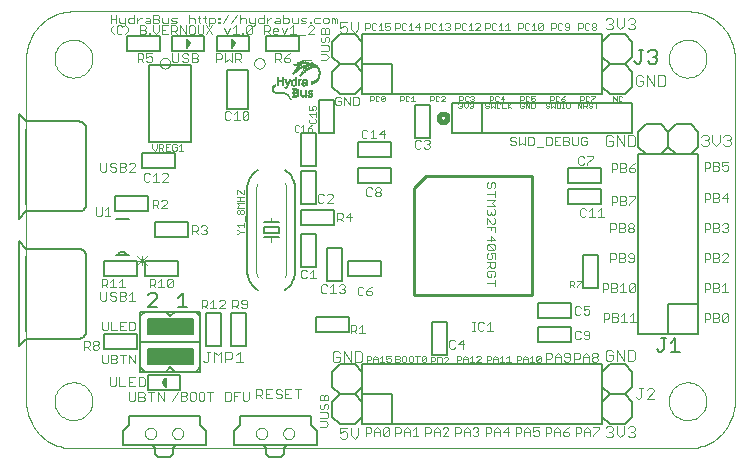
<source format=gto>
G75*
%MOIN*%
%OFA0B0*%
%FSLAX24Y24*%
%IPPOS*%
%LPD*%
%AMOC8*
5,1,8,0,0,1.08239X$1,22.5*
%
%ADD10C,0.0030*%
%ADD11C,0.0020*%
%ADD12C,0.0160*%
%ADD13R,0.0001X0.0001*%
%ADD14R,0.0002X0.0001*%
%ADD15R,0.0002X0.0001*%
%ADD16R,0.0003X0.0001*%
%ADD17R,0.0004X0.0001*%
%ADD18R,0.0005X0.0001*%
%ADD19R,0.0004X0.0001*%
%ADD20R,0.0006X0.0001*%
%ADD21R,0.0007X0.0001*%
%ADD22R,0.0007X0.0001*%
%ADD23R,0.0008X0.0001*%
%ADD24R,0.0009X0.0001*%
%ADD25R,0.0009X0.0001*%
%ADD26R,0.0010X0.0001*%
%ADD27R,0.0011X0.0001*%
%ADD28R,0.0012X0.0001*%
%ADD29R,0.0012X0.0001*%
%ADD30R,0.0029X0.0001*%
%ADD31R,0.0042X0.0001*%
%ADD32R,0.0059X0.0001*%
%ADD33R,0.0050X0.0001*%
%ADD34R,0.0072X0.0001*%
%ADD35R,0.0013X0.0001*%
%ADD36R,0.0106X0.0001*%
%ADD37R,0.0058X0.0001*%
%ADD38R,0.0045X0.0001*%
%ADD39R,0.0082X0.0001*%
%ADD40R,0.0125X0.0001*%
%ADD41R,0.0064X0.0001*%
%ADD42R,0.0090X0.0001*%
%ADD43R,0.0133X0.0001*%
%ADD44R,0.0070X0.0001*%
%ADD45R,0.0097X0.0001*%
%ADD46R,0.0139X0.0001*%
%ADD47R,0.0074X0.0001*%
%ADD48R,0.0105X0.0001*%
%ADD49R,0.0144X0.0001*%
%ADD50R,0.0078X0.0001*%
%ADD51R,0.0046X0.0001*%
%ADD52R,0.0110X0.0001*%
%ADD53R,0.0014X0.0001*%
%ADD54R,0.0147X0.0001*%
%ADD55R,0.0083X0.0001*%
%ADD56R,0.0116X0.0001*%
%ADD57R,0.0151X0.0001*%
%ADD58R,0.0087X0.0001*%
%ADD59R,0.0121X0.0001*%
%ADD60R,0.0154X0.0001*%
%ADD61R,0.0047X0.0001*%
%ADD62R,0.0014X0.0001*%
%ADD63R,0.0157X0.0001*%
%ADD64R,0.0093X0.0001*%
%ADD65R,0.0130X0.0001*%
%ADD66R,0.0160X0.0001*%
%ADD67R,0.0097X0.0001*%
%ADD68R,0.0134X0.0001*%
%ADD69R,0.0015X0.0001*%
%ADD70R,0.0162X0.0001*%
%ADD71R,0.0099X0.0001*%
%ADD72R,0.0136X0.0001*%
%ADD73R,0.0164X0.0001*%
%ADD74R,0.0103X0.0001*%
%ADD75R,0.0048X0.0001*%
%ADD76R,0.0137X0.0001*%
%ADD77R,0.0166X0.0001*%
%ADD78R,0.0139X0.0001*%
%ADD79R,0.0168X0.0001*%
%ADD80R,0.0107X0.0001*%
%ADD81R,0.0140X0.0001*%
%ADD82R,0.0170X0.0001*%
%ADD83R,0.0109X0.0001*%
%ADD84R,0.0049X0.0001*%
%ADD85R,0.0142X0.0001*%
%ADD86R,0.0172X0.0001*%
%ADD87R,0.0112X0.0001*%
%ADD88R,0.0143X0.0001*%
%ADD89R,0.0016X0.0001*%
%ADD90R,0.0174X0.0001*%
%ADD91R,0.0114X0.0001*%
%ADD92R,0.0144X0.0001*%
%ADD93R,0.0175X0.0001*%
%ADD94R,0.0145X0.0001*%
%ADD95R,0.0177X0.0001*%
%ADD96R,0.0118X0.0001*%
%ADD97R,0.0146X0.0001*%
%ADD98R,0.0178X0.0001*%
%ADD99R,0.0120X0.0001*%
%ADD100R,0.0147X0.0001*%
%ADD101R,0.0180X0.0001*%
%ADD102R,0.0122X0.0001*%
%ADD103R,0.0148X0.0001*%
%ADD104R,0.0181X0.0001*%
%ADD105R,0.0123X0.0001*%
%ADD106R,0.0051X0.0001*%
%ADD107R,0.0149X0.0001*%
%ADD108R,0.0183X0.0001*%
%ADD109R,0.0124X0.0001*%
%ADD110R,0.0150X0.0001*%
%ADD111R,0.0017X0.0001*%
%ADD112R,0.0184X0.0001*%
%ADD113R,0.0126X0.0001*%
%ADD114R,0.0017X0.0001*%
%ADD115R,0.0185X0.0001*%
%ADD116R,0.0128X0.0001*%
%ADD117R,0.0152X0.0001*%
%ADD118R,0.0186X0.0001*%
%ADD119R,0.0052X0.0001*%
%ADD120R,0.0153X0.0001*%
%ADD121R,0.0187X0.0001*%
%ADD122R,0.0018X0.0001*%
%ADD123R,0.0188X0.0001*%
%ADD124R,0.0132X0.0001*%
%ADD125R,0.0154X0.0001*%
%ADD126R,0.0189X0.0001*%
%ADD127R,0.0189X0.0001*%
%ADD128R,0.0155X0.0001*%
%ADD129R,0.0190X0.0001*%
%ADD130R,0.0019X0.0001*%
%ADD131R,0.0191X0.0001*%
%ADD132R,0.0156X0.0001*%
%ADD133R,0.0192X0.0001*%
%ADD134R,0.0193X0.0001*%
%ADD135R,0.0157X0.0001*%
%ADD136R,0.0194X0.0001*%
%ADD137R,0.0158X0.0001*%
%ADD138R,0.0019X0.0001*%
%ADD139R,0.0195X0.0001*%
%ADD140R,0.0196X0.0001*%
%ADD141R,0.0159X0.0001*%
%ADD142R,0.0020X0.0001*%
%ADD143R,0.0197X0.0001*%
%ADD144R,0.0194X0.0001*%
%ADD145R,0.0198X0.0001*%
%ADD146R,0.0065X0.0001*%
%ADD147R,0.0199X0.0001*%
%ADD148R,0.0056X0.0001*%
%ADD149R,0.0072X0.0001*%
%ADD150R,0.0200X0.0001*%
%ADD151R,0.0068X0.0001*%
%ADD152R,0.0021X0.0001*%
%ADD153R,0.0022X0.0001*%
%ADD154R,0.0201X0.0001*%
%ADD155R,0.0098X0.0001*%
%ADD156R,0.0041X0.0001*%
%ADD157R,0.0022X0.0001*%
%ADD158R,0.0202X0.0001*%
%ADD159R,0.0092X0.0001*%
%ADD160R,0.0036X0.0001*%
%ADD161R,0.0063X0.0001*%
%ADD162R,0.0075X0.0001*%
%ADD163R,0.0089X0.0001*%
%ADD164R,0.0033X0.0001*%
%ADD165R,0.0061X0.0001*%
%ADD166R,0.0203X0.0001*%
%ADD167R,0.0086X0.0001*%
%ADD168R,0.0029X0.0001*%
%ADD169R,0.0060X0.0001*%
%ADD170R,0.0023X0.0001*%
%ADD171R,0.0084X0.0001*%
%ADD172R,0.0026X0.0001*%
%ADD173R,0.0204X0.0001*%
%ADD174R,0.0069X0.0001*%
%ADD175R,0.0080X0.0001*%
%ADD176R,0.0059X0.0001*%
%ADD177R,0.0069X0.0001*%
%ADD178R,0.0079X0.0001*%
%ADD179R,0.0085X0.0001*%
%ADD180R,0.0077X0.0001*%
%ADD181R,0.0024X0.0001*%
%ADD182R,0.0082X0.0001*%
%ADD183R,0.0067X0.0001*%
%ADD184R,0.0076X0.0001*%
%ADD185R,0.0024X0.0001*%
%ADD186R,0.0066X0.0001*%
%ADD187R,0.0025X0.0001*%
%ADD188R,0.0077X0.0001*%
%ADD189R,0.0073X0.0001*%
%ADD190R,0.0057X0.0001*%
%ADD191R,0.0071X0.0001*%
%ADD192R,0.0027X0.0001*%
%ADD193R,0.0027X0.0001*%
%ADD194R,0.0062X0.0001*%
%ADD195R,0.0028X0.0001*%
%ADD196R,0.0030X0.0001*%
%ADD197R,0.0031X0.0001*%
%ADD198R,0.0062X0.0001*%
%ADD199R,0.0032X0.0001*%
%ADD200R,0.0034X0.0001*%
%ADD201R,0.0034X0.0001*%
%ADD202R,0.0035X0.0001*%
%ADD203R,0.0037X0.0001*%
%ADD204R,0.0038X0.0001*%
%ADD205R,0.0081X0.0001*%
%ADD206R,0.0039X0.0001*%
%ADD207R,0.0040X0.0001*%
%ADD208R,0.0042X0.0001*%
%ADD209R,0.0094X0.0001*%
%ADD210R,0.0043X0.0001*%
%ADD211R,0.0096X0.0001*%
%ADD212R,0.0044X0.0001*%
%ADD213R,0.0099X0.0001*%
%ADD214R,0.0102X0.0001*%
%ADD215R,0.0104X0.0001*%
%ADD216R,0.0107X0.0001*%
%ADD217R,0.0108X0.0001*%
%ADD218R,0.0111X0.0001*%
%ADD219R,0.0052X0.0001*%
%ADD220R,0.0112X0.0001*%
%ADD221R,0.0054X0.0001*%
%ADD222R,0.0113X0.0001*%
%ADD223R,0.0057X0.0001*%
%ADD224R,0.0117X0.0001*%
%ADD225R,0.0119X0.0001*%
%ADD226R,0.0119X0.0001*%
%ADD227R,0.0067X0.0001*%
%ADD228R,0.0088X0.0001*%
%ADD229R,0.0091X0.0001*%
%ADD230R,0.0115X0.0001*%
%ADD231R,0.0095X0.0001*%
%ADD232R,0.0109X0.0001*%
%ADD233R,0.0129X0.0001*%
%ADD234R,0.0164X0.0001*%
%ADD235R,0.0101X0.0001*%
%ADD236R,0.0100X0.0001*%
%ADD237R,0.0258X0.0001*%
%ADD238R,0.0289X0.0001*%
%ADD239R,0.0301X0.0001*%
%ADD240R,0.0308X0.0001*%
%ADD241R,0.0092X0.0001*%
%ADD242R,0.0313X0.0001*%
%ADD243R,0.0317X0.0001*%
%ADD244R,0.0320X0.0001*%
%ADD245R,0.0322X0.0001*%
%ADD246R,0.0323X0.0001*%
%ADD247R,0.0324X0.0001*%
%ADD248R,0.0324X0.0001*%
%ADD249R,0.0179X0.0001*%
%ADD250R,0.0322X0.0001*%
%ADD251R,0.0169X0.0001*%
%ADD252R,0.0318X0.0001*%
%ADD253R,0.0315X0.0001*%
%ADD254R,0.0314X0.0001*%
%ADD255R,0.0159X0.0001*%
%ADD256R,0.0311X0.0001*%
%ADD257R,0.0064X0.0001*%
%ADD258R,0.0307X0.0001*%
%ADD259R,0.0304X0.0001*%
%ADD260R,0.0300X0.0001*%
%ADD261R,0.0295X0.0001*%
%ADD262R,0.0171X0.0001*%
%ADD263R,0.0283X0.0001*%
%ADD264R,0.0276X0.0001*%
%ADD265R,0.0268X0.0001*%
%ADD266R,0.0245X0.0001*%
%ADD267R,0.0228X0.0001*%
%ADD268R,0.0182X0.0001*%
%ADD269R,0.0163X0.0001*%
%ADD270R,0.0032X0.0001*%
%ADD271R,0.0044X0.0001*%
%ADD272R,0.0049X0.0001*%
%ADD273R,0.0055X0.0001*%
%ADD274R,0.0053X0.0001*%
%ADD275R,0.0149X0.0001*%
%ADD276R,0.0047X0.0001*%
%ADD277R,0.0138X0.0001*%
%ADD278R,0.0135X0.0001*%
%ADD279R,0.0131X0.0001*%
%ADD280R,0.0127X0.0001*%
%ADD281R,0.0176X0.0001*%
%ADD282R,0.0173X0.0001*%
%ADD283R,0.0167X0.0001*%
%ADD284R,0.0165X0.0001*%
%ADD285R,0.0141X0.0001*%
%ADD286R,0.0129X0.0001*%
%ADD287R,0.0054X0.0001*%
%ADD288R,0.0037X0.0001*%
%ADD289R,0.0089X0.0001*%
%ADD290R,0.0094X0.0001*%
%ADD291R,0.0117X0.0001*%
%ADD292R,0.0127X0.0001*%
%ADD293R,0.0039X0.0001*%
%ADD294R,0.0087X0.0001*%
%ADD295R,0.0142X0.0001*%
%ADD296R,0.0137X0.0001*%
%ADD297R,0.0162X0.0001*%
%ADD298R,0.0167X0.0001*%
%ADD299R,0.0169X0.0001*%
%ADD300R,0.0174X0.0001*%
%ADD301R,0.0224X0.0001*%
%ADD302R,0.0152X0.0001*%
%ADD303R,0.0161X0.0001*%
%ADD304R,0.0079X0.0001*%
%ADD305R,0.0104X0.0001*%
%ADD306R,0.0102X0.0001*%
%ADD307R,0.0084X0.0001*%
%ADD308R,0.0074X0.0001*%
%ADD309R,0.0114X0.0001*%
%ADD310R,0.0124X0.0001*%
%ADD311R,0.0132X0.0001*%
%ADD312R,0.0134X0.0001*%
%ADD313R,0.0224X0.0001*%
%ADD314R,0.0221X0.0001*%
%ADD315R,0.0218X0.0001*%
%ADD316R,0.0216X0.0001*%
%ADD317R,0.0213X0.0001*%
%ADD318R,0.0211X0.0001*%
%ADD319R,0.0208X0.0001*%
%ADD320R,0.0206X0.0001*%
%ADD321R,0.0204X0.0001*%
%ADD322R,0.0199X0.0001*%
%ADD323R,0.0187X0.0001*%
%ADD324R,0.0252X0.0001*%
%ADD325R,0.0250X0.0001*%
%ADD326R,0.0226X0.0001*%
%ADD327R,0.0222X0.0001*%
%ADD328R,0.0182X0.0001*%
%ADD329R,0.0192X0.0001*%
%ADD330R,0.0396X0.0001*%
%ADD331R,0.0392X0.0001*%
%ADD332R,0.0389X0.0001*%
%ADD333R,0.0385X0.0001*%
%ADD334R,0.0381X0.0001*%
%ADD335R,0.0377X0.0001*%
%ADD336R,0.0374X0.0001*%
%ADD337R,0.0370X0.0001*%
%ADD338R,0.0366X0.0001*%
%ADD339R,0.0362X0.0001*%
%ADD340R,0.0359X0.0001*%
%ADD341R,0.0355X0.0001*%
%ADD342R,0.0350X0.0001*%
%ADD343R,0.0347X0.0001*%
%ADD344R,0.0342X0.0001*%
%ADD345R,0.0184X0.0001*%
%ADD346R,0.0338X0.0001*%
%ADD347R,0.0334X0.0001*%
%ADD348R,0.0330X0.0001*%
%ADD349R,0.0325X0.0001*%
%ADD350R,0.0321X0.0001*%
%ADD351R,0.0316X0.0001*%
%ADD352R,0.0207X0.0001*%
%ADD353R,0.0312X0.0001*%
%ADD354R,0.0210X0.0001*%
%ADD355R,0.0303X0.0001*%
%ADD356R,0.0298X0.0001*%
%ADD357R,0.0219X0.0001*%
%ADD358R,0.0293X0.0001*%
%ADD359R,0.0288X0.0001*%
%ADD360R,0.0284X0.0001*%
%ADD361R,0.0278X0.0001*%
%ADD362R,0.0273X0.0001*%
%ADD363R,0.0231X0.0001*%
%ADD364R,0.0267X0.0001*%
%ADD365R,0.0234X0.0001*%
%ADD366R,0.0261X0.0001*%
%ADD367R,0.0236X0.0001*%
%ADD368R,0.0256X0.0001*%
%ADD369R,0.0238X0.0001*%
%ADD370R,0.0249X0.0001*%
%ADD371R,0.0240X0.0001*%
%ADD372R,0.0243X0.0001*%
%ADD373R,0.0237X0.0001*%
%ADD374R,0.0246X0.0001*%
%ADD375R,0.0230X0.0001*%
%ADD376R,0.0248X0.0001*%
%ADD377R,0.0223X0.0001*%
%ADD378R,0.0212X0.0001*%
%ADD379R,0.0215X0.0001*%
%ADD380R,0.0255X0.0001*%
%ADD381R,0.0294X0.0001*%
%ADD382R,0.0480X0.0001*%
%ADD383R,0.0470X0.0001*%
%ADD384R,0.0460X0.0001*%
%ADD385R,0.0455X0.0001*%
%ADD386R,0.0449X0.0001*%
%ADD387R,0.0444X0.0001*%
%ADD388R,0.0440X0.0001*%
%ADD389R,0.0436X0.0001*%
%ADD390R,0.0433X0.0001*%
%ADD391R,0.0430X0.0001*%
%ADD392R,0.0416X0.0001*%
%ADD393R,0.0409X0.0001*%
%ADD394R,0.0403X0.0001*%
%ADD395R,0.0395X0.0001*%
%ADD396R,0.0388X0.0001*%
%ADD397R,0.0382X0.0001*%
%ADD398R,0.0358X0.0001*%
%ADD399R,0.0343X0.0001*%
%ADD400R,0.0326X0.0001*%
%ADD401R,0.0310X0.0001*%
%ADD402R,0.0302X0.0001*%
%ADD403R,0.0290X0.0001*%
%ADD404R,0.0286X0.0001*%
%ADD405R,0.0249X0.0001*%
%ADD406R,0.0247X0.0001*%
%ADD407C,0.0050*%
%ADD408C,0.0080*%
%ADD409C,0.0060*%
%ADD410C,0.0100*%
%ADD411C,0.0040*%
%ADD412C,0.0000*%
D10*
X009252Y005011D02*
X009445Y005301D01*
X009546Y005301D02*
X009691Y005301D01*
X009740Y005252D01*
X009740Y005204D01*
X009691Y005156D01*
X009546Y005156D01*
X009546Y005011D02*
X009546Y005301D01*
X009691Y005156D02*
X009740Y005107D01*
X009740Y005059D01*
X009691Y005011D01*
X009546Y005011D01*
X009841Y005059D02*
X009889Y005011D01*
X009986Y005011D01*
X010034Y005059D01*
X010034Y005252D01*
X009986Y005301D01*
X009889Y005301D01*
X009841Y005252D01*
X009841Y005059D01*
X010136Y005059D02*
X010136Y005252D01*
X010184Y005301D01*
X010281Y005301D01*
X010329Y005252D01*
X010329Y005059D01*
X010281Y005011D01*
X010184Y005011D01*
X010136Y005059D01*
X010430Y005301D02*
X010624Y005301D01*
X010527Y005301D02*
X010527Y005011D01*
X011020Y005011D02*
X011165Y005011D01*
X011213Y005059D01*
X011213Y005252D01*
X011165Y005301D01*
X011020Y005301D01*
X011020Y005011D01*
X011314Y005011D02*
X011314Y005301D01*
X011508Y005301D01*
X011609Y005301D02*
X011609Y005059D01*
X011657Y005011D01*
X011754Y005011D01*
X011802Y005059D01*
X011802Y005301D01*
X011411Y005156D02*
X011314Y005156D01*
X014171Y005160D02*
X014171Y005015D01*
X014462Y005015D01*
X014462Y005160D01*
X014413Y005208D01*
X014365Y005208D01*
X014316Y005160D01*
X014316Y005015D01*
X014365Y004913D02*
X014413Y004913D01*
X014462Y004865D01*
X014462Y004768D01*
X014413Y004720D01*
X014413Y004619D02*
X014171Y004619D01*
X014220Y004720D02*
X014268Y004720D01*
X014316Y004768D01*
X014316Y004865D01*
X014365Y004913D01*
X014220Y004913D02*
X014171Y004865D01*
X014171Y004768D01*
X014220Y004720D01*
X014413Y004619D02*
X014462Y004570D01*
X014462Y004474D01*
X014413Y004425D01*
X014171Y004425D01*
X014171Y004324D02*
X014365Y004324D01*
X014462Y004227D01*
X014365Y004131D01*
X014171Y004131D01*
X014842Y004111D02*
X014842Y003926D01*
X014965Y003987D01*
X015027Y003987D01*
X015088Y003926D01*
X015088Y003802D01*
X015027Y003741D01*
X014903Y003741D01*
X014842Y003802D01*
X015210Y003864D02*
X015333Y003741D01*
X015457Y003864D01*
X015457Y004111D01*
X015702Y004121D02*
X015847Y004121D01*
X015895Y004072D01*
X015895Y003976D01*
X015847Y003927D01*
X015702Y003927D01*
X015702Y003831D02*
X015702Y004121D01*
X015996Y004024D02*
X016093Y004121D01*
X016190Y004024D01*
X016190Y003831D01*
X016291Y003879D02*
X016484Y004072D01*
X016484Y003879D01*
X016436Y003831D01*
X016339Y003831D01*
X016291Y003879D01*
X016291Y004072D01*
X016339Y004121D01*
X016436Y004121D01*
X016484Y004072D01*
X016682Y004121D02*
X016827Y004121D01*
X016875Y004072D01*
X016875Y003976D01*
X016827Y003927D01*
X016682Y003927D01*
X016682Y003831D02*
X016682Y004121D01*
X016976Y004024D02*
X017073Y004121D01*
X017170Y004024D01*
X017170Y003831D01*
X017271Y003831D02*
X017464Y003831D01*
X017368Y003831D02*
X017368Y004121D01*
X017271Y004024D01*
X017170Y003976D02*
X016976Y003976D01*
X016976Y004024D02*
X016976Y003831D01*
X017682Y003831D02*
X017682Y004121D01*
X017827Y004121D01*
X017875Y004072D01*
X017875Y003976D01*
X017827Y003927D01*
X017682Y003927D01*
X017976Y003976D02*
X018170Y003976D01*
X018170Y004024D02*
X018170Y003831D01*
X018271Y003831D02*
X018464Y004024D01*
X018464Y004072D01*
X018416Y004121D01*
X018319Y004121D01*
X018271Y004072D01*
X018170Y004024D02*
X018073Y004121D01*
X017976Y004024D01*
X017976Y003831D01*
X018271Y003831D02*
X018464Y003831D01*
X018682Y003831D02*
X018682Y004121D01*
X018827Y004121D01*
X018875Y004072D01*
X018875Y003976D01*
X018827Y003927D01*
X018682Y003927D01*
X018976Y003976D02*
X019170Y003976D01*
X019170Y004024D02*
X019170Y003831D01*
X019271Y003879D02*
X019319Y003831D01*
X019416Y003831D01*
X019464Y003879D01*
X019464Y003927D01*
X019416Y003976D01*
X019368Y003976D01*
X019416Y003976D02*
X019464Y004024D01*
X019464Y004072D01*
X019416Y004121D01*
X019319Y004121D01*
X019271Y004072D01*
X019170Y004024D02*
X019073Y004121D01*
X018976Y004024D01*
X018976Y003831D01*
X019702Y003831D02*
X019702Y004121D01*
X019847Y004121D01*
X019895Y004072D01*
X019895Y003976D01*
X019847Y003927D01*
X019702Y003927D01*
X019996Y003976D02*
X020190Y003976D01*
X020190Y004024D02*
X020190Y003831D01*
X020291Y003976D02*
X020484Y003976D01*
X020436Y003831D02*
X020436Y004121D01*
X020291Y003976D01*
X020190Y004024D02*
X020093Y004121D01*
X019996Y004024D01*
X019996Y003831D01*
X020702Y003831D02*
X020702Y004121D01*
X020847Y004121D01*
X020895Y004072D01*
X020895Y003976D01*
X020847Y003927D01*
X020702Y003927D01*
X020996Y003976D02*
X021190Y003976D01*
X021190Y004024D02*
X021190Y003831D01*
X021291Y003879D02*
X021339Y003831D01*
X021436Y003831D01*
X021484Y003879D01*
X021484Y003976D01*
X021436Y004024D01*
X021388Y004024D01*
X021291Y003976D01*
X021291Y004121D01*
X021484Y004121D01*
X021702Y004121D02*
X021847Y004121D01*
X021895Y004072D01*
X021895Y003976D01*
X021847Y003927D01*
X021702Y003927D01*
X021702Y003831D02*
X021702Y004121D01*
X021996Y004024D02*
X022093Y004121D01*
X022190Y004024D01*
X022190Y003831D01*
X022291Y003879D02*
X022339Y003831D01*
X022436Y003831D01*
X022484Y003879D01*
X022484Y003927D01*
X022436Y003976D01*
X022291Y003976D01*
X022291Y003879D01*
X022291Y003976D02*
X022388Y004072D01*
X022484Y004121D01*
X022702Y004121D02*
X022847Y004121D01*
X022895Y004072D01*
X022895Y003976D01*
X022847Y003927D01*
X022702Y003927D01*
X022702Y003831D02*
X022702Y004121D01*
X022996Y004024D02*
X023093Y004121D01*
X023190Y004024D01*
X023190Y003831D01*
X023291Y003831D02*
X023291Y003879D01*
X023484Y004072D01*
X023484Y004121D01*
X023291Y004121D01*
X023190Y003976D02*
X022996Y003976D01*
X022996Y004024D02*
X022996Y003831D01*
X023699Y003844D02*
X023761Y003782D01*
X023884Y003782D01*
X023946Y003844D01*
X023946Y003905D01*
X023884Y003967D01*
X023823Y003967D01*
X023884Y003967D02*
X023946Y004029D01*
X023946Y004090D01*
X023884Y004152D01*
X023761Y004152D01*
X023699Y004090D01*
X024068Y004152D02*
X024068Y003905D01*
X024191Y003782D01*
X024314Y003905D01*
X024314Y004152D01*
X024436Y004090D02*
X024498Y004152D01*
X024621Y004152D01*
X024683Y004090D01*
X024683Y004029D01*
X024621Y003967D01*
X024683Y003905D01*
X024683Y003844D01*
X024621Y003782D01*
X024498Y003782D01*
X024436Y003844D01*
X024559Y003967D02*
X024621Y003967D01*
X022190Y003976D02*
X021996Y003976D01*
X021996Y004024D02*
X021996Y003831D01*
X021190Y004024D02*
X021093Y004121D01*
X020996Y004024D01*
X020996Y003831D01*
X021718Y006311D02*
X021718Y006601D01*
X021863Y006601D01*
X021911Y006552D01*
X021911Y006456D01*
X021863Y006407D01*
X021718Y006407D01*
X022012Y006456D02*
X022206Y006456D01*
X022206Y006504D02*
X022206Y006311D01*
X022307Y006359D02*
X022355Y006311D01*
X022452Y006311D01*
X022500Y006359D01*
X022500Y006552D01*
X022452Y006601D01*
X022355Y006601D01*
X022307Y006552D01*
X022307Y006504D01*
X022355Y006456D01*
X022500Y006456D01*
X022658Y006407D02*
X022803Y006407D01*
X022851Y006456D01*
X022851Y006552D01*
X022803Y006601D01*
X022658Y006601D01*
X022658Y006311D01*
X022952Y006311D02*
X022952Y006504D01*
X023049Y006601D01*
X023146Y006504D01*
X023146Y006311D01*
X023247Y006359D02*
X023247Y006407D01*
X023295Y006456D01*
X023392Y006456D01*
X023440Y006407D01*
X023440Y006359D01*
X023392Y006311D01*
X023295Y006311D01*
X023247Y006359D01*
X023295Y006456D02*
X023247Y006504D01*
X023247Y006552D01*
X023295Y006601D01*
X023392Y006601D01*
X023440Y006552D01*
X023440Y006504D01*
X023392Y006456D01*
X023146Y006456D02*
X022952Y006456D01*
X023702Y006392D02*
X023763Y006331D01*
X023887Y006331D01*
X023948Y006392D01*
X023948Y006516D01*
X023825Y006516D01*
X023702Y006639D02*
X023702Y006392D01*
X023702Y006639D02*
X023763Y006701D01*
X023887Y006701D01*
X023948Y006639D01*
X024070Y006701D02*
X024070Y006331D01*
X024317Y006331D02*
X024317Y006701D01*
X024438Y006701D02*
X024623Y006701D01*
X024685Y006639D01*
X024685Y006392D01*
X024623Y006331D01*
X024438Y006331D01*
X024438Y006701D01*
X024070Y006701D02*
X024317Y006331D01*
X023160Y007099D02*
X023160Y007292D01*
X023112Y007341D01*
X023015Y007341D01*
X022967Y007292D01*
X022967Y007244D01*
X023015Y007196D01*
X023160Y007196D01*
X023160Y007099D02*
X023112Y007051D01*
X023015Y007051D01*
X022967Y007099D01*
X022866Y007099D02*
X022817Y007051D01*
X022721Y007051D01*
X022672Y007099D01*
X022672Y007292D01*
X022721Y007341D01*
X022817Y007341D01*
X022866Y007292D01*
X022817Y007871D02*
X022866Y007919D01*
X022817Y007871D02*
X022721Y007871D01*
X022672Y007919D01*
X022672Y008112D01*
X022721Y008161D01*
X022817Y008161D01*
X022866Y008112D01*
X022967Y008161D02*
X022967Y008016D01*
X023064Y008064D01*
X023112Y008064D01*
X023160Y008016D01*
X023160Y007919D01*
X023112Y007871D01*
X023015Y007871D01*
X022967Y007919D01*
X022967Y008161D02*
X023160Y008161D01*
X023632Y007931D02*
X023777Y007931D01*
X023825Y007882D01*
X023825Y007786D01*
X023777Y007737D01*
X023632Y007737D01*
X023632Y007641D02*
X023632Y007931D01*
X023926Y007931D02*
X024071Y007931D01*
X024120Y007882D01*
X024120Y007834D01*
X024071Y007786D01*
X023926Y007786D01*
X023926Y007641D02*
X023926Y007931D01*
X024071Y007786D02*
X024120Y007737D01*
X024120Y007689D01*
X024071Y007641D01*
X023926Y007641D01*
X024221Y007641D02*
X024414Y007641D01*
X024318Y007641D02*
X024318Y007931D01*
X024221Y007834D01*
X024516Y007834D02*
X024612Y007931D01*
X024612Y007641D01*
X024516Y007641D02*
X024709Y007641D01*
X024631Y008631D02*
X024534Y008631D01*
X024486Y008679D01*
X024679Y008872D01*
X024679Y008679D01*
X024631Y008631D01*
X024486Y008679D02*
X024486Y008872D01*
X024534Y008921D01*
X024631Y008921D01*
X024679Y008872D01*
X024384Y008631D02*
X024191Y008631D01*
X024288Y008631D02*
X024288Y008921D01*
X024191Y008824D01*
X024090Y008824D02*
X024041Y008776D01*
X023896Y008776D01*
X023795Y008776D02*
X023747Y008727D01*
X023602Y008727D01*
X023602Y008631D02*
X023602Y008921D01*
X023747Y008921D01*
X023795Y008872D01*
X023795Y008776D01*
X023896Y008631D02*
X023896Y008921D01*
X024041Y008921D01*
X024090Y008872D01*
X024090Y008824D01*
X024041Y008776D02*
X024090Y008727D01*
X024090Y008679D01*
X024041Y008631D01*
X023896Y008631D01*
X022871Y008966D02*
X022731Y008826D01*
X022731Y008791D01*
X022650Y008791D02*
X022580Y008861D01*
X022615Y008861D02*
X022510Y008861D01*
X022510Y008791D02*
X022510Y009001D01*
X022615Y009001D01*
X022650Y008966D01*
X022650Y008896D01*
X022615Y008861D01*
X022731Y009001D02*
X022871Y009001D01*
X022871Y008966D01*
X023862Y009631D02*
X023862Y009921D01*
X024007Y009921D01*
X024055Y009872D01*
X024055Y009776D01*
X024007Y009727D01*
X023862Y009727D01*
X024156Y009776D02*
X024301Y009776D01*
X024350Y009727D01*
X024350Y009679D01*
X024301Y009631D01*
X024156Y009631D01*
X024156Y009921D01*
X024301Y009921D01*
X024350Y009872D01*
X024350Y009824D01*
X024301Y009776D01*
X024451Y009824D02*
X024499Y009776D01*
X024644Y009776D01*
X024644Y009872D02*
X024596Y009921D01*
X024499Y009921D01*
X024451Y009872D01*
X024451Y009824D01*
X024451Y009679D02*
X024499Y009631D01*
X024596Y009631D01*
X024644Y009679D01*
X024644Y009872D01*
X024596Y010631D02*
X024499Y010631D01*
X024451Y010679D01*
X024451Y010727D01*
X024499Y010776D01*
X024596Y010776D01*
X024644Y010727D01*
X024644Y010679D01*
X024596Y010631D01*
X024596Y010776D02*
X024644Y010824D01*
X024644Y010872D01*
X024596Y010921D01*
X024499Y010921D01*
X024451Y010872D01*
X024451Y010824D01*
X024499Y010776D01*
X024350Y010824D02*
X024301Y010776D01*
X024156Y010776D01*
X024055Y010776D02*
X024007Y010727D01*
X023862Y010727D01*
X023862Y010631D02*
X023862Y010921D01*
X024007Y010921D01*
X024055Y010872D01*
X024055Y010776D01*
X024156Y010631D02*
X024156Y010921D01*
X024301Y010921D01*
X024350Y010872D01*
X024350Y010824D01*
X024301Y010776D02*
X024350Y010727D01*
X024350Y010679D01*
X024301Y010631D01*
X024156Y010631D01*
X024196Y011531D02*
X024341Y011531D01*
X024390Y011579D01*
X024390Y011627D01*
X024341Y011676D01*
X024196Y011676D01*
X024095Y011676D02*
X024095Y011772D01*
X024047Y011821D01*
X023902Y011821D01*
X023902Y011531D01*
X023902Y011627D02*
X024047Y011627D01*
X024095Y011676D01*
X024196Y011821D02*
X024341Y011821D01*
X024390Y011772D01*
X024390Y011724D01*
X024341Y011676D01*
X024491Y011579D02*
X024684Y011772D01*
X024684Y011821D01*
X024491Y011821D01*
X024491Y011579D02*
X024491Y011531D01*
X024196Y011531D02*
X024196Y011821D01*
X024196Y012631D02*
X024341Y012631D01*
X024390Y012679D01*
X024390Y012727D01*
X024341Y012776D01*
X024196Y012776D01*
X024095Y012776D02*
X024047Y012727D01*
X023902Y012727D01*
X023902Y012631D02*
X023902Y012921D01*
X024047Y012921D01*
X024095Y012872D01*
X024095Y012776D01*
X024196Y012631D02*
X024196Y012921D01*
X024341Y012921D01*
X024390Y012872D01*
X024390Y012824D01*
X024341Y012776D01*
X024491Y012776D02*
X024491Y012679D01*
X024539Y012631D01*
X024636Y012631D01*
X024684Y012679D01*
X024684Y012727D01*
X024636Y012776D01*
X024491Y012776D01*
X024588Y012872D01*
X024684Y012921D01*
X024623Y013481D02*
X024438Y013481D01*
X024438Y013851D01*
X024623Y013851D01*
X024685Y013789D01*
X024685Y013542D01*
X024623Y013481D01*
X024317Y013481D02*
X024317Y013851D01*
X024070Y013851D02*
X024317Y013481D01*
X024070Y013481D02*
X024070Y013851D01*
X023948Y013789D02*
X023887Y013851D01*
X023763Y013851D01*
X023702Y013789D01*
X023702Y013542D01*
X023763Y013481D01*
X023887Y013481D01*
X023948Y013542D01*
X023948Y013666D01*
X023825Y013666D01*
X023280Y013161D02*
X023086Y013161D01*
X022985Y013112D02*
X022937Y013161D01*
X022840Y013161D01*
X022792Y013112D01*
X022792Y012919D01*
X022840Y012871D01*
X022937Y012871D01*
X022985Y012919D01*
X023086Y012919D02*
X023086Y012871D01*
X023086Y012919D02*
X023280Y013112D01*
X023280Y013161D01*
X023029Y013516D02*
X023077Y013564D01*
X023077Y013661D01*
X022981Y013661D01*
X023077Y013757D02*
X023029Y013806D01*
X022932Y013806D01*
X022884Y013757D01*
X022884Y013564D01*
X022932Y013516D01*
X023029Y013516D01*
X022783Y013564D02*
X022783Y013806D01*
X022589Y013806D02*
X022589Y013564D01*
X022638Y013516D01*
X022734Y013516D01*
X022783Y013564D01*
X022488Y013564D02*
X022440Y013516D01*
X022295Y013516D01*
X022295Y013806D01*
X022440Y013806D01*
X022488Y013757D01*
X022488Y013709D01*
X022440Y013661D01*
X022295Y013661D01*
X022440Y013661D02*
X022488Y013612D01*
X022488Y013564D01*
X022193Y013516D02*
X022000Y013516D01*
X022000Y013806D01*
X022193Y013806D01*
X022097Y013661D02*
X022000Y013661D01*
X021899Y013757D02*
X021850Y013806D01*
X021705Y013806D01*
X021705Y013516D01*
X021850Y013516D01*
X021899Y013564D01*
X021899Y013757D01*
X021309Y013757D02*
X021309Y013564D01*
X021261Y013516D01*
X021116Y013516D01*
X021116Y013806D01*
X021261Y013806D01*
X021309Y013757D01*
X021015Y013806D02*
X021015Y013516D01*
X020918Y013612D01*
X020821Y013516D01*
X020821Y013806D01*
X020720Y013757D02*
X020672Y013806D01*
X020575Y013806D01*
X020527Y013757D01*
X020527Y013709D01*
X020575Y013661D01*
X020672Y013661D01*
X020720Y013612D01*
X020720Y013564D01*
X020672Y013516D01*
X020575Y013516D01*
X020527Y013564D01*
X021411Y013467D02*
X021604Y013467D01*
X020024Y012233D02*
X019976Y012282D01*
X019928Y012282D01*
X019879Y012233D01*
X019879Y012137D01*
X019831Y012088D01*
X019783Y012088D01*
X019734Y012137D01*
X019734Y012233D01*
X019783Y012282D01*
X020024Y012233D02*
X020024Y012137D01*
X019976Y012088D01*
X020024Y011987D02*
X020024Y011794D01*
X020024Y011890D02*
X019734Y011890D01*
X019734Y011692D02*
X020024Y011692D01*
X019928Y011596D01*
X020024Y011499D01*
X019734Y011499D01*
X019783Y011398D02*
X019734Y011349D01*
X019734Y011253D01*
X019783Y011204D01*
X019831Y011204D01*
X019879Y011253D01*
X019879Y011301D01*
X019879Y011253D02*
X019928Y011204D01*
X019976Y011204D01*
X020024Y011253D01*
X020024Y011349D01*
X019976Y011398D01*
X019976Y011103D02*
X020024Y011055D01*
X020024Y010958D01*
X019976Y010910D01*
X019928Y010910D01*
X019734Y011103D01*
X019734Y010910D01*
X019734Y010808D02*
X020024Y010808D01*
X020024Y010615D01*
X019879Y010712D02*
X019879Y010808D01*
X019879Y010514D02*
X019879Y010320D01*
X019783Y010219D02*
X019976Y010026D01*
X019783Y010026D01*
X019734Y010074D01*
X019734Y010171D01*
X019783Y010219D01*
X019976Y010219D01*
X020024Y010171D01*
X020024Y010074D01*
X019976Y010026D01*
X020024Y009925D02*
X019879Y009925D01*
X019928Y009828D01*
X019928Y009779D01*
X019879Y009731D01*
X019783Y009731D01*
X019734Y009779D01*
X019734Y009876D01*
X019783Y009925D01*
X020024Y009925D02*
X020024Y009731D01*
X020024Y009630D02*
X019734Y009630D01*
X019831Y009630D02*
X019831Y009485D01*
X019879Y009436D01*
X019976Y009436D01*
X020024Y009485D01*
X020024Y009630D01*
X019831Y009533D02*
X019734Y009436D01*
X019783Y009335D02*
X019734Y009287D01*
X019734Y009190D01*
X019783Y009142D01*
X019879Y009142D01*
X019879Y009238D01*
X019976Y009142D02*
X020024Y009190D01*
X020024Y009287D01*
X019976Y009335D01*
X019783Y009335D01*
X020024Y009041D02*
X020024Y008847D01*
X020024Y008944D02*
X019734Y008944D01*
X019841Y007636D02*
X019841Y007346D01*
X019744Y007346D02*
X019938Y007346D01*
X019744Y007539D02*
X019841Y007636D01*
X019643Y007588D02*
X019595Y007636D01*
X019498Y007636D01*
X019450Y007588D01*
X019450Y007394D01*
X019498Y007346D01*
X019595Y007346D01*
X019643Y007394D01*
X019350Y007346D02*
X019253Y007346D01*
X019301Y007346D02*
X019301Y007636D01*
X019253Y007636D02*
X019350Y007636D01*
X018931Y007031D02*
X018786Y006886D01*
X018980Y006886D01*
X018931Y006741D02*
X018931Y007031D01*
X018685Y006982D02*
X018637Y007031D01*
X018540Y007031D01*
X018492Y006982D01*
X018492Y006789D01*
X018540Y006741D01*
X018637Y006741D01*
X018685Y006789D01*
X015690Y007251D02*
X015496Y007251D01*
X015593Y007251D02*
X015593Y007541D01*
X015496Y007444D01*
X015395Y007396D02*
X015347Y007347D01*
X015202Y007347D01*
X015298Y007347D02*
X015395Y007251D01*
X015395Y007396D02*
X015395Y007492D01*
X015347Y007541D01*
X015202Y007541D01*
X015202Y007251D01*
X015217Y006651D02*
X015217Y006281D01*
X014970Y006651D01*
X014970Y006281D01*
X014848Y006342D02*
X014848Y006466D01*
X014725Y006466D01*
X014602Y006589D02*
X014663Y006651D01*
X014787Y006651D01*
X014848Y006589D01*
X014602Y006589D02*
X014602Y006342D01*
X014663Y006281D01*
X014787Y006281D01*
X014848Y006342D01*
X015338Y006281D02*
X015523Y006281D01*
X015585Y006342D01*
X015585Y006589D01*
X015523Y006651D01*
X015338Y006651D01*
X015338Y006281D01*
X014268Y005208D02*
X014316Y005160D01*
X014268Y005208D02*
X014220Y005208D01*
X014171Y005160D01*
X014842Y004111D02*
X015088Y004111D01*
X015210Y004111D02*
X015210Y003864D01*
X015996Y003831D02*
X015996Y004024D01*
X015996Y003976D02*
X016190Y003976D01*
X022012Y006311D02*
X022012Y006504D01*
X022109Y006601D01*
X022206Y006504D01*
X027002Y007631D02*
X027002Y007921D01*
X027147Y007921D01*
X027195Y007872D01*
X027195Y007776D01*
X027147Y007727D01*
X027002Y007727D01*
X027296Y007776D02*
X027441Y007776D01*
X027490Y007727D01*
X027490Y007679D01*
X027441Y007631D01*
X027296Y007631D01*
X027296Y007921D01*
X027441Y007921D01*
X027490Y007872D01*
X027490Y007824D01*
X027441Y007776D01*
X027591Y007872D02*
X027639Y007921D01*
X027736Y007921D01*
X027784Y007872D01*
X027591Y007679D01*
X027639Y007631D01*
X027736Y007631D01*
X027784Y007679D01*
X027784Y007872D01*
X027591Y007872D02*
X027591Y007679D01*
X027591Y008631D02*
X027784Y008631D01*
X027688Y008631D02*
X027688Y008921D01*
X027591Y008824D01*
X027490Y008824D02*
X027441Y008776D01*
X027296Y008776D01*
X027195Y008776D02*
X027147Y008727D01*
X027002Y008727D01*
X027002Y008631D02*
X027002Y008921D01*
X027147Y008921D01*
X027195Y008872D01*
X027195Y008776D01*
X027296Y008631D02*
X027296Y008921D01*
X027441Y008921D01*
X027490Y008872D01*
X027490Y008824D01*
X027441Y008776D02*
X027490Y008727D01*
X027490Y008679D01*
X027441Y008631D01*
X027296Y008631D01*
X027296Y009631D02*
X027441Y009631D01*
X027490Y009679D01*
X027490Y009727D01*
X027441Y009776D01*
X027296Y009776D01*
X027195Y009776D02*
X027147Y009727D01*
X027002Y009727D01*
X027002Y009631D02*
X027002Y009921D01*
X027147Y009921D01*
X027195Y009872D01*
X027195Y009776D01*
X027296Y009631D02*
X027296Y009921D01*
X027441Y009921D01*
X027490Y009872D01*
X027490Y009824D01*
X027441Y009776D01*
X027591Y009872D02*
X027639Y009921D01*
X027736Y009921D01*
X027784Y009872D01*
X027784Y009824D01*
X027591Y009631D01*
X027784Y009631D01*
X027736Y010631D02*
X027639Y010631D01*
X027591Y010679D01*
X027490Y010679D02*
X027441Y010631D01*
X027296Y010631D01*
X027296Y010921D01*
X027441Y010921D01*
X027490Y010872D01*
X027490Y010824D01*
X027441Y010776D01*
X027296Y010776D01*
X027195Y010776D02*
X027147Y010727D01*
X027002Y010727D01*
X027002Y010631D02*
X027002Y010921D01*
X027147Y010921D01*
X027195Y010872D01*
X027195Y010776D01*
X027441Y010776D02*
X027490Y010727D01*
X027490Y010679D01*
X027591Y010872D02*
X027639Y010921D01*
X027736Y010921D01*
X027784Y010872D01*
X027784Y010824D01*
X027736Y010776D01*
X027784Y010727D01*
X027784Y010679D01*
X027736Y010631D01*
X027736Y010776D02*
X027688Y010776D01*
X027736Y011631D02*
X027736Y011921D01*
X027591Y011776D01*
X027784Y011776D01*
X027490Y011824D02*
X027441Y011776D01*
X027296Y011776D01*
X027195Y011776D02*
X027147Y011727D01*
X027002Y011727D01*
X027002Y011631D02*
X027002Y011921D01*
X027147Y011921D01*
X027195Y011872D01*
X027195Y011776D01*
X027296Y011631D02*
X027296Y011921D01*
X027441Y011921D01*
X027490Y011872D01*
X027490Y011824D01*
X027441Y011776D02*
X027490Y011727D01*
X027490Y011679D01*
X027441Y011631D01*
X027296Y011631D01*
X027296Y012671D02*
X027441Y012671D01*
X027490Y012719D01*
X027490Y012767D01*
X027441Y012816D01*
X027296Y012816D01*
X027195Y012816D02*
X027147Y012767D01*
X027002Y012767D01*
X027002Y012671D02*
X027002Y012961D01*
X027147Y012961D01*
X027195Y012912D01*
X027195Y012816D01*
X027296Y012671D02*
X027296Y012961D01*
X027441Y012961D01*
X027490Y012912D01*
X027490Y012864D01*
X027441Y012816D01*
X027591Y012816D02*
X027688Y012864D01*
X027736Y012864D01*
X027784Y012816D01*
X027784Y012719D01*
X027736Y012671D01*
X027639Y012671D01*
X027591Y012719D01*
X027591Y012816D02*
X027591Y012961D01*
X027784Y012961D01*
X027813Y013501D02*
X027690Y013501D01*
X027628Y013562D01*
X027507Y013624D02*
X027507Y013871D01*
X027628Y013809D02*
X027690Y013871D01*
X027813Y013871D01*
X027875Y013809D01*
X027875Y013747D01*
X027813Y013686D01*
X027875Y013624D01*
X027875Y013562D01*
X027813Y013501D01*
X027813Y013686D02*
X027752Y013686D01*
X027507Y013624D02*
X027383Y013501D01*
X027260Y013624D01*
X027260Y013871D01*
X027138Y013809D02*
X027138Y013747D01*
X027077Y013686D01*
X027138Y013624D01*
X027138Y013562D01*
X027077Y013501D01*
X026953Y013501D01*
X026892Y013562D01*
X027015Y013686D02*
X027077Y013686D01*
X027138Y013809D02*
X027077Y013871D01*
X026953Y013871D01*
X026892Y013809D01*
X025633Y015491D02*
X025695Y015552D01*
X025695Y015799D01*
X025633Y015861D01*
X025448Y015861D01*
X025448Y015491D01*
X025633Y015491D01*
X025327Y015491D02*
X025327Y015861D01*
X025080Y015861D02*
X025327Y015491D01*
X025080Y015491D02*
X025080Y015861D01*
X024958Y015799D02*
X024897Y015861D01*
X024773Y015861D01*
X024712Y015799D01*
X024712Y015552D01*
X024773Y015491D01*
X024897Y015491D01*
X024958Y015552D01*
X024958Y015676D01*
X024835Y015676D01*
X024623Y017381D02*
X024500Y017381D01*
X024438Y017442D01*
X024317Y017504D02*
X024317Y017751D01*
X024438Y017689D02*
X024500Y017751D01*
X024623Y017751D01*
X024685Y017689D01*
X024685Y017627D01*
X024623Y017566D01*
X024685Y017504D01*
X024685Y017442D01*
X024623Y017381D01*
X024623Y017566D02*
X024562Y017566D01*
X024317Y017504D02*
X024193Y017381D01*
X024070Y017504D01*
X024070Y017751D01*
X023948Y017689D02*
X023948Y017627D01*
X023887Y017566D01*
X023948Y017504D01*
X023948Y017442D01*
X023887Y017381D01*
X023763Y017381D01*
X023702Y017442D01*
X023825Y017566D02*
X023887Y017566D01*
X023948Y017689D02*
X023887Y017751D01*
X023763Y017751D01*
X023702Y017689D01*
X017839Y013651D02*
X017790Y013699D01*
X017693Y013699D01*
X017645Y013651D01*
X017544Y013651D02*
X017496Y013699D01*
X017399Y013699D01*
X017350Y013651D01*
X017350Y013457D01*
X017399Y013409D01*
X017496Y013409D01*
X017544Y013457D01*
X017645Y013457D02*
X017693Y013409D01*
X017790Y013409D01*
X017839Y013457D01*
X017839Y013506D01*
X017790Y013554D01*
X017742Y013554D01*
X017790Y013554D02*
X017839Y013602D01*
X017839Y013651D01*
X016210Y012072D02*
X016162Y012121D01*
X016065Y012121D01*
X016017Y012072D01*
X016017Y012024D01*
X016065Y011976D01*
X016162Y011976D01*
X016210Y011927D01*
X016210Y011879D01*
X016162Y011831D01*
X016065Y011831D01*
X016017Y011879D01*
X016017Y011927D01*
X016065Y011976D01*
X016162Y011976D02*
X016210Y012024D01*
X016210Y012072D01*
X015916Y012072D02*
X015867Y012121D01*
X015771Y012121D01*
X015722Y012072D01*
X015722Y011879D01*
X015771Y011831D01*
X015867Y011831D01*
X015916Y011879D01*
X015191Y011271D02*
X015046Y011126D01*
X015240Y011126D01*
X015191Y010981D02*
X015191Y011271D01*
X014945Y011222D02*
X014945Y011126D01*
X014897Y011077D01*
X014752Y011077D01*
X014848Y011077D02*
X014945Y010981D01*
X014752Y010981D02*
X014752Y011271D01*
X014897Y011271D01*
X014945Y011222D01*
X014600Y011611D02*
X014407Y011611D01*
X014600Y011804D01*
X014600Y011852D01*
X014552Y011901D01*
X014455Y011901D01*
X014407Y011852D01*
X014306Y011852D02*
X014257Y011901D01*
X014161Y011901D01*
X014112Y011852D01*
X014112Y011659D01*
X014161Y011611D01*
X014257Y011611D01*
X014306Y011659D01*
X013943Y009371D02*
X013943Y009081D01*
X013846Y009081D02*
X014040Y009081D01*
X013846Y009274D02*
X013943Y009371D01*
X013745Y009322D02*
X013697Y009371D01*
X013600Y009371D01*
X013552Y009322D01*
X013552Y009129D01*
X013600Y009081D01*
X013697Y009081D01*
X013745Y009129D01*
X014228Y008832D02*
X014228Y008639D01*
X014276Y008591D01*
X014373Y008591D01*
X014421Y008639D01*
X014522Y008591D02*
X014716Y008591D01*
X014619Y008591D02*
X014619Y008881D01*
X014522Y008784D01*
X014421Y008832D02*
X014373Y008881D01*
X014276Y008881D01*
X014228Y008832D01*
X014817Y008832D02*
X014865Y008881D01*
X014962Y008881D01*
X015010Y008832D01*
X015010Y008784D01*
X014962Y008736D01*
X015010Y008687D01*
X015010Y008639D01*
X014962Y008591D01*
X014865Y008591D01*
X014817Y008639D01*
X014914Y008736D02*
X014962Y008736D01*
X015432Y008762D02*
X015432Y008569D01*
X015481Y008521D01*
X015577Y008521D01*
X015626Y008569D01*
X015727Y008569D02*
X015775Y008521D01*
X015872Y008521D01*
X015920Y008569D01*
X015920Y008617D01*
X015872Y008666D01*
X015727Y008666D01*
X015727Y008569D01*
X015727Y008666D02*
X015824Y008762D01*
X015920Y008811D01*
X015626Y008762D02*
X015577Y008811D01*
X015481Y008811D01*
X015432Y008762D01*
X011750Y008322D02*
X011750Y008129D01*
X011701Y008081D01*
X011605Y008081D01*
X011556Y008129D01*
X011605Y008226D02*
X011750Y008226D01*
X011750Y008322D02*
X011701Y008371D01*
X011605Y008371D01*
X011556Y008322D01*
X011556Y008274D01*
X011605Y008226D01*
X011455Y008226D02*
X011407Y008177D01*
X011262Y008177D01*
X011358Y008177D02*
X011455Y008081D01*
X011455Y008226D02*
X011455Y008322D01*
X011407Y008371D01*
X011262Y008371D01*
X011262Y008081D01*
X011014Y008081D02*
X010821Y008081D01*
X011014Y008274D01*
X011014Y008322D01*
X010966Y008371D01*
X010869Y008371D01*
X010821Y008322D01*
X010623Y008371D02*
X010623Y008081D01*
X010526Y008081D02*
X010720Y008081D01*
X010526Y008274D02*
X010623Y008371D01*
X010425Y008322D02*
X010425Y008226D01*
X010377Y008177D01*
X010232Y008177D01*
X010328Y008177D02*
X010425Y008081D01*
X010232Y008081D02*
X010232Y008371D01*
X010377Y008371D01*
X010425Y008322D01*
X009284Y008829D02*
X009284Y009022D01*
X009091Y008829D01*
X009139Y008781D01*
X009236Y008781D01*
X009284Y008829D01*
X009091Y008829D02*
X009091Y009022D01*
X009139Y009071D01*
X009236Y009071D01*
X009284Y009022D01*
X008990Y008781D02*
X008796Y008781D01*
X008893Y008781D02*
X008893Y009071D01*
X008796Y008974D01*
X008695Y008926D02*
X008647Y008877D01*
X008502Y008877D01*
X008598Y008877D02*
X008695Y008781D01*
X008695Y008926D02*
X008695Y009022D01*
X008647Y009071D01*
X008502Y009071D01*
X008502Y008781D01*
X007684Y008781D02*
X007491Y008781D01*
X007588Y008781D02*
X007588Y009071D01*
X007491Y008974D01*
X007390Y008781D02*
X007196Y008781D01*
X007293Y008781D02*
X007293Y009071D01*
X007196Y008974D01*
X007095Y008926D02*
X007047Y008877D01*
X006902Y008877D01*
X006998Y008877D02*
X007095Y008781D01*
X007095Y008926D02*
X007095Y009022D01*
X007047Y009071D01*
X006902Y009071D01*
X006902Y008781D01*
X008088Y009519D02*
X008402Y009832D01*
X008402Y009675D02*
X008088Y009675D01*
X008088Y009832D02*
X008402Y009519D01*
X008245Y009519D02*
X008245Y009832D01*
X009915Y010561D02*
X009915Y010851D01*
X010060Y010851D01*
X010108Y010802D01*
X010108Y010706D01*
X010060Y010657D01*
X009915Y010657D01*
X010011Y010657D02*
X010108Y010561D01*
X010209Y010609D02*
X010258Y010561D01*
X010354Y010561D01*
X010403Y010609D01*
X010403Y010657D01*
X010354Y010706D01*
X010306Y010706D01*
X010354Y010706D02*
X010403Y010754D01*
X010403Y010802D01*
X010354Y010851D01*
X010258Y010851D01*
X010209Y010802D01*
X009090Y011421D02*
X008896Y011421D01*
X009090Y011614D01*
X009090Y011662D01*
X009041Y011711D01*
X008945Y011711D01*
X008896Y011662D01*
X008795Y011662D02*
X008795Y011566D01*
X008747Y011517D01*
X008602Y011517D01*
X008698Y011517D02*
X008795Y011421D01*
X008602Y011421D02*
X008602Y011711D01*
X008747Y011711D01*
X008795Y011662D01*
X008806Y012311D02*
X008612Y012311D01*
X008709Y012311D02*
X008709Y012601D01*
X008612Y012504D01*
X008511Y012552D02*
X008463Y012601D01*
X008366Y012601D01*
X008318Y012552D01*
X008318Y012359D01*
X008366Y012311D01*
X008463Y012311D01*
X008511Y012359D01*
X008907Y012311D02*
X009100Y012504D01*
X009100Y012552D01*
X009052Y012601D01*
X008955Y012601D01*
X008907Y012552D01*
X008907Y012311D02*
X009100Y012311D01*
X007098Y011456D02*
X007098Y011166D01*
X007194Y011166D02*
X007001Y011166D01*
X006900Y011214D02*
X006900Y011456D01*
X007001Y011359D02*
X007098Y011456D01*
X006900Y011214D02*
X006851Y011166D01*
X006755Y011166D01*
X006706Y011214D01*
X006706Y011456D01*
X011011Y014418D02*
X011059Y014369D01*
X011156Y014369D01*
X011204Y014418D01*
X011305Y014369D02*
X011499Y014369D01*
X011402Y014369D02*
X011402Y014660D01*
X011305Y014563D01*
X011204Y014611D02*
X011156Y014660D01*
X011059Y014660D01*
X011011Y014611D01*
X011011Y014418D01*
X011600Y014418D02*
X011793Y014611D01*
X011793Y014418D01*
X011745Y014369D01*
X011648Y014369D01*
X011600Y014418D01*
X011600Y014611D01*
X011648Y014660D01*
X011745Y014660D01*
X011793Y014611D01*
X012692Y016291D02*
X012692Y016581D01*
X012837Y016581D01*
X012885Y016532D01*
X012885Y016436D01*
X012837Y016387D01*
X012692Y016387D01*
X012789Y016387D02*
X012885Y016291D01*
X012986Y016339D02*
X013035Y016291D01*
X013132Y016291D01*
X013180Y016339D01*
X013180Y016387D01*
X013132Y016436D01*
X012986Y016436D01*
X012986Y016339D01*
X012986Y016436D02*
X013083Y016532D01*
X013180Y016581D01*
X013193Y017231D02*
X013386Y017231D01*
X013290Y017231D02*
X013290Y017521D01*
X013193Y017424D01*
X013092Y017424D02*
X012995Y017231D01*
X012898Y017424D01*
X012797Y017376D02*
X012797Y017327D01*
X012604Y017327D01*
X012604Y017279D02*
X012604Y017376D01*
X012652Y017424D01*
X012749Y017424D01*
X012797Y017376D01*
X012749Y017231D02*
X012652Y017231D01*
X012604Y017279D01*
X012502Y017231D02*
X012406Y017327D01*
X012454Y017327D02*
X012309Y017327D01*
X012309Y017231D02*
X012309Y017521D01*
X012454Y017521D01*
X012502Y017472D01*
X012502Y017376D01*
X012454Y017327D01*
X012407Y017581D02*
X012407Y017774D01*
X012407Y017677D02*
X012504Y017774D01*
X012552Y017774D01*
X012701Y017774D02*
X012798Y017774D01*
X012846Y017726D01*
X012846Y017581D01*
X012701Y017581D01*
X012653Y017629D01*
X012701Y017677D01*
X012846Y017677D01*
X012947Y017581D02*
X013092Y017581D01*
X013141Y017629D01*
X013141Y017726D01*
X013092Y017774D01*
X012947Y017774D01*
X012947Y017871D02*
X012947Y017581D01*
X013242Y017629D02*
X013242Y017774D01*
X013242Y017629D02*
X013290Y017581D01*
X013435Y017581D01*
X013435Y017774D01*
X013537Y017726D02*
X013585Y017774D01*
X013730Y017774D01*
X013682Y017677D02*
X013585Y017677D01*
X013537Y017726D01*
X013537Y017581D02*
X013682Y017581D01*
X013730Y017629D01*
X013682Y017677D01*
X013831Y017629D02*
X013880Y017629D01*
X013880Y017581D01*
X013831Y017581D01*
X013831Y017629D01*
X013831Y017521D02*
X013782Y017472D01*
X013831Y017521D02*
X013927Y017521D01*
X013976Y017472D01*
X013976Y017424D01*
X013782Y017231D01*
X013976Y017231D01*
X014201Y017245D02*
X014201Y017390D01*
X014250Y017438D01*
X014298Y017438D01*
X014346Y017390D01*
X014346Y017245D01*
X014395Y017143D02*
X014443Y017143D01*
X014492Y017095D01*
X014492Y016998D01*
X014443Y016950D01*
X014443Y016849D02*
X014201Y016849D01*
X014250Y016950D02*
X014298Y016950D01*
X014346Y016998D01*
X014346Y017095D01*
X014395Y017143D01*
X014492Y017245D02*
X014201Y017245D01*
X014250Y017143D02*
X014201Y017095D01*
X014201Y016998D01*
X014250Y016950D01*
X014443Y016849D02*
X014492Y016800D01*
X014492Y016704D01*
X014443Y016655D01*
X014201Y016655D01*
X014201Y016554D02*
X014395Y016554D01*
X014492Y016457D01*
X014395Y016361D01*
X014201Y016361D01*
X014492Y017245D02*
X014492Y017390D01*
X014443Y017438D01*
X014395Y017438D01*
X014346Y017390D01*
X014322Y017581D02*
X014273Y017629D01*
X014273Y017726D01*
X014322Y017774D01*
X014418Y017774D01*
X014467Y017726D01*
X014467Y017629D01*
X014418Y017581D01*
X014322Y017581D01*
X014172Y017581D02*
X014027Y017581D01*
X013979Y017629D01*
X013979Y017726D01*
X014027Y017774D01*
X014172Y017774D01*
X014568Y017774D02*
X014568Y017581D01*
X014665Y017581D02*
X014665Y017726D01*
X014713Y017774D01*
X014761Y017726D01*
X014761Y017581D01*
X014845Y017631D02*
X014845Y017446D01*
X014968Y017507D01*
X015030Y017507D01*
X015092Y017446D01*
X015092Y017322D01*
X015030Y017261D01*
X014907Y017261D01*
X014845Y017322D01*
X015213Y017384D02*
X015337Y017261D01*
X015460Y017384D01*
X015460Y017631D01*
X015213Y017631D02*
X015213Y017384D01*
X015092Y017631D02*
X014845Y017631D01*
X014665Y017726D02*
X014616Y017774D01*
X014568Y017774D01*
X013681Y017182D02*
X013488Y017182D01*
X012306Y017581D02*
X012161Y017581D01*
X012112Y017629D01*
X012112Y017726D01*
X012161Y017774D01*
X012306Y017774D01*
X012306Y017871D02*
X012306Y017581D01*
X012011Y017581D02*
X011866Y017581D01*
X011818Y017629D01*
X011818Y017774D01*
X011717Y017726D02*
X011717Y017581D01*
X011768Y017521D02*
X011720Y017472D01*
X011720Y017279D01*
X011913Y017472D01*
X011913Y017279D01*
X011865Y017231D01*
X011768Y017231D01*
X011720Y017279D01*
X011621Y017279D02*
X011621Y017231D01*
X011572Y017231D01*
X011572Y017279D01*
X011621Y017279D01*
X011471Y017231D02*
X011278Y017231D01*
X011374Y017231D02*
X011374Y017521D01*
X011278Y017424D01*
X011176Y017424D02*
X011080Y017231D01*
X010983Y017424D01*
X010934Y017581D02*
X011127Y017871D01*
X011422Y017871D02*
X011229Y017581D01*
X011523Y017581D02*
X011523Y017871D01*
X011572Y017774D02*
X011668Y017774D01*
X011717Y017726D01*
X011572Y017774D02*
X011523Y017726D01*
X011768Y017521D02*
X011865Y017521D01*
X011913Y017472D01*
X011915Y017484D02*
X011963Y017484D01*
X012011Y017532D01*
X012011Y017774D01*
X010835Y017774D02*
X010835Y017726D01*
X010787Y017726D01*
X010787Y017774D01*
X010835Y017774D01*
X010835Y017629D02*
X010787Y017629D01*
X010787Y017581D01*
X010835Y017581D01*
X010835Y017629D01*
X010685Y017629D02*
X010637Y017581D01*
X010492Y017581D01*
X010492Y017484D02*
X010492Y017774D01*
X010637Y017774D01*
X010685Y017726D01*
X010685Y017629D01*
X010587Y017521D02*
X010394Y017231D01*
X010293Y017279D02*
X010293Y017521D01*
X010394Y017521D02*
X010587Y017231D01*
X010293Y017279D02*
X010244Y017231D01*
X010147Y017231D01*
X010099Y017279D01*
X010099Y017521D01*
X009998Y017472D02*
X009949Y017521D01*
X009853Y017521D01*
X009804Y017472D01*
X009804Y017279D01*
X009853Y017231D01*
X009949Y017231D01*
X009998Y017279D01*
X009998Y017472D01*
X009998Y017581D02*
X009998Y017726D01*
X009949Y017774D01*
X009853Y017774D01*
X009804Y017726D01*
X009804Y017871D02*
X009804Y017581D01*
X009703Y017521D02*
X009703Y017231D01*
X009510Y017521D01*
X009510Y017231D01*
X009409Y017231D02*
X009312Y017327D01*
X009360Y017327D02*
X009215Y017327D01*
X009215Y017231D02*
X009215Y017521D01*
X009360Y017521D01*
X009409Y017472D01*
X009409Y017376D01*
X009360Y017327D01*
X009114Y017231D02*
X008920Y017231D01*
X008920Y017521D01*
X009114Y017521D01*
X009114Y017581D02*
X009114Y017774D01*
X009215Y017726D02*
X009263Y017774D01*
X009409Y017774D01*
X009360Y017677D02*
X009263Y017677D01*
X009215Y017726D01*
X009215Y017581D02*
X009360Y017581D01*
X009409Y017629D01*
X009360Y017677D01*
X009114Y017581D02*
X008969Y017581D01*
X008920Y017629D01*
X008920Y017774D01*
X008819Y017774D02*
X008771Y017726D01*
X008626Y017726D01*
X008525Y017726D02*
X008476Y017774D01*
X008379Y017774D01*
X008379Y017677D02*
X008525Y017677D01*
X008525Y017726D02*
X008525Y017581D01*
X008379Y017581D01*
X008331Y017629D01*
X008379Y017677D01*
X008329Y017521D02*
X008184Y017521D01*
X008184Y017231D01*
X008329Y017231D01*
X008377Y017279D01*
X008377Y017327D01*
X008329Y017376D01*
X008184Y017376D01*
X008329Y017376D02*
X008377Y017424D01*
X008377Y017472D01*
X008329Y017521D01*
X008086Y017581D02*
X008086Y017774D01*
X008182Y017774D02*
X008231Y017774D01*
X008182Y017774D02*
X008086Y017677D01*
X007984Y017581D02*
X007839Y017581D01*
X007791Y017629D01*
X007791Y017726D01*
X007839Y017774D01*
X007984Y017774D01*
X007984Y017871D02*
X007984Y017581D01*
X007789Y017424D02*
X007693Y017521D01*
X007690Y017532D02*
X007641Y017484D01*
X007593Y017484D01*
X007592Y017472D02*
X007543Y017521D01*
X007446Y017521D01*
X007398Y017472D01*
X007398Y017279D01*
X007446Y017231D01*
X007543Y017231D01*
X007592Y017279D01*
X007693Y017231D02*
X007789Y017327D01*
X007789Y017424D01*
X007690Y017532D02*
X007690Y017774D01*
X007690Y017581D02*
X007545Y017581D01*
X007496Y017629D01*
X007496Y017774D01*
X007395Y017726D02*
X007202Y017726D01*
X007202Y017581D02*
X007202Y017871D01*
X007395Y017871D02*
X007395Y017581D01*
X007298Y017521D02*
X007202Y017424D01*
X007202Y017327D01*
X007298Y017231D01*
X008102Y016581D02*
X008247Y016581D01*
X008295Y016532D01*
X008295Y016436D01*
X008247Y016387D01*
X008102Y016387D01*
X008198Y016387D02*
X008295Y016291D01*
X008396Y016339D02*
X008445Y016291D01*
X008541Y016291D01*
X008590Y016339D01*
X008590Y016436D01*
X008541Y016484D01*
X008493Y016484D01*
X008396Y016436D01*
X008396Y016581D01*
X008590Y016581D01*
X008102Y016581D02*
X008102Y016291D01*
X008478Y017231D02*
X008527Y017231D01*
X008527Y017279D01*
X008478Y017279D01*
X008478Y017231D01*
X008626Y017327D02*
X008626Y017521D01*
X008626Y017581D02*
X008771Y017581D01*
X008819Y017629D01*
X008819Y017677D01*
X008771Y017726D01*
X008819Y017774D02*
X008819Y017822D01*
X008771Y017871D01*
X008626Y017871D01*
X008626Y017581D01*
X008819Y017521D02*
X008819Y017327D01*
X008723Y017231D01*
X008626Y017327D01*
X008920Y017376D02*
X009017Y017376D01*
X010099Y017774D02*
X010196Y017774D01*
X010147Y017822D02*
X010147Y017629D01*
X010196Y017581D01*
X010344Y017629D02*
X010392Y017581D01*
X010344Y017629D02*
X010344Y017822D01*
X010392Y017774D02*
X010295Y017774D01*
X014692Y015092D02*
X014692Y014899D01*
X014740Y014851D01*
X014837Y014851D01*
X014885Y014899D01*
X014885Y014996D01*
X014788Y014996D01*
X014692Y015092D02*
X014740Y015141D01*
X014837Y015141D01*
X014885Y015092D01*
X014986Y015141D02*
X015180Y014851D01*
X015180Y015141D01*
X015281Y015141D02*
X015281Y014851D01*
X015426Y014851D01*
X015474Y014899D01*
X015474Y015092D01*
X015426Y015141D01*
X015281Y015141D01*
X014986Y015141D02*
X014986Y014851D01*
X019879Y010514D02*
X020024Y010369D01*
X019734Y010369D01*
X008000Y007592D02*
X008000Y007399D01*
X007952Y007351D01*
X007807Y007351D01*
X007807Y007641D01*
X007952Y007641D01*
X008000Y007592D01*
X007706Y007641D02*
X007512Y007641D01*
X007512Y007351D01*
X007706Y007351D01*
X007609Y007496D02*
X007512Y007496D01*
X007411Y007351D02*
X007218Y007351D01*
X007218Y007641D01*
X007117Y007641D02*
X007117Y007399D01*
X007068Y007351D01*
X006971Y007351D01*
X006923Y007399D01*
X006923Y007641D01*
X006752Y007001D02*
X006655Y007001D01*
X006607Y006952D01*
X006607Y006904D01*
X006655Y006856D01*
X006752Y006856D01*
X006800Y006807D01*
X006800Y006759D01*
X006752Y006711D01*
X006655Y006711D01*
X006607Y006759D01*
X006607Y006807D01*
X006655Y006856D01*
X006752Y006856D02*
X006800Y006904D01*
X006800Y006952D01*
X006752Y007001D01*
X006506Y006952D02*
X006506Y006856D01*
X006457Y006807D01*
X006312Y006807D01*
X006312Y006711D02*
X006312Y007001D01*
X006457Y007001D01*
X006506Y006952D01*
X006409Y006807D02*
X006506Y006711D01*
X006923Y006541D02*
X006923Y006299D01*
X006971Y006251D01*
X007068Y006251D01*
X007117Y006299D01*
X007117Y006541D01*
X007218Y006541D02*
X007363Y006541D01*
X007411Y006492D01*
X007411Y006444D01*
X007363Y006396D01*
X007218Y006396D01*
X007363Y006396D02*
X007411Y006347D01*
X007411Y006299D01*
X007363Y006251D01*
X007218Y006251D01*
X007218Y006541D01*
X007512Y006541D02*
X007706Y006541D01*
X007609Y006541D02*
X007609Y006251D01*
X007807Y006251D02*
X007807Y006541D01*
X008000Y006251D01*
X008000Y006541D01*
D11*
X012056Y009349D02*
X012056Y012049D01*
X011636Y012035D02*
X011636Y011888D01*
X011599Y011888D01*
X011452Y012035D01*
X011416Y012035D01*
X011416Y011888D01*
X011416Y011814D02*
X011636Y011814D01*
X011526Y011814D02*
X011526Y011667D01*
X011636Y011667D02*
X011416Y011667D01*
X011416Y011593D02*
X011636Y011593D01*
X011636Y011446D02*
X011416Y011446D01*
X011489Y011520D01*
X011416Y011593D01*
X011452Y011372D02*
X011416Y011335D01*
X011416Y011262D01*
X011452Y011225D01*
X011489Y011225D01*
X011526Y011262D01*
X011526Y011335D01*
X011563Y011372D01*
X011599Y011372D01*
X011636Y011335D01*
X011636Y011262D01*
X011599Y011225D01*
X011563Y011225D01*
X011526Y011262D01*
X011526Y011335D02*
X011489Y011372D01*
X011452Y011372D01*
X011673Y011151D02*
X011673Y011004D01*
X011636Y010930D02*
X011636Y010783D01*
X011636Y010857D02*
X011416Y010857D01*
X011489Y010783D01*
X011452Y010709D02*
X011416Y010709D01*
X011452Y010709D02*
X011526Y010636D01*
X011636Y010636D01*
X011526Y010636D02*
X011452Y010562D01*
X011416Y010562D01*
X012556Y010449D02*
X012556Y010299D01*
X012556Y010949D02*
X012556Y011099D01*
X012056Y012049D02*
X012057Y012087D01*
X012062Y012124D01*
X012069Y012161D01*
X012078Y012197D01*
X012091Y012233D01*
X012106Y012267D01*
X013006Y012267D02*
X013021Y012233D01*
X013034Y012197D01*
X013043Y012161D01*
X013050Y012124D01*
X013055Y012087D01*
X013056Y012049D01*
X013056Y009349D01*
X013055Y009311D01*
X013050Y009274D01*
X013043Y009237D01*
X013034Y009201D01*
X013021Y009165D01*
X013006Y009131D01*
X012106Y009131D02*
X012091Y009165D01*
X012078Y009201D01*
X012069Y009237D01*
X012062Y009274D01*
X012057Y009311D01*
X012056Y009349D01*
X015733Y006506D02*
X015843Y006506D01*
X015879Y006469D01*
X015879Y006396D01*
X015843Y006359D01*
X015733Y006359D01*
X015733Y006286D02*
X015733Y006506D01*
X015954Y006432D02*
X016027Y006506D01*
X016100Y006432D01*
X016100Y006286D01*
X016175Y006286D02*
X016321Y006286D01*
X016248Y006286D02*
X016248Y006506D01*
X016175Y006432D01*
X016100Y006396D02*
X015954Y006396D01*
X015954Y006432D02*
X015954Y006286D01*
X016396Y006322D02*
X016432Y006286D01*
X016506Y006286D01*
X016542Y006322D01*
X016542Y006396D01*
X016506Y006432D01*
X016469Y006432D01*
X016396Y006396D01*
X016396Y006506D01*
X016542Y006506D01*
X016692Y006506D02*
X016802Y006506D01*
X016838Y006469D01*
X016838Y006432D01*
X016802Y006396D01*
X016692Y006396D01*
X016802Y006396D02*
X016838Y006359D01*
X016838Y006322D01*
X016802Y006286D01*
X016692Y006286D01*
X016692Y006506D01*
X016913Y006469D02*
X016913Y006322D01*
X016949Y006286D01*
X017023Y006286D01*
X017059Y006322D01*
X017059Y006469D01*
X017023Y006506D01*
X016949Y006506D01*
X016913Y006469D01*
X017134Y006469D02*
X017134Y006322D01*
X017170Y006286D01*
X017244Y006286D01*
X017280Y006322D01*
X017280Y006469D01*
X017244Y006506D01*
X017170Y006506D01*
X017134Y006469D01*
X017355Y006506D02*
X017501Y006506D01*
X017428Y006506D02*
X017428Y006286D01*
X017576Y006322D02*
X017722Y006469D01*
X017722Y006322D01*
X017686Y006286D01*
X017612Y006286D01*
X017576Y006322D01*
X017576Y006469D01*
X017612Y006506D01*
X017686Y006506D01*
X017722Y006469D01*
X017874Y006476D02*
X017984Y006476D01*
X018020Y006439D01*
X018020Y006366D01*
X017984Y006329D01*
X017874Y006329D01*
X017874Y006256D02*
X017874Y006476D01*
X018095Y006476D02*
X018205Y006476D01*
X018241Y006439D01*
X018241Y006292D01*
X018205Y006256D01*
X018095Y006256D01*
X018095Y006476D01*
X018316Y006439D02*
X018352Y006476D01*
X018426Y006476D01*
X018462Y006439D01*
X018462Y006402D01*
X018316Y006256D01*
X018462Y006256D01*
X018733Y006286D02*
X018733Y006506D01*
X018843Y006506D01*
X018879Y006469D01*
X018879Y006396D01*
X018843Y006359D01*
X018733Y006359D01*
X018954Y006396D02*
X019100Y006396D01*
X019100Y006432D02*
X019100Y006286D01*
X019175Y006286D02*
X019321Y006286D01*
X019248Y006286D02*
X019248Y006506D01*
X019175Y006432D01*
X019100Y006432D02*
X019027Y006506D01*
X018954Y006432D01*
X018954Y006286D01*
X019396Y006286D02*
X019542Y006432D01*
X019542Y006469D01*
X019506Y006506D01*
X019432Y006506D01*
X019396Y006469D01*
X019396Y006286D02*
X019542Y006286D01*
X019733Y006286D02*
X019733Y006506D01*
X019843Y006506D01*
X019879Y006469D01*
X019879Y006396D01*
X019843Y006359D01*
X019733Y006359D01*
X019954Y006396D02*
X020100Y006396D01*
X020100Y006432D02*
X020100Y006286D01*
X020175Y006286D02*
X020321Y006286D01*
X020248Y006286D02*
X020248Y006506D01*
X020175Y006432D01*
X020100Y006432D02*
X020027Y006506D01*
X019954Y006432D01*
X019954Y006286D01*
X020396Y006286D02*
X020542Y006286D01*
X020469Y006286D02*
X020469Y006506D01*
X020396Y006432D01*
X020733Y006359D02*
X020843Y006359D01*
X020879Y006396D01*
X020879Y006469D01*
X020843Y006506D01*
X020733Y006506D01*
X020733Y006286D01*
X020954Y006286D02*
X020954Y006432D01*
X021027Y006506D01*
X021100Y006432D01*
X021100Y006286D01*
X021175Y006286D02*
X021321Y006286D01*
X021248Y006286D02*
X021248Y006506D01*
X021175Y006432D01*
X021100Y006396D02*
X020954Y006396D01*
X021396Y006469D02*
X021396Y006322D01*
X021542Y006469D01*
X021542Y006322D01*
X021506Y006286D01*
X021432Y006286D01*
X021396Y006322D01*
X021396Y006469D02*
X021432Y006506D01*
X021506Y006506D01*
X021542Y006469D01*
X013922Y014012D02*
X013922Y014049D01*
X013886Y014086D01*
X013776Y014086D01*
X013776Y014012D01*
X013812Y013976D01*
X013886Y013976D01*
X013922Y014012D01*
X013776Y014086D02*
X013849Y014159D01*
X013922Y014196D01*
X013864Y014257D02*
X014011Y014257D01*
X014048Y014293D01*
X014048Y014367D01*
X014011Y014403D01*
X014048Y014478D02*
X014048Y014624D01*
X014048Y014551D02*
X013827Y014551D01*
X013901Y014478D01*
X013864Y014403D02*
X013827Y014367D01*
X013827Y014293D01*
X013864Y014257D01*
X013628Y014196D02*
X013628Y013976D01*
X013555Y013976D02*
X013701Y013976D01*
X013555Y014122D02*
X013628Y014196D01*
X013480Y014159D02*
X013444Y014196D01*
X013370Y014196D01*
X013334Y014159D01*
X013334Y014012D01*
X013370Y013976D01*
X013444Y013976D01*
X013480Y014012D01*
X013827Y014699D02*
X013938Y014699D01*
X013901Y014772D01*
X013901Y014809D01*
X013938Y014845D01*
X014011Y014845D01*
X014048Y014809D01*
X014048Y014735D01*
X014011Y014699D01*
X013827Y014699D02*
X013827Y014845D01*
X015847Y014986D02*
X015847Y015166D01*
X015937Y015166D01*
X015967Y015136D01*
X015967Y015076D01*
X015937Y015046D01*
X015847Y015046D01*
X016031Y015016D02*
X016061Y014986D01*
X016121Y014986D01*
X016151Y015016D01*
X016215Y015016D02*
X016335Y015136D01*
X016335Y015016D01*
X016305Y014986D01*
X016245Y014986D01*
X016215Y015016D01*
X016215Y015136D01*
X016245Y015166D01*
X016305Y015166D01*
X016335Y015136D01*
X016151Y015136D02*
X016121Y015166D01*
X016061Y015166D01*
X016031Y015136D01*
X016031Y015016D01*
X016847Y015046D02*
X016937Y015046D01*
X016967Y015076D01*
X016967Y015136D01*
X016937Y015166D01*
X016847Y015166D01*
X016847Y014986D01*
X017031Y015016D02*
X017061Y014986D01*
X017121Y014986D01*
X017151Y015016D01*
X017215Y014986D02*
X017335Y014986D01*
X017275Y014986D02*
X017275Y015166D01*
X017215Y015106D01*
X017151Y015136D02*
X017121Y015166D01*
X017061Y015166D01*
X017031Y015136D01*
X017031Y015016D01*
X017847Y015046D02*
X017937Y015046D01*
X017967Y015076D01*
X017967Y015136D01*
X017937Y015166D01*
X017847Y015166D01*
X017847Y014986D01*
X018031Y015016D02*
X018061Y014986D01*
X018121Y014986D01*
X018151Y015016D01*
X018215Y014986D02*
X018335Y015106D01*
X018335Y015136D01*
X018305Y015166D01*
X018245Y015166D01*
X018215Y015136D01*
X018151Y015136D02*
X018121Y015166D01*
X018061Y015166D01*
X018031Y015136D01*
X018031Y015016D01*
X018215Y014986D02*
X018335Y014986D01*
X018797Y014906D02*
X018827Y014936D01*
X018887Y014936D01*
X018917Y014906D01*
X018917Y014876D01*
X018887Y014846D01*
X018917Y014816D01*
X018917Y014786D01*
X018887Y014756D01*
X018827Y014756D01*
X018797Y014786D01*
X018857Y014846D02*
X018887Y014846D01*
X018981Y014816D02*
X019041Y014756D01*
X019101Y014816D01*
X019101Y014936D01*
X019101Y014986D02*
X019041Y014986D01*
X019011Y015016D01*
X019011Y015136D01*
X019041Y015166D01*
X019101Y015166D01*
X019131Y015136D01*
X019195Y015136D02*
X019225Y015166D01*
X019285Y015166D01*
X019315Y015136D01*
X019315Y015106D01*
X019285Y015076D01*
X019315Y015046D01*
X019315Y015016D01*
X019285Y014986D01*
X019225Y014986D01*
X019195Y015016D01*
X019131Y015016D02*
X019101Y014986D01*
X019165Y014906D02*
X019195Y014936D01*
X019255Y014936D01*
X019285Y014906D01*
X019285Y014876D01*
X019255Y014846D01*
X019285Y014816D01*
X019285Y014786D01*
X019255Y014756D01*
X019195Y014756D01*
X019165Y014786D01*
X019225Y014846D02*
X019255Y014846D01*
X019255Y015076D02*
X019285Y015076D01*
X018981Y014936D02*
X018981Y014816D01*
X018827Y014986D02*
X018827Y015166D01*
X018917Y015166D01*
X018947Y015136D01*
X018947Y015076D01*
X018917Y015046D01*
X018827Y015046D01*
X019697Y014906D02*
X019697Y014876D01*
X019727Y014846D01*
X019787Y014846D01*
X019817Y014816D01*
X019817Y014786D01*
X019787Y014756D01*
X019727Y014756D01*
X019697Y014786D01*
X019697Y014906D02*
X019727Y014936D01*
X019787Y014936D01*
X019817Y014906D01*
X019881Y014936D02*
X019881Y014756D01*
X019941Y014816D01*
X020001Y014756D01*
X020001Y014936D01*
X020051Y014986D02*
X020021Y015016D01*
X020021Y015136D01*
X020051Y015166D01*
X020111Y015166D01*
X020141Y015136D01*
X020205Y015076D02*
X020325Y015076D01*
X020295Y015166D02*
X020205Y015076D01*
X020141Y015016D02*
X020111Y014986D01*
X020051Y014986D01*
X020095Y014936D02*
X020065Y014906D01*
X020065Y014786D01*
X020095Y014756D01*
X020155Y014756D01*
X020185Y014786D01*
X020249Y014756D02*
X020369Y014756D01*
X020433Y014756D02*
X020433Y014936D01*
X020463Y014846D02*
X020553Y014756D01*
X020433Y014816D02*
X020553Y014936D01*
X020295Y014986D02*
X020295Y015166D01*
X019957Y015136D02*
X019957Y015076D01*
X019927Y015046D01*
X019837Y015046D01*
X019837Y014986D02*
X019837Y015166D01*
X019927Y015166D01*
X019957Y015136D01*
X020095Y014936D02*
X020155Y014936D01*
X020185Y014906D01*
X020249Y014936D02*
X020249Y014756D01*
X020847Y014786D02*
X020877Y014756D01*
X020937Y014756D01*
X020967Y014786D01*
X020967Y014846D01*
X020907Y014846D01*
X020967Y014906D02*
X020937Y014936D01*
X020877Y014936D01*
X020847Y014906D01*
X020847Y014786D01*
X021031Y014756D02*
X021031Y014936D01*
X021151Y014756D01*
X021151Y014936D01*
X021121Y014986D02*
X021151Y015016D01*
X021121Y014986D02*
X021061Y014986D01*
X021031Y015016D01*
X021031Y015136D01*
X021061Y015166D01*
X021121Y015166D01*
X021151Y015136D01*
X021215Y015166D02*
X021215Y015076D01*
X021275Y015106D01*
X021305Y015106D01*
X021335Y015076D01*
X021335Y015016D01*
X021305Y014986D01*
X021245Y014986D01*
X021215Y015016D01*
X021215Y014936D02*
X021305Y014936D01*
X021335Y014906D01*
X021335Y014786D01*
X021305Y014756D01*
X021215Y014756D01*
X021215Y014936D01*
X020967Y015076D02*
X020937Y015046D01*
X020847Y015046D01*
X020847Y014986D02*
X020847Y015166D01*
X020937Y015166D01*
X020967Y015136D01*
X020967Y015076D01*
X021215Y015166D02*
X021335Y015166D01*
X021847Y015166D02*
X021847Y014986D01*
X021847Y015046D02*
X021937Y015046D01*
X021967Y015076D01*
X021967Y015136D01*
X021937Y015166D01*
X021847Y015166D01*
X022031Y015136D02*
X022031Y015016D01*
X022061Y014986D01*
X022121Y014986D01*
X022151Y015016D01*
X022215Y015016D02*
X022245Y014986D01*
X022305Y014986D01*
X022335Y015016D01*
X022335Y015046D01*
X022305Y015076D01*
X022215Y015076D01*
X022215Y015016D01*
X022215Y015076D02*
X022275Y015136D01*
X022335Y015166D01*
X022151Y015136D02*
X022121Y015166D01*
X022061Y015166D01*
X022031Y015136D01*
X022011Y014936D02*
X022011Y014756D01*
X021951Y014816D01*
X021891Y014756D01*
X021891Y014936D01*
X021827Y014906D02*
X021797Y014936D01*
X021737Y014936D01*
X021707Y014906D01*
X021707Y014876D01*
X021737Y014846D01*
X021797Y014846D01*
X021827Y014816D01*
X021827Y014786D01*
X021797Y014756D01*
X021737Y014756D01*
X021707Y014786D01*
X022075Y014756D02*
X022165Y014756D01*
X022195Y014786D01*
X022195Y014906D01*
X022165Y014936D01*
X022075Y014936D01*
X022075Y014756D01*
X022259Y014756D02*
X022319Y014756D01*
X022289Y014756D02*
X022289Y014936D01*
X022259Y014936D02*
X022319Y014936D01*
X022382Y014906D02*
X022382Y014786D01*
X022412Y014756D01*
X022472Y014756D01*
X022502Y014786D01*
X022502Y014906D01*
X022472Y014936D01*
X022412Y014936D01*
X022382Y014906D01*
X022767Y014936D02*
X022887Y014756D01*
X022887Y014936D01*
X022951Y014936D02*
X023041Y014936D01*
X023071Y014906D01*
X023071Y014846D01*
X023041Y014816D01*
X022951Y014816D01*
X023011Y014816D02*
X023071Y014756D01*
X023135Y014786D02*
X023165Y014756D01*
X023225Y014756D01*
X023255Y014786D01*
X023255Y014816D01*
X023225Y014846D01*
X023165Y014846D01*
X023135Y014876D01*
X023135Y014906D01*
X023165Y014936D01*
X023225Y014936D01*
X023255Y014906D01*
X023319Y014936D02*
X023439Y014936D01*
X023379Y014936D02*
X023379Y014756D01*
X023215Y014986D02*
X023215Y015016D01*
X023335Y015136D01*
X023335Y015166D01*
X023215Y015166D01*
X023151Y015136D02*
X023121Y015166D01*
X023061Y015166D01*
X023031Y015136D01*
X023031Y015016D01*
X023061Y014986D01*
X023121Y014986D01*
X023151Y015016D01*
X022967Y015076D02*
X022937Y015046D01*
X022847Y015046D01*
X022847Y014986D02*
X022847Y015166D01*
X022937Y015166D01*
X022967Y015136D01*
X022967Y015076D01*
X022951Y014936D02*
X022951Y014756D01*
X022767Y014756D02*
X022767Y014936D01*
X023947Y014986D02*
X023947Y015166D01*
X024067Y014986D01*
X024067Y015166D01*
X024131Y015136D02*
X024131Y015016D01*
X024161Y014986D01*
X024221Y014986D01*
X024251Y015016D01*
X024251Y015136D02*
X024221Y015166D01*
X024161Y015166D01*
X024131Y015136D01*
X023349Y017366D02*
X023275Y017366D01*
X023239Y017402D01*
X023239Y017439D01*
X023275Y017476D01*
X023349Y017476D01*
X023385Y017439D01*
X023385Y017402D01*
X023349Y017366D01*
X023349Y017476D02*
X023385Y017512D01*
X023385Y017549D01*
X023349Y017586D01*
X023275Y017586D01*
X023239Y017549D01*
X023239Y017512D01*
X023275Y017476D01*
X023164Y017549D02*
X023128Y017586D01*
X023054Y017586D01*
X023018Y017549D01*
X023018Y017402D01*
X023054Y017366D01*
X023128Y017366D01*
X023164Y017402D01*
X022943Y017476D02*
X022907Y017439D01*
X022797Y017439D01*
X022797Y017366D02*
X022797Y017586D01*
X022907Y017586D01*
X022943Y017549D01*
X022943Y017476D01*
X022485Y017476D02*
X022375Y017476D01*
X022339Y017512D01*
X022339Y017549D01*
X022375Y017586D01*
X022449Y017586D01*
X022485Y017549D01*
X022485Y017402D01*
X022449Y017366D01*
X022375Y017366D01*
X022339Y017402D01*
X022264Y017402D02*
X022228Y017366D01*
X022154Y017366D01*
X022118Y017402D01*
X022118Y017549D01*
X022154Y017586D01*
X022228Y017586D01*
X022264Y017549D01*
X022043Y017549D02*
X022007Y017586D01*
X021897Y017586D01*
X021897Y017366D01*
X021897Y017439D02*
X022007Y017439D01*
X022043Y017476D01*
X022043Y017549D01*
X021606Y017549D02*
X021460Y017402D01*
X021496Y017366D01*
X021570Y017366D01*
X021606Y017402D01*
X021606Y017549D01*
X021570Y017586D01*
X021496Y017586D01*
X021460Y017549D01*
X021460Y017402D01*
X021385Y017366D02*
X021239Y017366D01*
X021312Y017366D02*
X021312Y017586D01*
X021239Y017512D01*
X021164Y017549D02*
X021128Y017586D01*
X021054Y017586D01*
X021018Y017549D01*
X021018Y017402D01*
X021054Y017366D01*
X021128Y017366D01*
X021164Y017402D01*
X020943Y017476D02*
X020907Y017439D01*
X020797Y017439D01*
X020797Y017366D02*
X020797Y017586D01*
X020907Y017586D01*
X020943Y017549D01*
X020943Y017476D01*
X020506Y017366D02*
X020360Y017366D01*
X020433Y017366D02*
X020433Y017586D01*
X020360Y017512D01*
X020285Y017366D02*
X020139Y017366D01*
X020212Y017366D02*
X020212Y017586D01*
X020139Y017512D01*
X020064Y017549D02*
X020028Y017586D01*
X019954Y017586D01*
X019918Y017549D01*
X019918Y017402D01*
X019954Y017366D01*
X020028Y017366D01*
X020064Y017402D01*
X019843Y017476D02*
X019807Y017439D01*
X019697Y017439D01*
X019697Y017366D02*
X019697Y017586D01*
X019807Y017586D01*
X019843Y017549D01*
X019843Y017476D01*
X019506Y017512D02*
X019506Y017549D01*
X019470Y017586D01*
X019396Y017586D01*
X019360Y017549D01*
X019506Y017512D02*
X019360Y017366D01*
X019506Y017366D01*
X019285Y017366D02*
X019139Y017366D01*
X019212Y017366D02*
X019212Y017586D01*
X019139Y017512D01*
X019064Y017549D02*
X019028Y017586D01*
X018954Y017586D01*
X018918Y017549D01*
X018918Y017402D01*
X018954Y017366D01*
X019028Y017366D01*
X019064Y017402D01*
X018843Y017476D02*
X018807Y017439D01*
X018697Y017439D01*
X018697Y017366D02*
X018697Y017586D01*
X018807Y017586D01*
X018843Y017549D01*
X018843Y017476D01*
X018506Y017512D02*
X018470Y017476D01*
X018506Y017439D01*
X018506Y017402D01*
X018470Y017366D01*
X018396Y017366D01*
X018360Y017402D01*
X018285Y017366D02*
X018139Y017366D01*
X018212Y017366D02*
X018212Y017586D01*
X018139Y017512D01*
X018064Y017549D02*
X018028Y017586D01*
X017954Y017586D01*
X017918Y017549D01*
X017918Y017402D01*
X017954Y017366D01*
X018028Y017366D01*
X018064Y017402D01*
X017843Y017476D02*
X017807Y017439D01*
X017697Y017439D01*
X017697Y017366D02*
X017697Y017586D01*
X017807Y017586D01*
X017843Y017549D01*
X017843Y017476D01*
X017506Y017476D02*
X017360Y017476D01*
X017470Y017586D01*
X017470Y017366D01*
X017285Y017366D02*
X017139Y017366D01*
X017212Y017366D02*
X017212Y017586D01*
X017139Y017512D01*
X017064Y017549D02*
X017028Y017586D01*
X016954Y017586D01*
X016918Y017549D01*
X016918Y017402D01*
X016954Y017366D01*
X017028Y017366D01*
X017064Y017402D01*
X016843Y017476D02*
X016807Y017439D01*
X016697Y017439D01*
X016697Y017366D02*
X016697Y017586D01*
X016807Y017586D01*
X016843Y017549D01*
X016843Y017476D01*
X016506Y017476D02*
X016506Y017402D01*
X016470Y017366D01*
X016396Y017366D01*
X016360Y017402D01*
X016360Y017476D02*
X016433Y017512D01*
X016470Y017512D01*
X016506Y017476D01*
X016506Y017586D02*
X016360Y017586D01*
X016360Y017476D01*
X016285Y017366D02*
X016139Y017366D01*
X016212Y017366D02*
X016212Y017586D01*
X016139Y017512D01*
X016064Y017549D02*
X016028Y017586D01*
X015954Y017586D01*
X015918Y017549D01*
X015918Y017402D01*
X015954Y017366D01*
X016028Y017366D01*
X016064Y017402D01*
X015843Y017476D02*
X015807Y017439D01*
X015697Y017439D01*
X015697Y017366D02*
X015697Y017586D01*
X015807Y017586D01*
X015843Y017549D01*
X015843Y017476D01*
X018360Y017549D02*
X018396Y017586D01*
X018470Y017586D01*
X018506Y017549D01*
X018506Y017512D01*
X018470Y017476D02*
X018433Y017476D01*
X009554Y013566D02*
X009554Y013346D01*
X009481Y013346D02*
X009627Y013346D01*
X009481Y013492D02*
X009554Y013566D01*
X009406Y013529D02*
X009370Y013566D01*
X009296Y013566D01*
X009260Y013529D01*
X009260Y013382D01*
X009296Y013346D01*
X009370Y013346D01*
X009406Y013382D01*
X009406Y013456D01*
X009333Y013456D01*
X009185Y013566D02*
X009039Y013566D01*
X009039Y013346D01*
X009185Y013346D01*
X009112Y013456D02*
X009039Y013456D01*
X008964Y013456D02*
X008928Y013419D01*
X008818Y013419D01*
X008891Y013419D02*
X008964Y013346D01*
X008964Y013456D02*
X008964Y013529D01*
X008928Y013566D01*
X008818Y013566D01*
X008818Y013346D01*
X008743Y013419D02*
X008743Y013566D01*
X008597Y013566D02*
X008597Y013419D01*
X008670Y013346D01*
X008743Y013419D01*
D12*
X018146Y014439D02*
X018148Y014462D01*
X018154Y014485D01*
X018163Y014506D01*
X018176Y014526D01*
X018192Y014543D01*
X018210Y014557D01*
X018230Y014568D01*
X018252Y014576D01*
X018275Y014580D01*
X018299Y014580D01*
X018322Y014576D01*
X018344Y014568D01*
X018364Y014557D01*
X018382Y014543D01*
X018398Y014526D01*
X018411Y014506D01*
X018420Y014485D01*
X018426Y014462D01*
X018428Y014439D01*
X018426Y014416D01*
X018420Y014393D01*
X018411Y014372D01*
X018398Y014352D01*
X018382Y014335D01*
X018364Y014321D01*
X018344Y014310D01*
X018322Y014302D01*
X018299Y014298D01*
X018275Y014298D01*
X018252Y014302D01*
X018230Y014310D01*
X018210Y014321D01*
X018192Y014335D01*
X018176Y014352D01*
X018163Y014372D01*
X018154Y014393D01*
X018148Y014416D01*
X018146Y014439D01*
D13*
X013929Y015270D03*
X013231Y015021D03*
X013230Y015023D03*
X013229Y015025D03*
X013228Y015026D03*
X013228Y015027D03*
X013227Y015028D03*
X013226Y015030D03*
X012613Y015466D03*
X013645Y016040D03*
X013578Y016154D03*
X013710Y016284D03*
X013767Y016271D03*
X013770Y016147D03*
X013884Y016141D03*
X013953Y016262D03*
X013338Y016164D03*
D14*
X013500Y016123D03*
X013540Y015814D03*
X013551Y015652D03*
X013786Y015163D03*
X013226Y015029D03*
X013225Y015031D03*
X013221Y015038D03*
X013025Y015434D03*
X013995Y016152D03*
X013951Y016261D03*
D15*
X013817Y016117D03*
X013737Y016083D03*
X013644Y016174D03*
X013624Y016290D03*
X013303Y015880D03*
X013898Y015621D03*
X013898Y015533D03*
X013219Y015041D03*
X013222Y015036D03*
X013223Y015034D03*
X013224Y015033D03*
X013224Y015032D03*
X012712Y015530D03*
D16*
X013216Y015047D03*
X013217Y015045D03*
X013218Y015044D03*
X013218Y015043D03*
X013219Y015042D03*
X013220Y015040D03*
X013221Y015039D03*
X013222Y015037D03*
X013223Y015035D03*
X013934Y015641D03*
X013738Y016082D03*
X013768Y016146D03*
X013764Y016206D03*
X013884Y016140D03*
X013910Y016240D03*
X013912Y016241D03*
X013914Y016242D03*
X013916Y016243D03*
X013918Y016244D03*
X013920Y016245D03*
X013948Y016259D03*
X013950Y016260D03*
X013578Y016153D03*
X013501Y016122D03*
X013421Y016087D03*
X013338Y016165D03*
X013540Y016292D03*
D17*
X013622Y016289D03*
X013709Y016283D03*
X013644Y016173D03*
X013577Y016152D03*
X013500Y016121D03*
X013421Y016088D03*
X013645Y016041D03*
X013737Y016081D03*
X013817Y016116D03*
X013905Y016238D03*
X013907Y016239D03*
X013922Y016246D03*
X013924Y016247D03*
X013926Y016248D03*
X013930Y016250D03*
X013942Y016256D03*
X013540Y015815D03*
X013550Y015653D03*
X013787Y015162D03*
X013216Y015046D03*
X013215Y015048D03*
X013214Y015049D03*
X013211Y015054D03*
X012711Y015529D03*
D18*
X012638Y015496D03*
X013208Y015060D03*
X013209Y015058D03*
X013210Y015057D03*
X013210Y015056D03*
X013211Y015055D03*
X013212Y015053D03*
X013213Y015052D03*
X013214Y015050D03*
X013646Y016042D03*
X013644Y016172D03*
X013765Y016145D03*
X013903Y016237D03*
X013933Y016251D03*
X013935Y016252D03*
X013937Y016253D03*
X013939Y016254D03*
X013941Y016255D03*
X013944Y016257D03*
X013946Y016258D03*
X013935Y016222D03*
X013339Y016166D03*
D19*
X013303Y015881D03*
X013883Y016139D03*
X013928Y016249D03*
X013928Y015271D03*
X013213Y015051D03*
D20*
X013208Y015059D03*
X013207Y015061D03*
X013206Y015062D03*
X013206Y015063D03*
X013205Y015064D03*
X013204Y015066D03*
X013202Y015069D03*
X013027Y015433D03*
X013610Y015627D03*
X013737Y016079D03*
X013737Y016080D03*
X013763Y016144D03*
X013817Y016115D03*
X013883Y016138D03*
X013766Y016270D03*
X013708Y016282D03*
X013644Y016171D03*
X013577Y016151D03*
X013577Y016150D03*
X013567Y016203D03*
X013570Y016205D03*
X013573Y016207D03*
X013578Y016210D03*
X013500Y016120D03*
X013421Y016089D03*
X014060Y016103D03*
X013788Y015161D03*
D21*
X013927Y015272D03*
X013901Y015620D03*
X013540Y015816D03*
X013647Y016043D03*
X013737Y016077D03*
X013737Y016078D03*
X013817Y016114D03*
X013901Y016236D03*
X013590Y016217D03*
X013585Y016214D03*
X013582Y016212D03*
X013580Y016211D03*
X013577Y016209D03*
X013575Y016208D03*
X013572Y016206D03*
X013566Y016202D03*
X013565Y016201D03*
X013562Y016199D03*
X013560Y016198D03*
X013557Y016196D03*
X013556Y016195D03*
X013551Y016192D03*
X013550Y016191D03*
X013547Y016189D03*
X013577Y016149D03*
X013500Y016119D03*
X013500Y016118D03*
X013340Y016167D03*
X012711Y015528D03*
X013200Y015073D03*
X013201Y015072D03*
X013201Y015071D03*
X013202Y015070D03*
X013205Y015065D03*
D22*
X013204Y015067D03*
X013203Y015068D03*
X013199Y015074D03*
X013198Y015076D03*
X013423Y016090D03*
X013553Y016193D03*
X013554Y016194D03*
X013559Y016197D03*
X013563Y016200D03*
X013569Y016204D03*
X013583Y016213D03*
X013588Y016216D03*
X013644Y016170D03*
X013883Y016137D03*
D23*
X013882Y016136D03*
X013816Y016113D03*
X013761Y016143D03*
X013736Y016076D03*
X013736Y016075D03*
X013643Y016169D03*
X013642Y016168D03*
X013576Y016148D03*
X013576Y016147D03*
X013544Y016187D03*
X013545Y016188D03*
X013548Y016190D03*
X013542Y016186D03*
X013541Y016185D03*
X013538Y016183D03*
X013537Y016182D03*
X013534Y016180D03*
X013530Y016177D03*
X013586Y016215D03*
X013591Y016218D03*
X013593Y016219D03*
X013620Y016288D03*
X013707Y016281D03*
X013899Y016235D03*
X013994Y016151D03*
X013499Y016117D03*
X013423Y016091D03*
X013303Y015882D03*
X013549Y015654D03*
X013901Y015534D03*
X013197Y015077D03*
X013196Y015078D03*
X013195Y015080D03*
X013194Y015081D03*
X013193Y015083D03*
X013198Y015075D03*
D24*
X013196Y015079D03*
X013191Y015087D03*
X013426Y016093D03*
X013526Y016174D03*
X013536Y016181D03*
X013576Y016146D03*
X013506Y016279D03*
X013736Y016074D03*
X013816Y016112D03*
X013906Y016330D03*
D25*
X013765Y016269D03*
X013642Y016167D03*
X013599Y016222D03*
X013597Y016221D03*
X013595Y016220D03*
X013540Y016184D03*
X013533Y016179D03*
X013532Y016178D03*
X013529Y016176D03*
X013528Y016175D03*
X013525Y016173D03*
X013499Y016116D03*
X013499Y016115D03*
X013427Y016094D03*
X013425Y016092D03*
X013648Y016044D03*
X013649Y016045D03*
X013882Y016135D03*
X013540Y015817D03*
X013790Y015160D03*
X013194Y015082D03*
X013193Y015084D03*
X013192Y015085D03*
X013190Y015088D03*
X013189Y015090D03*
X012710Y015527D03*
D26*
X013185Y015095D03*
X013186Y015094D03*
X013187Y015092D03*
X013188Y015091D03*
X013189Y015089D03*
X013191Y015086D03*
X013926Y015273D03*
X013548Y015655D03*
X013303Y015883D03*
X013428Y016095D03*
X013429Y016096D03*
X013441Y016105D03*
X013498Y016114D03*
X013514Y016165D03*
X013518Y016168D03*
X013519Y016169D03*
X013521Y016170D03*
X013522Y016171D03*
X013523Y016172D03*
X013575Y016145D03*
X013641Y016166D03*
X013759Y016142D03*
X013815Y016111D03*
X013881Y016134D03*
X013735Y016073D03*
X013735Y016072D03*
X013618Y016287D03*
X013340Y016168D03*
D27*
X013431Y016097D03*
X013432Y016098D03*
X013433Y016099D03*
X013435Y016100D03*
X013436Y016101D03*
X013439Y016103D03*
X013440Y016104D03*
X013443Y016106D03*
X013444Y016107D03*
X013445Y016108D03*
X013447Y016109D03*
X013448Y016110D03*
X013449Y016111D03*
X013450Y016112D03*
X013498Y016113D03*
X013512Y016163D03*
X013513Y016164D03*
X013516Y016166D03*
X013517Y016167D03*
X013575Y016144D03*
X013641Y016165D03*
X013757Y016141D03*
X013815Y016110D03*
X013881Y016133D03*
X013765Y016207D03*
X013706Y016280D03*
X013735Y016071D03*
X013735Y016070D03*
X013650Y016046D03*
X013540Y015818D03*
X013935Y015640D03*
X013791Y015159D03*
X013306Y015478D03*
X013182Y015100D03*
X013183Y015099D03*
X013184Y015097D03*
X013185Y015096D03*
X013187Y015093D03*
X012709Y015526D03*
D28*
X012708Y015525D03*
X013177Y015106D03*
X013178Y015105D03*
X013179Y015104D03*
X013179Y015103D03*
X013183Y015098D03*
X013372Y016005D03*
X013437Y016102D03*
X013452Y016114D03*
X013453Y016115D03*
X013454Y016116D03*
X013497Y016112D03*
X013497Y016111D03*
X013502Y016156D03*
X013507Y016160D03*
X013509Y016161D03*
X013574Y016143D03*
X013734Y016069D03*
X013814Y016109D03*
X013763Y016268D03*
X013704Y016279D03*
D29*
X013616Y016286D03*
X013640Y016164D03*
X013651Y016047D03*
X013510Y016162D03*
X013506Y016159D03*
X013505Y016158D03*
X013451Y016113D03*
X013341Y016169D03*
X013880Y016132D03*
X013176Y015108D03*
X013180Y015102D03*
X013181Y015101D03*
D30*
X013611Y015104D03*
X013121Y015521D03*
X013911Y015618D03*
X013441Y016239D03*
D31*
X013660Y016321D03*
X013375Y015637D03*
X013375Y015636D03*
X013375Y015533D03*
X013375Y015532D03*
X013256Y015517D03*
X013255Y015518D03*
X013255Y015655D03*
X013600Y015561D03*
X013601Y015562D03*
X013085Y015197D03*
X013610Y015105D03*
X013855Y015104D03*
X012691Y015509D03*
X012611Y015396D03*
X012611Y015395D03*
X012610Y015393D03*
X012610Y015392D03*
X012610Y015391D03*
X012610Y015337D03*
X012610Y015336D03*
X012610Y015335D03*
X012611Y015334D03*
X012611Y015333D03*
X012611Y015332D03*
D32*
X012645Y015287D03*
X012670Y015481D03*
X012673Y015483D03*
X012674Y015484D03*
X012675Y015485D03*
X012677Y015486D03*
X012678Y015487D03*
X013057Y015413D03*
X013105Y015516D03*
X013105Y015517D03*
X013105Y015518D03*
X013367Y015514D03*
X013367Y015656D03*
X013482Y015655D03*
X013613Y015505D03*
X013725Y015517D03*
X013724Y015607D03*
X013925Y015546D03*
X013907Y015285D03*
X013815Y015276D03*
X013815Y015275D03*
X013815Y015266D03*
X013815Y015265D03*
X013815Y015264D03*
X013705Y015212D03*
X013705Y015211D03*
X013705Y015210D03*
X013705Y015209D03*
X013705Y015208D03*
X013705Y015207D03*
X013705Y015206D03*
X013705Y015205D03*
X013705Y015204D03*
X013705Y015203D03*
X013705Y015202D03*
X013705Y015201D03*
X013705Y015200D03*
X013564Y015189D03*
X013564Y015188D03*
X013564Y015187D03*
X013564Y015186D03*
X013564Y015185D03*
X013564Y015184D03*
X013564Y015183D03*
X013564Y015182D03*
X013564Y015181D03*
X013855Y015105D03*
X013919Y015155D03*
X013919Y015156D03*
X013920Y015172D03*
X013920Y015173D03*
X013055Y015213D03*
X013299Y015899D03*
X013584Y016264D03*
X013699Y016326D03*
X014152Y016014D03*
X014152Y016013D03*
X014153Y016011D03*
X014153Y016010D03*
X014154Y016008D03*
X014154Y016007D03*
X014155Y016005D03*
X014155Y016004D03*
X014155Y016003D03*
X014157Y015997D03*
X014165Y015857D03*
X014165Y015856D03*
X014165Y015855D03*
X014164Y015851D03*
X014164Y015850D03*
X014164Y015849D03*
X014164Y015848D03*
X014164Y015847D03*
X014163Y015846D03*
X014163Y015845D03*
X014163Y015844D03*
X014163Y015843D03*
X014163Y015842D03*
X014162Y015840D03*
X014162Y015839D03*
X014162Y015838D03*
X014162Y015837D03*
D33*
X013985Y016145D03*
X013721Y015661D03*
X013728Y015609D03*
X013728Y015524D03*
X013920Y015543D03*
X013810Y015148D03*
X013709Y015127D03*
X013709Y015126D03*
X013709Y015125D03*
X013610Y015106D03*
X013071Y015205D03*
X013069Y015206D03*
X013266Y015509D03*
X013371Y015522D03*
X013371Y015648D03*
X013477Y015649D03*
X013264Y015662D03*
X012686Y015505D03*
X012649Y015459D03*
X012646Y015455D03*
X012630Y015300D03*
X012631Y015299D03*
X012632Y015298D03*
D34*
X013437Y015336D03*
X013573Y015154D03*
X013698Y015163D03*
X013854Y015106D03*
X013912Y015185D03*
X013718Y015510D03*
X014122Y015731D03*
X014122Y015732D03*
X014123Y015733D03*
X014108Y016096D03*
X014107Y016097D03*
X013614Y015905D03*
X013542Y015852D03*
X013438Y016013D03*
X013438Y016014D03*
X013309Y015912D03*
X013307Y015911D03*
D35*
X013303Y015884D03*
X013370Y016001D03*
X013371Y016002D03*
X013371Y016003D03*
X013372Y016004D03*
X013373Y016006D03*
X013374Y016007D03*
X013375Y016009D03*
X013376Y016010D03*
X013378Y016013D03*
X013469Y016128D03*
X013470Y016129D03*
X013471Y016130D03*
X013474Y016132D03*
X013475Y016133D03*
X013476Y016134D03*
X013477Y016135D03*
X013480Y016137D03*
X013481Y016138D03*
X013482Y016139D03*
X013483Y016140D03*
X013496Y016151D03*
X013500Y016154D03*
X013501Y016155D03*
X013504Y016157D03*
X013497Y016110D03*
X013573Y016140D03*
X013574Y016141D03*
X013574Y016142D03*
X013640Y016163D03*
X013735Y016122D03*
X013736Y016123D03*
X013737Y016124D03*
X013738Y016125D03*
X013739Y016126D03*
X013740Y016127D03*
X013744Y016130D03*
X013745Y016131D03*
X013746Y016132D03*
X013747Y016133D03*
X013748Y016134D03*
X013755Y016140D03*
X013814Y016108D03*
X013880Y016131D03*
X013734Y016068D03*
X013734Y016067D03*
X013733Y016066D03*
X013652Y016048D03*
X013703Y016278D03*
X013547Y015656D03*
X013644Y015478D03*
X013925Y015274D03*
X013177Y015107D03*
X013176Y015109D03*
X013175Y015110D03*
X013174Y015111D03*
X013173Y015113D03*
X013172Y015114D03*
X013031Y015432D03*
D36*
X013303Y015499D03*
X013647Y015581D03*
X013700Y015600D03*
X014060Y015659D03*
X013828Y016073D03*
X013826Y016072D03*
X013761Y016044D03*
X013670Y015995D03*
X013512Y016074D03*
X013443Y016046D03*
X013763Y016216D03*
X013324Y015107D03*
D37*
X013563Y015190D03*
X013563Y015191D03*
X013563Y015192D03*
X013563Y015193D03*
X013563Y015194D03*
X013563Y015195D03*
X013563Y015196D03*
X013563Y015197D03*
X013563Y015198D03*
X013563Y015199D03*
X013563Y015200D03*
X013563Y015201D03*
X013563Y015202D03*
X013563Y015203D03*
X013563Y015204D03*
X013563Y015205D03*
X013563Y015206D03*
X013563Y015207D03*
X013563Y015208D03*
X013563Y015209D03*
X013563Y015210D03*
X013563Y015211D03*
X013563Y015212D03*
X013563Y015213D03*
X013563Y015214D03*
X013563Y015215D03*
X013563Y015216D03*
X013563Y015217D03*
X013563Y015218D03*
X013563Y015219D03*
X013563Y015220D03*
X013563Y015221D03*
X013563Y015222D03*
X013563Y015223D03*
X013563Y015224D03*
X013563Y015225D03*
X013563Y015226D03*
X013563Y015227D03*
X013563Y015228D03*
X013563Y015229D03*
X013563Y015230D03*
X013563Y015231D03*
X013563Y015232D03*
X013563Y015233D03*
X013563Y015234D03*
X013563Y015235D03*
X013563Y015236D03*
X013563Y015237D03*
X013563Y015238D03*
X013563Y015239D03*
X013563Y015240D03*
X013563Y015241D03*
X013563Y015242D03*
X013563Y015243D03*
X013563Y015244D03*
X013563Y015245D03*
X013563Y015246D03*
X013563Y015247D03*
X013563Y015248D03*
X013563Y015249D03*
X013563Y015250D03*
X013563Y015251D03*
X013563Y015252D03*
X013563Y015253D03*
X013563Y015254D03*
X013563Y015255D03*
X013563Y015256D03*
X013563Y015257D03*
X013563Y015258D03*
X013563Y015259D03*
X013563Y015260D03*
X013563Y015261D03*
X013563Y015262D03*
X013563Y015263D03*
X013563Y015264D03*
X013563Y015265D03*
X013563Y015266D03*
X013563Y015267D03*
X013563Y015268D03*
X013563Y015269D03*
X013563Y015270D03*
X013563Y015271D03*
X013563Y015272D03*
X013563Y015273D03*
X013563Y015274D03*
X013563Y015275D03*
X013563Y015276D03*
X013563Y015277D03*
X013563Y015278D03*
X013563Y015279D03*
X013563Y015280D03*
X013563Y015281D03*
X013563Y015282D03*
X013563Y015283D03*
X013563Y015284D03*
X013563Y015285D03*
X013563Y015286D03*
X013563Y015287D03*
X013563Y015288D03*
X013563Y015289D03*
X013563Y015290D03*
X013563Y015291D03*
X013563Y015292D03*
X013563Y015293D03*
X013563Y015294D03*
X013563Y015295D03*
X013563Y015296D03*
X013563Y015297D03*
X013563Y015298D03*
X013563Y015299D03*
X013563Y015300D03*
X013563Y015301D03*
X013563Y015302D03*
X013563Y015303D03*
X013563Y015304D03*
X013563Y015305D03*
X013563Y015306D03*
X013563Y015307D03*
X013563Y015308D03*
X013563Y015309D03*
X013563Y015310D03*
X013563Y015311D03*
X013563Y015312D03*
X013563Y015313D03*
X013563Y015314D03*
X013563Y015315D03*
X013563Y015316D03*
X013563Y015317D03*
X013563Y015318D03*
X013563Y015319D03*
X013563Y015320D03*
X013563Y015321D03*
X013563Y015322D03*
X013563Y015323D03*
X013563Y015324D03*
X013705Y015324D03*
X013705Y015323D03*
X013705Y015322D03*
X013705Y015321D03*
X013705Y015320D03*
X013705Y015319D03*
X013705Y015318D03*
X013705Y015317D03*
X013705Y015316D03*
X013705Y015315D03*
X013705Y015314D03*
X013705Y015313D03*
X013705Y015312D03*
X013705Y015311D03*
X013705Y015310D03*
X013705Y015309D03*
X013705Y015308D03*
X013705Y015307D03*
X013705Y015306D03*
X013705Y015305D03*
X013705Y015304D03*
X013705Y015303D03*
X013705Y015302D03*
X013705Y015301D03*
X013705Y015300D03*
X013705Y015299D03*
X013705Y015298D03*
X013705Y015297D03*
X013705Y015296D03*
X013705Y015295D03*
X013705Y015294D03*
X013705Y015293D03*
X013705Y015292D03*
X013705Y015291D03*
X013705Y015290D03*
X013705Y015289D03*
X013705Y015288D03*
X013705Y015287D03*
X013705Y015286D03*
X013705Y015285D03*
X013705Y015284D03*
X013705Y015283D03*
X013705Y015282D03*
X013705Y015281D03*
X013705Y015280D03*
X013705Y015279D03*
X013705Y015278D03*
X013705Y015277D03*
X013705Y015276D03*
X013705Y015275D03*
X013705Y015274D03*
X013705Y015273D03*
X013705Y015272D03*
X013705Y015271D03*
X013705Y015270D03*
X013705Y015269D03*
X013705Y015268D03*
X013705Y015267D03*
X013705Y015266D03*
X013705Y015265D03*
X013705Y015264D03*
X013705Y015263D03*
X013705Y015262D03*
X013705Y015261D03*
X013705Y015260D03*
X013705Y015259D03*
X013705Y015258D03*
X013705Y015257D03*
X013705Y015256D03*
X013705Y015255D03*
X013705Y015254D03*
X013705Y015253D03*
X013705Y015252D03*
X013705Y015251D03*
X013705Y015250D03*
X013705Y015249D03*
X013705Y015248D03*
X013705Y015247D03*
X013705Y015246D03*
X013705Y015245D03*
X013705Y015244D03*
X013705Y015243D03*
X013705Y015242D03*
X013705Y015241D03*
X013705Y015240D03*
X013705Y015239D03*
X013705Y015238D03*
X013705Y015237D03*
X013705Y015236D03*
X013705Y015235D03*
X013705Y015234D03*
X013705Y015233D03*
X013705Y015232D03*
X013705Y015231D03*
X013705Y015230D03*
X013705Y015229D03*
X013705Y015228D03*
X013705Y015227D03*
X013705Y015226D03*
X013705Y015225D03*
X013705Y015224D03*
X013705Y015223D03*
X013705Y015222D03*
X013705Y015221D03*
X013705Y015220D03*
X013705Y015219D03*
X013705Y015218D03*
X013705Y015217D03*
X013705Y015216D03*
X013705Y015215D03*
X013705Y015214D03*
X013705Y015213D03*
X013814Y015267D03*
X013814Y015268D03*
X013814Y015269D03*
X013814Y015270D03*
X013814Y015271D03*
X013814Y015272D03*
X013814Y015273D03*
X013814Y015274D03*
X013871Y015326D03*
X013920Y015171D03*
X013920Y015170D03*
X013920Y015169D03*
X013920Y015168D03*
X013920Y015167D03*
X013920Y015162D03*
X013920Y015161D03*
X013920Y015160D03*
X013920Y015159D03*
X013919Y015158D03*
X013919Y015157D03*
X013610Y015107D03*
X013057Y015212D03*
X013056Y015412D03*
X013367Y015515D03*
X013367Y015655D03*
X013303Y015688D03*
X013531Y015684D03*
X013673Y015691D03*
X013725Y015518D03*
X013527Y015830D03*
X014164Y015852D03*
X014164Y015853D03*
X014164Y015854D03*
X014165Y015858D03*
X014165Y015859D03*
X014165Y015860D03*
X014165Y015861D03*
X014165Y015862D03*
X014165Y015863D03*
X014166Y015865D03*
X014166Y015866D03*
X014166Y015867D03*
X014166Y015868D03*
X014166Y015869D03*
X014166Y015870D03*
X014166Y015871D03*
X014167Y015877D03*
X014167Y015878D03*
X014167Y015879D03*
X014167Y015880D03*
X014167Y015881D03*
X014161Y015978D03*
X014160Y015982D03*
X014160Y015983D03*
X014159Y015986D03*
X014159Y015987D03*
X014159Y015988D03*
X014158Y015991D03*
X014158Y015992D03*
X014158Y015993D03*
X014157Y015994D03*
X014157Y015995D03*
X014157Y015996D03*
X014156Y015998D03*
X014156Y015999D03*
X014155Y016002D03*
X014154Y016006D03*
X014153Y016009D03*
X012671Y015482D03*
X012650Y015464D03*
D38*
X012625Y015426D03*
X012624Y015424D03*
X012623Y015423D03*
X012623Y015422D03*
X012622Y015421D03*
X012622Y015420D03*
X012621Y015419D03*
X012621Y015418D03*
X012620Y015417D03*
X012619Y015415D03*
X012617Y015320D03*
X012618Y015318D03*
X012619Y015316D03*
X012620Y015315D03*
X012620Y015314D03*
X012621Y015313D03*
X013079Y015201D03*
X013079Y015433D03*
X013105Y015498D03*
X013105Y015499D03*
X013261Y015513D03*
X013306Y015481D03*
X013374Y015528D03*
X013374Y015641D03*
X013374Y015642D03*
X013475Y015643D03*
X013614Y015660D03*
X013726Y015657D03*
X013731Y015530D03*
X013697Y015507D03*
X013871Y015327D03*
X013808Y015149D03*
X013712Y015110D03*
X013712Y015109D03*
X013712Y015108D03*
X013712Y015107D03*
X013259Y015658D03*
X013260Y015659D03*
X013300Y015895D03*
X013589Y016269D03*
D39*
X013669Y015957D03*
X013669Y015956D03*
X013527Y015842D03*
X013672Y015688D03*
X014097Y015695D03*
X014098Y015696D03*
X014099Y015697D03*
X013693Y015155D03*
X013854Y015107D03*
X013302Y015682D03*
X013024Y015224D03*
X012669Y015275D03*
D40*
X013334Y015108D03*
X013649Y015501D03*
X013956Y015575D03*
X013848Y016083D03*
X013534Y016086D03*
X013460Y016057D03*
X013853Y015114D03*
D41*
X013915Y015150D03*
X013917Y015179D03*
X013817Y015258D03*
X013702Y015179D03*
X013702Y015178D03*
X013702Y015177D03*
X013610Y015108D03*
X013567Y015164D03*
X013567Y015165D03*
X013449Y015178D03*
X013449Y015179D03*
X013449Y015180D03*
X013446Y015215D03*
X013446Y015216D03*
X013442Y015326D03*
X013442Y015327D03*
X013364Y015511D03*
X013364Y015659D03*
X013484Y015657D03*
X013529Y015678D03*
X013530Y015680D03*
X013531Y015681D03*
X013525Y015831D03*
X013560Y015865D03*
X013562Y015866D03*
X013596Y015892D03*
X013597Y015893D03*
X013599Y015894D03*
X013367Y015947D03*
X013366Y015946D03*
X013364Y015945D03*
X013327Y015922D03*
X013325Y015921D03*
X013721Y015606D03*
X013722Y015514D03*
X014145Y015780D03*
X014146Y015782D03*
X014146Y015783D03*
X014147Y015785D03*
X014147Y015786D03*
X014149Y015791D03*
X014137Y016049D03*
X014136Y016051D03*
X014135Y016053D03*
X014134Y016054D03*
X014134Y016055D03*
X014132Y016059D03*
X013047Y015216D03*
D42*
X013430Y015157D03*
X013610Y015114D03*
X013854Y015108D03*
X013900Y015195D03*
X013834Y015243D03*
X013708Y015602D03*
X013517Y015836D03*
X013518Y015837D03*
X013663Y015944D03*
X013664Y015945D03*
X013428Y016033D03*
X013428Y016034D03*
X013501Y016262D03*
X013302Y015679D03*
X014083Y015679D03*
X014084Y015680D03*
D43*
X013960Y015580D03*
X013602Y016112D03*
X013494Y016223D03*
X014011Y016168D03*
X013338Y015109D03*
D44*
X013444Y015167D03*
X013572Y015155D03*
X013610Y015109D03*
X013699Y015165D03*
X013699Y015166D03*
X013822Y015284D03*
X013914Y015183D03*
X013718Y015605D03*
X013521Y015663D03*
X013520Y015661D03*
X013520Y015660D03*
X013519Y015659D03*
X013361Y015662D03*
X013305Y015486D03*
X013060Y015424D03*
X013060Y015423D03*
X013039Y015219D03*
X012658Y015279D03*
X012648Y015467D03*
X012649Y015468D03*
X013311Y015913D03*
X013313Y015914D03*
X013383Y015957D03*
X013439Y016018D03*
X013439Y016019D03*
X013439Y016020D03*
X013439Y016021D03*
X013439Y016022D03*
X013439Y016023D03*
X013439Y016024D03*
X013439Y016025D03*
X013364Y016179D03*
X013673Y015977D03*
X013673Y015976D03*
X013611Y015903D03*
X013545Y015854D03*
X013523Y015832D03*
X014127Y015741D03*
X014128Y015742D03*
X014128Y015743D03*
X014129Y015744D03*
X014130Y015746D03*
X014127Y015740D03*
X014116Y016085D03*
X014115Y016086D03*
X014114Y016087D03*
X014113Y016089D03*
D45*
X014049Y016151D03*
X013813Y016065D03*
X013659Y015982D03*
X013659Y015981D03*
X013943Y015561D03*
X014073Y015669D03*
X014074Y015670D03*
X013873Y015321D03*
X013854Y015109D03*
X013304Y015495D03*
D46*
X013341Y015110D03*
X013671Y015672D03*
X014011Y015622D03*
X013656Y016133D03*
X013896Y016217D03*
D47*
X014101Y016104D03*
X014102Y016103D03*
X013672Y015969D03*
X013672Y015968D03*
X013617Y015907D03*
X013539Y015850D03*
X013391Y015962D03*
X013389Y015961D03*
X013437Y016009D03*
X013931Y015551D03*
X013717Y015509D03*
X013824Y015251D03*
X013911Y015186D03*
X013697Y015161D03*
X013610Y015110D03*
X013574Y015153D03*
X013441Y015163D03*
X013437Y015226D03*
X013427Y015281D03*
X013436Y015337D03*
X013062Y015430D03*
X013062Y015431D03*
X013034Y015221D03*
X014115Y015720D03*
X014116Y015721D03*
X014116Y015722D03*
X014117Y015723D03*
D48*
X014062Y015660D03*
X013946Y015564D03*
X013647Y015493D03*
X013846Y015235D03*
X013854Y015110D03*
X013611Y015119D03*
X013302Y015673D03*
X013510Y016073D03*
X013700Y016011D03*
X013760Y016043D03*
D49*
X013863Y016090D03*
X013873Y015307D03*
X013343Y015111D03*
D50*
X013434Y015228D03*
X013425Y015280D03*
X013433Y015339D03*
X013577Y015151D03*
X013610Y015111D03*
X013826Y015249D03*
X013909Y015188D03*
X013906Y015146D03*
X013716Y015508D03*
X013626Y015574D03*
X013302Y015683D03*
X013397Y015966D03*
X013434Y016001D03*
X013435Y016002D03*
X013435Y016003D03*
X013671Y015963D03*
X013671Y015962D03*
X013765Y016214D03*
X013502Y016266D03*
X014091Y016115D03*
X014092Y016114D03*
X014093Y016113D03*
X014108Y015709D03*
X014107Y015708D03*
X014106Y015707D03*
X012666Y015276D03*
D51*
X012623Y015309D03*
X012622Y015310D03*
X012622Y015311D03*
X012621Y015312D03*
X012624Y015425D03*
X012625Y015427D03*
X012626Y015428D03*
X012626Y015429D03*
X012627Y015430D03*
X012628Y015431D03*
X012628Y015432D03*
X012629Y015433D03*
X012631Y015436D03*
X012689Y015507D03*
X013051Y015404D03*
X013262Y015512D03*
X013338Y015506D03*
X013373Y015526D03*
X013373Y015527D03*
X013373Y015643D03*
X013475Y015644D03*
X013475Y015645D03*
X013604Y015565D03*
X013602Y015511D03*
X013603Y015510D03*
X013730Y015529D03*
X013730Y015610D03*
X013725Y015658D03*
X013673Y015692D03*
X013918Y015542D03*
X013711Y015113D03*
X013711Y015112D03*
X013711Y015111D03*
X013741Y016259D03*
X013667Y016322D03*
D52*
X013563Y016094D03*
X013446Y016048D03*
X013766Y016047D03*
X013832Y016075D03*
X013948Y015567D03*
X013652Y015583D03*
X013885Y015206D03*
X013853Y015111D03*
D53*
X013173Y015112D03*
X013168Y015119D03*
X013528Y015693D03*
X013608Y015965D03*
X013653Y016049D03*
X013733Y016121D03*
X013748Y016135D03*
X013813Y016107D03*
X013813Y016106D03*
X013993Y016150D03*
X013498Y016153D03*
X013493Y016149D03*
X013488Y016145D03*
X013478Y016136D03*
X013463Y016124D03*
X013433Y016225D03*
X013433Y016226D03*
X013378Y016014D03*
X013368Y015999D03*
X013368Y015998D03*
X013363Y015975D03*
D54*
X013870Y015302D03*
X013345Y015112D03*
D55*
X013580Y015150D03*
X013611Y015112D03*
X013906Y015191D03*
X013712Y015603D03*
X013630Y015575D03*
X013526Y015841D03*
X013413Y015975D03*
X013430Y015993D03*
X013431Y015994D03*
X013669Y015955D03*
X014081Y016126D03*
X014097Y015694D03*
X014096Y015693D03*
X013305Y015490D03*
D56*
X013301Y015667D03*
X013452Y016052D03*
X013525Y016081D03*
X013574Y016099D03*
X013679Y016003D03*
X014024Y016164D03*
X013951Y015570D03*
X013858Y015226D03*
X013877Y015212D03*
X013878Y015211D03*
X013853Y015112D03*
X013611Y015124D03*
D57*
X013861Y015130D03*
X013347Y015113D03*
X013969Y015592D03*
X013970Y015593D03*
X014030Y016144D03*
X013999Y016170D03*
X013895Y016216D03*
X013691Y016147D03*
X013625Y016262D03*
D58*
X013501Y016263D03*
X013425Y015986D03*
X013416Y015977D03*
X013667Y015950D03*
X014071Y016135D03*
X014090Y015686D03*
X013611Y015113D03*
D59*
X013853Y015113D03*
X013954Y015573D03*
X013672Y015679D03*
X013635Y015926D03*
X013684Y016007D03*
X013585Y016104D03*
X013583Y016103D03*
X013531Y016084D03*
X013844Y016081D03*
X013806Y016334D03*
D60*
X013908Y016100D03*
X014013Y015632D03*
X013348Y015114D03*
D61*
X013077Y015202D03*
X013105Y015500D03*
X013105Y015501D03*
X013105Y015502D03*
X013261Y015660D03*
X013476Y015646D03*
X013616Y015661D03*
X013606Y015566D03*
X013730Y015528D03*
X013730Y015527D03*
X013531Y015828D03*
X013355Y016177D03*
X013766Y016211D03*
X012635Y015441D03*
X012632Y015437D03*
X012631Y015435D03*
X012630Y015434D03*
X012625Y015307D03*
X013711Y015117D03*
X013711Y015116D03*
X013711Y015115D03*
X013711Y015114D03*
D62*
X013792Y015158D03*
X013904Y015535D03*
X013539Y015819D03*
X013367Y015997D03*
X013369Y016000D03*
X013374Y016008D03*
X013376Y016011D03*
X013377Y016012D03*
X013379Y016015D03*
X013380Y016016D03*
X013455Y016117D03*
X013456Y016118D03*
X013457Y016119D03*
X013464Y016125D03*
X013466Y016126D03*
X013467Y016127D03*
X013472Y016131D03*
X013484Y016141D03*
X013485Y016142D03*
X013486Y016143D03*
X013487Y016144D03*
X013490Y016146D03*
X013491Y016147D03*
X013492Y016148D03*
X013494Y016150D03*
X013497Y016152D03*
X013496Y016109D03*
X013572Y016139D03*
X013639Y016161D03*
X013639Y016162D03*
X013729Y016117D03*
X013730Y016118D03*
X013731Y016119D03*
X013732Y016120D03*
X013741Y016128D03*
X013742Y016129D03*
X013749Y016136D03*
X013750Y016137D03*
X013732Y016065D03*
X013654Y016050D03*
X013879Y016130D03*
X012707Y015524D03*
X013169Y015118D03*
X013170Y015116D03*
X013171Y015115D03*
D63*
X013350Y015115D03*
D64*
X013425Y015231D03*
X013611Y015115D03*
X013837Y015241D03*
X013646Y015489D03*
X013673Y015686D03*
X013630Y015917D03*
X013659Y015937D03*
X013660Y015938D03*
X013661Y015939D03*
X013661Y015940D03*
X013724Y016021D03*
X013726Y016022D03*
X013728Y016023D03*
X013729Y016024D03*
X013731Y016025D03*
X013733Y016026D03*
X013427Y016028D03*
X013427Y016029D03*
X013302Y015678D03*
X013941Y015559D03*
X014078Y015674D03*
X014058Y016145D03*
D65*
X013852Y016085D03*
X013597Y016110D03*
X013539Y016089D03*
X013489Y016218D03*
X013671Y015676D03*
X013649Y015503D03*
X013958Y015578D03*
X013852Y015115D03*
X013611Y015133D03*
D66*
X013865Y015145D03*
X013351Y015116D03*
X013974Y015600D03*
X014013Y015635D03*
X013471Y016213D03*
D67*
X013491Y016064D03*
X013486Y016062D03*
X013711Y016015D03*
X013746Y016034D03*
X013790Y016055D03*
X013811Y016064D03*
X013840Y015239D03*
X013611Y015116D03*
X012681Y015272D03*
D68*
X013686Y015594D03*
X013671Y015674D03*
X013852Y015116D03*
D69*
X013170Y015117D03*
X013168Y015120D03*
X013167Y015121D03*
X013166Y015122D03*
X013163Y015126D03*
X013607Y015628D03*
X013905Y015619D03*
X013605Y015959D03*
X013605Y015960D03*
X013606Y015961D03*
X013607Y015962D03*
X013607Y015963D03*
X013608Y015964D03*
X013609Y015966D03*
X013610Y015967D03*
X013610Y015968D03*
X013611Y015969D03*
X013656Y016051D03*
X013657Y016052D03*
X013732Y016063D03*
X013732Y016064D03*
X013724Y016112D03*
X013725Y016113D03*
X013726Y016114D03*
X013727Y016115D03*
X013728Y016116D03*
X013752Y016138D03*
X013753Y016139D03*
X013812Y016104D03*
X013813Y016105D03*
X013879Y016129D03*
X013762Y016267D03*
X013615Y016285D03*
X013639Y016160D03*
X013572Y016138D03*
X013496Y016108D03*
X013496Y016107D03*
X013462Y016123D03*
X013458Y016120D03*
X013382Y016018D03*
X013381Y016017D03*
X013367Y015996D03*
X013366Y015995D03*
X013366Y015994D03*
X013365Y015993D03*
X013362Y015976D03*
X013303Y015885D03*
D70*
X013352Y015381D03*
X013352Y015259D03*
X013352Y015255D03*
X013352Y015117D03*
X013893Y016215D03*
D71*
X014046Y016153D03*
X013751Y016037D03*
X013006Y015229D03*
X013611Y015117D03*
D72*
X013853Y015117D03*
X013339Y015388D03*
X013671Y015673D03*
X013961Y015582D03*
X014009Y015620D03*
X013486Y016217D03*
D73*
X013353Y015118D03*
D74*
X013424Y015156D03*
X013611Y015118D03*
X013844Y015236D03*
X013891Y015202D03*
X013873Y015320D03*
X013647Y015492D03*
X013645Y015580D03*
X013945Y015563D03*
X013668Y015993D03*
X013757Y016041D03*
X013441Y016044D03*
X013302Y015674D03*
X013304Y015498D03*
D75*
X013372Y015524D03*
X013372Y015645D03*
X013372Y015646D03*
X013303Y015690D03*
X013262Y015661D03*
X013476Y015647D03*
X013617Y015662D03*
X013604Y015509D03*
X013729Y015526D03*
X013710Y015120D03*
X013710Y015119D03*
X013710Y015118D03*
X013075Y015203D03*
X013073Y015204D03*
X013052Y015405D03*
X012641Y015449D03*
X012640Y015448D03*
X012639Y015447D03*
X012638Y015446D03*
X012638Y015445D03*
X012637Y015444D03*
X012636Y015443D03*
X012635Y015442D03*
X012634Y015440D03*
X012633Y015439D03*
X012625Y015306D03*
X012626Y015305D03*
X012627Y015304D03*
X013674Y016323D03*
D76*
X013608Y016115D03*
X013854Y015118D03*
D77*
X013354Y015119D03*
X013354Y015254D03*
X013354Y015260D03*
X013977Y015605D03*
X013707Y016154D03*
X013753Y016219D03*
X013410Y016183D03*
D78*
X013610Y016116D03*
X013653Y016132D03*
X013667Y016137D03*
X013670Y016138D03*
X013963Y015584D03*
X013855Y015119D03*
D79*
X013355Y015120D03*
X013979Y015607D03*
X013919Y016102D03*
X013740Y016162D03*
D80*
X013672Y015996D03*
X013472Y016058D03*
X013302Y015672D03*
X013325Y015391D03*
X013611Y015120D03*
X013847Y015234D03*
X013947Y015565D03*
X013672Y015683D03*
D81*
X013670Y015671D03*
X013683Y015592D03*
X014011Y015623D03*
X013672Y016139D03*
X013611Y016117D03*
X013483Y016216D03*
X014005Y016169D03*
X012972Y015235D03*
X013855Y015120D03*
D82*
X013356Y015121D03*
X013980Y015609D03*
X013953Y016126D03*
X014023Y016141D03*
D83*
X013696Y016010D03*
X013561Y016093D03*
X013516Y016076D03*
X013611Y015121D03*
D84*
X013710Y015121D03*
X013710Y015122D03*
X013710Y015123D03*
X013710Y015124D03*
X013694Y015506D03*
X013729Y015525D03*
X013607Y015567D03*
X013723Y015660D03*
X013477Y015648D03*
X013372Y015647D03*
X013372Y015523D03*
X013265Y015510D03*
X013105Y015505D03*
X013105Y015504D03*
X013105Y015503D03*
X013300Y015896D03*
X013505Y016274D03*
X013677Y016265D03*
X012649Y015458D03*
X012648Y015457D03*
X012647Y015456D03*
X012645Y015453D03*
X012644Y015452D03*
X012643Y015451D03*
X012642Y015450D03*
X012628Y015303D03*
X012629Y015302D03*
X012630Y015301D03*
D85*
X013670Y015670D03*
X013876Y015311D03*
X013875Y015310D03*
X013856Y015121D03*
D86*
X013357Y015122D03*
X013357Y015252D03*
X013712Y016156D03*
X013744Y016163D03*
X013893Y016214D03*
D87*
X013676Y016000D03*
X013611Y015122D03*
D88*
X013857Y015122D03*
X013874Y015308D03*
X013875Y015309D03*
X013965Y015587D03*
X014013Y015626D03*
X013616Y016119D03*
D89*
X013571Y016137D03*
X013495Y016106D03*
X013460Y016122D03*
X013433Y016227D03*
X013342Y016170D03*
X013383Y016019D03*
X013364Y015992D03*
X013361Y015977D03*
X013538Y015820D03*
X013601Y015953D03*
X013602Y015955D03*
X013603Y015956D03*
X013603Y015957D03*
X013604Y015958D03*
X013611Y015970D03*
X013612Y015971D03*
X013613Y015972D03*
X013613Y015973D03*
X013614Y015974D03*
X013731Y016062D03*
X013719Y016108D03*
X013720Y016109D03*
X013721Y016110D03*
X013722Y016111D03*
X013811Y016103D03*
X013701Y016277D03*
X013937Y015639D03*
X013924Y015275D03*
X013165Y015123D03*
X013164Y015124D03*
X013163Y015125D03*
X013162Y015127D03*
X013161Y015128D03*
X013160Y015129D03*
X013051Y015399D03*
X012706Y015523D03*
D90*
X013358Y015263D03*
X013358Y015251D03*
X013358Y015123D03*
X013748Y016164D03*
D91*
X013772Y016051D03*
X013632Y015922D03*
X013659Y015586D03*
X013647Y015496D03*
X013950Y015569D03*
X013855Y015228D03*
X013879Y015210D03*
X013611Y015123D03*
X013301Y015668D03*
D92*
X013670Y015669D03*
X013681Y015590D03*
X013679Y016142D03*
X013962Y016129D03*
X013857Y015123D03*
D93*
X013359Y015124D03*
X013359Y015264D03*
X013359Y015375D03*
X013983Y015613D03*
X013984Y015614D03*
X013715Y016157D03*
D94*
X013682Y016143D03*
X013618Y016120D03*
X013401Y016181D03*
X013900Y016098D03*
X014013Y015627D03*
X013966Y015588D03*
X013873Y015306D03*
X013872Y015305D03*
X013858Y015124D03*
D95*
X013360Y015125D03*
X013360Y015250D03*
X013360Y015265D03*
X013985Y015616D03*
D96*
X013952Y015571D03*
X013694Y015598D03*
X013633Y015924D03*
X013578Y016101D03*
X013527Y016082D03*
X013301Y015666D03*
X013874Y015317D03*
X013862Y015223D03*
X013871Y015216D03*
X013873Y015215D03*
X013874Y015214D03*
X013611Y015125D03*
D97*
X013858Y015125D03*
X013870Y015303D03*
X013871Y015304D03*
X013966Y015589D03*
X014013Y015628D03*
X013680Y015589D03*
X013670Y015667D03*
X013670Y015668D03*
X013344Y015386D03*
X013619Y016121D03*
X013684Y016144D03*
X013865Y016091D03*
X013480Y016215D03*
D98*
X013717Y016158D03*
X013752Y016165D03*
X013953Y016123D03*
X013985Y015617D03*
X013360Y015373D03*
X013360Y015126D03*
D99*
X013611Y015126D03*
X013648Y015499D03*
X013953Y015572D03*
X013634Y015925D03*
X013455Y016054D03*
X014021Y016165D03*
X013331Y015390D03*
X012986Y015233D03*
X012694Y015270D03*
D100*
X013859Y015126D03*
X013869Y015300D03*
X013869Y015301D03*
D101*
X013361Y015267D03*
X013361Y015127D03*
X013953Y016122D03*
X013415Y016185D03*
D102*
X013456Y016055D03*
X013685Y016008D03*
X013611Y015127D03*
D103*
X013859Y015127D03*
X013863Y015289D03*
X013866Y015296D03*
X013867Y015297D03*
X013867Y015298D03*
X013868Y015299D03*
X013967Y015590D03*
X014013Y015629D03*
X013679Y015588D03*
X013670Y015666D03*
X013621Y016122D03*
X013686Y016145D03*
X013806Y016333D03*
D104*
X014020Y016139D03*
X013460Y016211D03*
X013362Y015371D03*
X013362Y015248D03*
X013362Y015128D03*
D105*
X013611Y015128D03*
X013875Y015316D03*
X013649Y015500D03*
X013955Y015574D03*
X013636Y015927D03*
X013587Y016105D03*
X013761Y016217D03*
X013846Y016082D03*
X014018Y016166D03*
D106*
X013682Y016324D03*
X013585Y016266D03*
X013478Y015650D03*
X013371Y015649D03*
X013371Y015521D03*
X013306Y015482D03*
X013105Y015506D03*
X013105Y015507D03*
X013053Y015406D03*
X013608Y015507D03*
X013609Y015568D03*
X013728Y015523D03*
X013709Y015131D03*
X013709Y015130D03*
X013709Y015129D03*
X013709Y015128D03*
X012633Y015297D03*
X012650Y015460D03*
D107*
X012965Y015236D03*
X013862Y015286D03*
X013863Y015287D03*
X013863Y015288D03*
X013864Y015290D03*
X013864Y015291D03*
X013865Y015292D03*
X013865Y015293D03*
X013860Y015128D03*
X013968Y015591D03*
X013904Y016099D03*
X013689Y016146D03*
X013624Y016123D03*
D108*
X013363Y015369D03*
X013363Y015269D03*
X013363Y015247D03*
X013363Y015129D03*
D109*
X013611Y015129D03*
X013691Y015597D03*
X013671Y015678D03*
X013636Y015928D03*
X013589Y016106D03*
X013532Y016085D03*
D110*
X013625Y016124D03*
X013868Y016092D03*
X014013Y015630D03*
X013678Y015587D03*
X013346Y015385D03*
X013860Y015129D03*
D111*
X013160Y015130D03*
X013157Y015133D03*
X013546Y015657D03*
X013600Y015950D03*
X013601Y015952D03*
X013602Y015954D03*
X013615Y015975D03*
X013616Y015976D03*
X013660Y016055D03*
X013731Y016060D03*
X013731Y016061D03*
X013715Y016104D03*
X013716Y016105D03*
X013717Y016106D03*
X013811Y016102D03*
X013700Y016276D03*
X013571Y016136D03*
X013495Y016105D03*
X013495Y016104D03*
X013361Y015978D03*
D112*
X013363Y015368D03*
X013363Y015270D03*
X013363Y015246D03*
X013363Y015130D03*
D113*
X013611Y015130D03*
X013671Y015677D03*
X013956Y015576D03*
X013591Y016107D03*
X013896Y016218D03*
D114*
X013718Y016107D03*
X013659Y016054D03*
X013658Y016053D03*
X013638Y016159D03*
X013613Y016284D03*
X013459Y016121D03*
X013384Y016020D03*
X013364Y015991D03*
X013363Y015990D03*
X013363Y015989D03*
X013794Y015157D03*
X013159Y015131D03*
X013158Y015132D03*
D115*
X013364Y015131D03*
X013364Y015271D03*
X013364Y015367D03*
X013953Y016120D03*
D116*
X014014Y016167D03*
X013595Y016109D03*
X013593Y016108D03*
X013491Y016220D03*
X013689Y015596D03*
X013957Y015577D03*
X013611Y015132D03*
X013611Y015131D03*
D117*
X013861Y015131D03*
X013970Y015594D03*
D118*
X013364Y015366D03*
X013364Y015272D03*
X013364Y015245D03*
X013364Y015132D03*
X012941Y015238D03*
D119*
X013067Y015207D03*
X013053Y015407D03*
X013268Y015508D03*
X013478Y015651D03*
X013619Y015663D03*
X013727Y015522D03*
X013529Y015829D03*
X013299Y015897D03*
X012634Y015296D03*
X013708Y015134D03*
X013708Y015133D03*
X013708Y015132D03*
D120*
X013862Y015133D03*
X013862Y015132D03*
X013348Y015384D03*
X013871Y016093D03*
X013476Y016214D03*
D121*
X013761Y016167D03*
X013365Y015365D03*
X013365Y015273D03*
X013365Y015244D03*
X013365Y015133D03*
D122*
X013156Y015134D03*
X013155Y015135D03*
X013154Y015136D03*
X013153Y015138D03*
X013152Y015139D03*
X013151Y015140D03*
X012705Y015522D03*
X013304Y015693D03*
X013302Y015886D03*
X013360Y015979D03*
X013360Y015980D03*
X013361Y015987D03*
X013362Y015988D03*
X013385Y016021D03*
X013494Y016103D03*
X013570Y016135D03*
X013661Y016056D03*
X013662Y016057D03*
X013663Y016058D03*
X013667Y016061D03*
X013668Y016062D03*
X013674Y016067D03*
X013680Y016072D03*
X013681Y016073D03*
X013682Y016074D03*
X013687Y016078D03*
X013688Y016079D03*
X013689Y016080D03*
X013690Y016081D03*
X013691Y016082D03*
X013692Y016083D03*
X013693Y016084D03*
X013694Y016085D03*
X013708Y016098D03*
X013709Y016099D03*
X013710Y016100D03*
X013711Y016101D03*
X013712Y016102D03*
X013713Y016103D03*
X013730Y016059D03*
X013810Y016101D03*
X013760Y016266D03*
X013434Y016228D03*
X013343Y016171D03*
X013600Y015951D03*
X013599Y015949D03*
X013598Y015948D03*
X013598Y015947D03*
D123*
X013418Y016187D03*
X013365Y015364D03*
X013365Y015274D03*
X013365Y015134D03*
D124*
X013611Y015134D03*
X013671Y015675D03*
X013541Y016090D03*
D125*
X013629Y016126D03*
X013971Y015595D03*
X013862Y015134D03*
D126*
X013366Y015135D03*
X013366Y015243D03*
X013366Y015275D03*
X013366Y015363D03*
D127*
X013640Y015135D03*
X013953Y016118D03*
D128*
X013696Y016149D03*
X013972Y015596D03*
X013863Y015136D03*
X013863Y015135D03*
D129*
X013639Y015136D03*
X013639Y015137D03*
X013366Y015136D03*
X013366Y015242D03*
X013366Y015276D03*
X013366Y015277D03*
X013366Y015362D03*
X013891Y016212D03*
D130*
X013925Y016223D03*
X013765Y016208D03*
X013698Y016275D03*
X013542Y016293D03*
X013435Y016229D03*
X013494Y016102D03*
X013570Y016134D03*
X013665Y016059D03*
X013670Y016063D03*
X013672Y016065D03*
X013673Y016066D03*
X013677Y016069D03*
X013678Y016070D03*
X013679Y016071D03*
X013684Y016075D03*
X013685Y016076D03*
X013695Y016086D03*
X013702Y016092D03*
X013703Y016093D03*
X013704Y016094D03*
X013705Y016095D03*
X013707Y016097D03*
X013730Y016058D03*
X013730Y016057D03*
X013810Y016100D03*
X013618Y015978D03*
X013617Y015977D03*
X013598Y015946D03*
X013597Y015945D03*
X013538Y015821D03*
X013360Y015981D03*
X013360Y015982D03*
X013360Y015983D03*
X013387Y016023D03*
X013923Y015276D03*
X013795Y015156D03*
X013154Y015137D03*
X013150Y015142D03*
X013149Y015143D03*
D131*
X013367Y015137D03*
X013367Y015241D03*
X013367Y015278D03*
X013367Y015360D03*
X013367Y015361D03*
X013639Y015139D03*
X013639Y015138D03*
D132*
X013863Y015138D03*
X013863Y015137D03*
X013349Y015383D03*
X013972Y015597D03*
X014013Y015633D03*
X013631Y016127D03*
D133*
X013953Y016117D03*
X013367Y015359D03*
X013367Y015240D03*
X013367Y015138D03*
X013638Y015140D03*
X013638Y015141D03*
D134*
X013638Y015142D03*
X013638Y015143D03*
X013368Y015139D03*
X013368Y015239D03*
X013368Y015358D03*
X014016Y016137D03*
X013748Y016220D03*
X013453Y016210D03*
X013420Y016188D03*
D135*
X013633Y016128D03*
X013698Y016150D03*
X013874Y016094D03*
X014028Y016143D03*
X013864Y015139D03*
D136*
X013368Y015140D03*
X013368Y015238D03*
X013368Y015356D03*
X013368Y015357D03*
X013953Y016116D03*
D137*
X013406Y016182D03*
X013973Y015598D03*
X014013Y015634D03*
X013864Y015141D03*
X013864Y015140D03*
D138*
X013151Y015141D03*
X013361Y015986D03*
X013386Y016022D03*
X013666Y016060D03*
X013671Y016064D03*
X013676Y016068D03*
X013686Y016077D03*
X013696Y016087D03*
X013701Y016091D03*
X013706Y016096D03*
X013611Y016283D03*
D139*
X013369Y015355D03*
X013369Y015354D03*
X013369Y015237D03*
X013369Y015141D03*
X013637Y015147D03*
X013637Y015148D03*
D140*
X013636Y015149D03*
X013369Y015143D03*
X013369Y015142D03*
X013369Y015236D03*
X013369Y015352D03*
X013369Y015353D03*
X013953Y016115D03*
D141*
X013913Y016101D03*
X013700Y016151D03*
X013635Y016129D03*
X013974Y015599D03*
X013865Y015144D03*
X013865Y015143D03*
X013865Y015142D03*
D142*
X013148Y015144D03*
X013147Y015145D03*
X013146Y015146D03*
X013145Y015147D03*
X013144Y015148D03*
X012704Y015521D03*
X013360Y015984D03*
X013360Y015985D03*
X013493Y016100D03*
X013493Y016101D03*
X013569Y016133D03*
X013697Y016088D03*
X013698Y016089D03*
X013699Y016090D03*
X013729Y016056D03*
X013809Y016099D03*
X013758Y016265D03*
X013609Y016282D03*
X013619Y015979D03*
X013596Y015944D03*
X013596Y015943D03*
X013595Y015942D03*
D143*
X013421Y016189D03*
X013370Y015351D03*
X013370Y015350D03*
X013370Y015235D03*
X013370Y015144D03*
D144*
X013637Y015145D03*
X013637Y015146D03*
X013637Y015144D03*
D145*
X013370Y015145D03*
X013370Y015146D03*
X013370Y015234D03*
X013370Y015348D03*
X013370Y015349D03*
D146*
X013442Y015329D03*
X013442Y015328D03*
X013436Y015287D03*
X013435Y015286D03*
X013445Y015218D03*
X013446Y015217D03*
X013449Y015177D03*
X013449Y015176D03*
X013448Y015175D03*
X013448Y015174D03*
X013568Y015163D03*
X013568Y015162D03*
X013702Y015174D03*
X013702Y015175D03*
X013702Y015176D03*
X013818Y015146D03*
X013914Y015149D03*
X013722Y015513D03*
X013928Y015548D03*
X014142Y015771D03*
X014143Y015773D03*
X014143Y015774D03*
X014144Y015776D03*
X014144Y015777D03*
X014145Y015778D03*
X014145Y015779D03*
X014146Y015781D03*
X014133Y016058D03*
X014132Y016060D03*
X014131Y016061D03*
X014131Y016062D03*
X014130Y016063D03*
X014129Y016065D03*
X013602Y015896D03*
X013601Y015895D03*
X013559Y015864D03*
X013558Y015863D03*
X013530Y015679D03*
X013529Y015677D03*
X013364Y015660D03*
X013324Y015920D03*
X013369Y015948D03*
X013371Y015949D03*
X013059Y015418D03*
X013045Y015217D03*
X012653Y015282D03*
X012658Y015474D03*
X012660Y015475D03*
X012678Y015499D03*
D147*
X013371Y015347D03*
X013371Y015346D03*
X013371Y015345D03*
X013371Y015233D03*
X013371Y015232D03*
X013371Y015147D03*
X013891Y016211D03*
D148*
X014163Y015968D03*
X014164Y015962D03*
X014164Y015961D03*
X014165Y015956D03*
X014165Y015955D03*
X014165Y015954D03*
X014165Y015953D03*
X014166Y015949D03*
X014166Y015948D03*
X014166Y015947D03*
X014166Y015946D03*
X014166Y015945D03*
X014166Y015944D03*
X014166Y015943D03*
X014167Y015939D03*
X014167Y015938D03*
X014167Y015937D03*
X014167Y015936D03*
X014167Y015935D03*
X014167Y015934D03*
X014167Y015933D03*
X014167Y015932D03*
X014167Y015931D03*
X014168Y015924D03*
X014168Y015923D03*
X014168Y015922D03*
X014168Y015921D03*
X014168Y015920D03*
X014168Y015919D03*
X014168Y015918D03*
X014168Y015917D03*
X014168Y015916D03*
X014168Y015915D03*
X014168Y015914D03*
X014168Y015913D03*
X014168Y015912D03*
X014168Y015911D03*
X014168Y015910D03*
X014168Y015909D03*
X014168Y015908D03*
X014168Y015907D03*
X014168Y015906D03*
X014168Y015905D03*
X014168Y015904D03*
X014168Y015903D03*
X014168Y015902D03*
X014168Y015901D03*
X014168Y015900D03*
X014168Y015899D03*
X014168Y015898D03*
X014168Y015897D03*
X014168Y015896D03*
X014168Y015895D03*
X013717Y015663D03*
X013622Y015664D03*
X013368Y015654D03*
X013305Y015483D03*
X013104Y015513D03*
X013055Y015410D03*
X013061Y015210D03*
X012642Y015289D03*
X012650Y015463D03*
X013358Y016178D03*
X013923Y015545D03*
X013813Y015147D03*
D149*
X013910Y015147D03*
X013645Y015484D03*
X013930Y015550D03*
X014066Y015645D03*
X014066Y015646D03*
X014120Y015728D03*
X014121Y015730D03*
X014110Y016093D03*
X014106Y016098D03*
X013386Y015959D03*
X013061Y015427D03*
X013061Y015426D03*
X013036Y015220D03*
D150*
X013371Y015149D03*
X013371Y015148D03*
X013371Y015343D03*
X013371Y015344D03*
D151*
X013439Y015333D03*
X013446Y015170D03*
X013445Y015169D03*
X013570Y015158D03*
X013700Y015168D03*
X013700Y015169D03*
X013912Y015148D03*
X013915Y015182D03*
X013871Y015325D03*
X013673Y015690D03*
X013525Y015671D03*
X013524Y015669D03*
X013523Y015667D03*
X013362Y015661D03*
X013549Y015857D03*
X013551Y015858D03*
X013552Y015859D03*
X013607Y015900D03*
X013378Y015954D03*
X013375Y015952D03*
X014119Y016080D03*
X014120Y016079D03*
X014121Y016077D03*
X014122Y016076D03*
X014123Y016074D03*
X014136Y015758D03*
X014135Y015756D03*
X014134Y015755D03*
X014134Y015754D03*
X014133Y015752D03*
X014132Y015750D03*
X014131Y015748D03*
X013060Y015422D03*
X013042Y015218D03*
X012656Y015280D03*
X012653Y015471D03*
X012676Y015498D03*
D152*
X013144Y015149D03*
X013907Y015536D03*
X013595Y015941D03*
X013493Y016099D03*
X013389Y016024D03*
X013303Y015887D03*
X013435Y016230D03*
X013696Y016274D03*
X013809Y016098D03*
X013809Y016097D03*
X013992Y016149D03*
D153*
X013808Y016096D03*
X013729Y016055D03*
X013569Y016132D03*
X013492Y016098D03*
X013344Y016172D03*
X013594Y015940D03*
X013594Y015939D03*
X013603Y015629D03*
X013139Y015153D03*
X013142Y015150D03*
X012703Y015520D03*
D154*
X013372Y015150D03*
X013953Y016113D03*
X013422Y016190D03*
D155*
X013488Y016063D03*
X013493Y016065D03*
X013495Y016066D03*
X013436Y016041D03*
X013663Y015989D03*
X013708Y016014D03*
X013747Y016035D03*
X013749Y016036D03*
X013814Y016066D03*
X014047Y016152D03*
X014071Y015668D03*
X014070Y015667D03*
X013704Y015601D03*
X013672Y015685D03*
X013895Y015199D03*
X013685Y015150D03*
D156*
X013806Y015150D03*
X013733Y015537D03*
X013733Y015538D03*
X013729Y015654D03*
X013611Y015657D03*
X013610Y015656D03*
X013609Y015655D03*
X013600Y015560D03*
X013599Y015559D03*
X013598Y015517D03*
X013473Y015635D03*
X013473Y015636D03*
X013376Y015635D03*
X013376Y015634D03*
X013376Y015535D03*
X013376Y015534D03*
X013342Y015507D03*
X013255Y015519D03*
X013254Y015520D03*
X013253Y015652D03*
X013254Y015653D03*
X013105Y015494D03*
X013105Y015493D03*
X013105Y015492D03*
X013081Y015434D03*
X013089Y015195D03*
X012610Y015338D03*
X012609Y015341D03*
X012609Y015342D03*
X012609Y015343D03*
X012608Y015346D03*
X012608Y015347D03*
X012608Y015348D03*
X012608Y015349D03*
X012607Y015350D03*
X012607Y015351D03*
X012607Y015352D03*
X012607Y015353D03*
X012607Y015354D03*
X012607Y015355D03*
X012607Y015356D03*
X012607Y015357D03*
X012607Y015358D03*
X012607Y015359D03*
X012607Y015368D03*
X012607Y015369D03*
X012607Y015370D03*
X012607Y015371D03*
X012607Y015372D03*
X012607Y015373D03*
X012607Y015374D03*
X012607Y015375D03*
X012607Y015376D03*
X012607Y015377D03*
X012608Y015380D03*
X012608Y015381D03*
X012608Y015382D03*
X012609Y015386D03*
X012609Y015387D03*
X013301Y015894D03*
X013352Y016176D03*
X013592Y016271D03*
X013917Y015541D03*
D157*
X013921Y015277D03*
X013796Y015155D03*
X013141Y015151D03*
X013140Y015152D03*
X013435Y016231D03*
D158*
X013372Y015152D03*
X013372Y015151D03*
D159*
X013688Y015151D03*
X013899Y015196D03*
X013872Y015322D03*
X014063Y015654D03*
X014079Y015675D03*
X013662Y015942D03*
X013432Y016038D03*
X013427Y016030D03*
X013404Y015973D03*
X013764Y016215D03*
X013304Y015493D03*
D160*
X013245Y015533D03*
X013244Y015535D03*
X013243Y015537D03*
X013243Y015538D03*
X013242Y015539D03*
X013242Y015540D03*
X013241Y015542D03*
X013240Y015545D03*
X013239Y015548D03*
X013238Y015552D03*
X013235Y015570D03*
X013239Y015624D03*
X013240Y015628D03*
X013241Y015631D03*
X013242Y015633D03*
X013242Y015634D03*
X013243Y015635D03*
X013243Y015636D03*
X013244Y015638D03*
X013245Y015640D03*
X013378Y015623D03*
X013378Y015622D03*
X013378Y015621D03*
X013378Y015620D03*
X013378Y015548D03*
X013378Y015547D03*
X013378Y015546D03*
X013470Y015614D03*
X013470Y015615D03*
X013470Y015616D03*
X013470Y015617D03*
X013470Y015618D03*
X013470Y015619D03*
X013600Y015639D03*
X013600Y015640D03*
X013601Y015642D03*
X013601Y015643D03*
X013602Y015644D03*
X013593Y015547D03*
X013592Y015542D03*
X013592Y015541D03*
X013592Y015540D03*
X013592Y015539D03*
X013592Y015538D03*
X013592Y015537D03*
X013592Y015536D03*
X013592Y015535D03*
X013592Y015534D03*
X013735Y015553D03*
X013735Y015554D03*
X013735Y015555D03*
X013735Y015556D03*
X013735Y015557D03*
X013735Y015558D03*
X013735Y015559D03*
X013735Y015560D03*
X013734Y015639D03*
X013734Y015640D03*
X013734Y015641D03*
X013733Y015643D03*
X013733Y015644D03*
X013301Y015892D03*
X013029Y015687D03*
X013029Y015686D03*
X013030Y015684D03*
X013031Y015681D03*
X013032Y015679D03*
X013032Y015678D03*
X013033Y015676D03*
X013033Y015675D03*
X013034Y015673D03*
X013035Y015671D03*
X013035Y015670D03*
X013036Y015668D03*
X013036Y015667D03*
X013037Y015666D03*
X013037Y015665D03*
X013037Y015664D03*
X013038Y015663D03*
X013038Y015662D03*
X013038Y015661D03*
X013039Y015660D03*
X013039Y015659D03*
X013040Y015658D03*
X013040Y015657D03*
X013040Y015656D03*
X013041Y015655D03*
X013041Y015654D03*
X013041Y015653D03*
X013042Y015652D03*
X013042Y015651D03*
X013043Y015649D03*
X013043Y015648D03*
X013044Y015647D03*
X013044Y015646D03*
X013044Y015645D03*
X013045Y015644D03*
X013045Y015643D03*
X013046Y015641D03*
X013046Y015640D03*
X013047Y015638D03*
X013047Y015637D03*
X013048Y015635D03*
X013049Y015633D03*
X013049Y015632D03*
X013050Y015630D03*
X013051Y015627D03*
X013052Y015624D03*
X013054Y015619D03*
X013055Y015616D03*
X013058Y015608D03*
X013086Y015439D03*
X013085Y015438D03*
X013099Y015188D03*
X012695Y015512D03*
X013803Y015151D03*
X013684Y016268D03*
X013596Y016274D03*
D161*
X013733Y016258D03*
X014136Y016052D03*
X014137Y016050D03*
X014138Y016048D03*
X014139Y016046D03*
X014140Y016044D03*
X014153Y015802D03*
X014152Y015799D03*
X014152Y015798D03*
X014151Y015796D03*
X014151Y015795D03*
X014150Y015794D03*
X014150Y015793D03*
X014150Y015792D03*
X014149Y015790D03*
X014148Y015787D03*
X014147Y015784D03*
X013595Y015891D03*
X013594Y015890D03*
X013570Y015872D03*
X013569Y015871D03*
X013567Y015870D03*
X013566Y015869D03*
X013565Y015868D03*
X013532Y015682D03*
X013303Y015687D03*
X013365Y015512D03*
X013443Y015325D03*
X013443Y015324D03*
X013437Y015288D03*
X013447Y015214D03*
X013448Y015213D03*
X013448Y015212D03*
X013449Y015209D03*
X013451Y015191D03*
X013451Y015190D03*
X013451Y015189D03*
X013451Y015188D03*
X013451Y015187D03*
X013450Y015183D03*
X013450Y015182D03*
X013450Y015181D03*
X013566Y015169D03*
X013566Y015168D03*
X013567Y015167D03*
X013567Y015166D03*
X013703Y015180D03*
X013703Y015181D03*
X013703Y015182D03*
X013817Y015259D03*
X013818Y015281D03*
X013918Y015178D03*
X013916Y015151D03*
X013050Y015215D03*
X013058Y015416D03*
X012662Y015476D03*
X012651Y015283D03*
X013298Y015900D03*
X013329Y015923D03*
X013331Y015924D03*
X013334Y015926D03*
X013360Y015942D03*
X013361Y015943D03*
X013363Y015944D03*
D162*
X013393Y015963D03*
X013437Y016007D03*
X013437Y016008D03*
X013304Y015909D03*
X013303Y015684D03*
X013522Y015833D03*
X013537Y015848D03*
X013538Y015849D03*
X013619Y015908D03*
X013672Y015966D03*
X013672Y015967D03*
X014099Y016107D03*
X014100Y016106D03*
X014101Y016105D03*
X014115Y015719D03*
X014114Y015718D03*
X014113Y015716D03*
X014067Y015648D03*
X014064Y015644D03*
X013673Y015689D03*
X013436Y015227D03*
X013440Y015162D03*
X013576Y015152D03*
X013697Y015160D03*
X012664Y015277D03*
D163*
X013629Y015916D03*
X013665Y015946D03*
X013665Y015947D03*
X013420Y015980D03*
X013419Y015979D03*
X013404Y015972D03*
X013429Y016035D03*
X013430Y016036D03*
X013939Y015557D03*
X014085Y015681D03*
X013902Y015194D03*
X013690Y015152D03*
D164*
X013802Y015152D03*
X013644Y015479D03*
X013380Y015558D03*
X013380Y015559D03*
X013380Y015560D03*
X013380Y015561D03*
X013380Y015562D03*
X013380Y015563D03*
X013380Y015603D03*
X013380Y015604D03*
X013380Y015605D03*
X013380Y015606D03*
X013380Y015607D03*
X013380Y015608D03*
X013380Y015609D03*
X013380Y015610D03*
X013180Y015684D03*
X013177Y015676D03*
X013176Y015673D03*
X013174Y015668D03*
X013173Y015665D03*
X013172Y015662D03*
X013171Y015660D03*
X013170Y015657D03*
X013169Y015654D03*
X013168Y015652D03*
X013167Y015649D03*
X013166Y015646D03*
X013165Y015644D03*
X013165Y015643D03*
X013164Y015641D03*
X013163Y015638D03*
X013162Y015636D03*
X013162Y015635D03*
X013161Y015633D03*
X013160Y015630D03*
X013159Y015628D03*
X013159Y015627D03*
X013158Y015625D03*
X013158Y015624D03*
X013157Y015622D03*
X013156Y015620D03*
X013156Y015619D03*
X013155Y015617D03*
X013155Y015616D03*
X013154Y015614D03*
X013154Y015613D03*
X013153Y015612D03*
X013153Y015611D03*
X013152Y015609D03*
X013152Y015608D03*
X013151Y015606D03*
X013151Y015605D03*
X013150Y015604D03*
X013150Y015603D03*
X013149Y015601D03*
X013149Y015600D03*
X013148Y015598D03*
X013148Y015597D03*
X013147Y015596D03*
X013147Y015595D03*
X013147Y015594D03*
X013146Y015593D03*
X013146Y015592D03*
X013145Y015590D03*
X013145Y015589D03*
X013144Y015588D03*
X013144Y015587D03*
X013144Y015586D03*
X013143Y015585D03*
X013143Y015584D03*
X013143Y015583D03*
X013142Y015582D03*
X013142Y015581D03*
X013141Y015580D03*
X013141Y015579D03*
X013141Y015578D03*
X013140Y015577D03*
X013140Y015576D03*
X013140Y015575D03*
X013139Y015574D03*
X013139Y015573D03*
X013138Y015571D03*
X013138Y015570D03*
X013137Y015569D03*
X013137Y015568D03*
X013137Y015567D03*
X013136Y015566D03*
X013136Y015565D03*
X013136Y015564D03*
X013135Y015563D03*
X013135Y015562D03*
X013134Y015560D03*
X013134Y015559D03*
X013133Y015557D03*
X013133Y015556D03*
X013132Y015554D03*
X013131Y015551D03*
X013130Y015548D03*
X013086Y015532D03*
X013085Y015535D03*
X013084Y015537D03*
X013084Y015538D03*
X013083Y015540D03*
X013083Y015541D03*
X013082Y015543D03*
X013082Y015544D03*
X013081Y015546D03*
X013081Y015547D03*
X013080Y015549D03*
X013079Y015552D03*
X013078Y015555D03*
X013105Y015483D03*
X013105Y015482D03*
X013104Y015479D03*
X013103Y015476D03*
X013100Y015468D03*
X013092Y015448D03*
X013091Y015446D03*
X013090Y015445D03*
X013090Y015444D03*
X013089Y015443D03*
X013106Y015183D03*
X013108Y015182D03*
X013109Y015181D03*
X012697Y015514D03*
X013573Y016301D03*
X013580Y016303D03*
X013583Y016304D03*
X013594Y016307D03*
X013598Y016308D03*
X013609Y016311D03*
X013613Y016312D03*
X013618Y016313D03*
X013687Y016269D03*
D165*
X014143Y016037D03*
X014144Y016035D03*
X014144Y016034D03*
X014145Y016033D03*
X014145Y016032D03*
X014146Y016031D03*
X014146Y016030D03*
X014147Y016028D03*
X014147Y016027D03*
X014148Y016025D03*
X014149Y016022D03*
X014160Y015829D03*
X014159Y015825D03*
X014159Y015824D03*
X014158Y015821D03*
X014158Y015820D03*
X014158Y015819D03*
X014157Y015817D03*
X014157Y015816D03*
X014157Y015815D03*
X014156Y015814D03*
X014156Y015813D03*
X014156Y015812D03*
X014155Y015809D03*
X013724Y015516D03*
X013616Y015571D03*
X013532Y015683D03*
X013483Y015656D03*
X013366Y015513D03*
X013444Y015319D03*
X013444Y015318D03*
X013444Y015317D03*
X013444Y015316D03*
X013444Y015315D03*
X013444Y015314D03*
X013444Y015313D03*
X013444Y015312D03*
X013444Y015311D03*
X013444Y015310D03*
X013444Y015309D03*
X013444Y015308D03*
X013443Y015303D03*
X013443Y015302D03*
X013442Y015299D03*
X013442Y015298D03*
X013441Y015296D03*
X013441Y015295D03*
X013440Y015294D03*
X013440Y015293D03*
X013450Y015205D03*
X013450Y015204D03*
X013451Y015198D03*
X013451Y015197D03*
X013451Y015196D03*
X013451Y015195D03*
X013451Y015194D03*
X013451Y015193D03*
X013451Y015192D03*
X013565Y015175D03*
X013565Y015174D03*
X013565Y015173D03*
X013704Y015187D03*
X013704Y015188D03*
X013704Y015189D03*
X013704Y015190D03*
X013704Y015191D03*
X013704Y015192D03*
X013816Y015261D03*
X013816Y015262D03*
X013817Y015280D03*
X013919Y015176D03*
X013917Y015152D03*
X013105Y015519D03*
X013105Y015520D03*
X012680Y015489D03*
X012667Y015479D03*
X012665Y015478D03*
X012648Y015285D03*
X013344Y015932D03*
X013347Y015934D03*
X013352Y015937D03*
X013574Y015875D03*
X013575Y015876D03*
X013577Y015877D03*
X013578Y015878D03*
X013579Y015879D03*
X013582Y015881D03*
X013586Y015884D03*
X013590Y015887D03*
D166*
X013373Y015154D03*
X013373Y015153D03*
D167*
X013429Y015341D03*
X013304Y015491D03*
X013518Y015835D03*
X013522Y015839D03*
X013425Y015987D03*
X013426Y015988D03*
X013403Y015971D03*
X013667Y015951D03*
X014090Y015687D03*
X014091Y015688D03*
X014092Y015689D03*
X013831Y015245D03*
X013903Y015193D03*
X013691Y015153D03*
X012672Y015274D03*
D168*
X012699Y015516D03*
X013119Y015173D03*
X013120Y015172D03*
X013600Y015630D03*
X013302Y015890D03*
X013438Y016236D03*
X013559Y016297D03*
X013603Y016278D03*
X013800Y015153D03*
D169*
X013704Y015193D03*
X013704Y015194D03*
X013704Y015195D03*
X013704Y015196D03*
X013704Y015197D03*
X013704Y015198D03*
X013704Y015199D03*
X013815Y015263D03*
X013815Y015277D03*
X013816Y015279D03*
X013919Y015175D03*
X013919Y015174D03*
X013918Y015154D03*
X013917Y015153D03*
X013564Y015176D03*
X013564Y015177D03*
X013564Y015178D03*
X013564Y015179D03*
X013564Y015180D03*
X013441Y015297D03*
X013442Y015300D03*
X013442Y015301D03*
X013443Y015304D03*
X013443Y015305D03*
X013443Y015306D03*
X013443Y015307D03*
X013301Y015156D03*
X013052Y015214D03*
X013057Y015414D03*
X013274Y015506D03*
X013366Y015657D03*
X013644Y015482D03*
X013715Y015664D03*
X014157Y015818D03*
X014158Y015822D03*
X014158Y015823D03*
X014159Y015826D03*
X014159Y015827D03*
X014159Y015828D03*
X014160Y015830D03*
X014160Y015831D03*
X014160Y015832D03*
X014160Y015833D03*
X014161Y015835D03*
X014161Y015836D03*
X014162Y015841D03*
X014152Y016012D03*
X014151Y016015D03*
X014150Y016017D03*
X014150Y016018D03*
X014150Y016019D03*
X014149Y016020D03*
X014149Y016021D03*
X014148Y016023D03*
X014148Y016024D03*
X014147Y016026D03*
X014146Y016029D03*
X012681Y015501D03*
X012680Y015495D03*
X012680Y015494D03*
X012680Y015491D03*
X012680Y015490D03*
X012678Y015488D03*
X012668Y015480D03*
X012650Y015465D03*
X012646Y015286D03*
D170*
X013135Y015158D03*
X013136Y015157D03*
X013137Y015156D03*
X013138Y015155D03*
X013139Y015154D03*
X013529Y015692D03*
X013537Y015822D03*
X013593Y015937D03*
X013594Y015938D03*
X013621Y015980D03*
X013492Y016096D03*
X013492Y016097D03*
X013506Y016278D03*
X013547Y016294D03*
X013608Y016281D03*
X013871Y015328D03*
D171*
X013830Y015246D03*
X013904Y015192D03*
X013692Y015154D03*
X013429Y015230D03*
X013421Y015279D03*
X013021Y015225D03*
X013302Y015681D03*
X013524Y015840D03*
X013626Y015914D03*
X013429Y015992D03*
X013402Y015970D03*
X013501Y016264D03*
X014077Y016129D03*
X014095Y015692D03*
X014094Y015691D03*
X014057Y015642D03*
X013936Y015555D03*
D172*
X013536Y015823D03*
X013590Y015932D03*
X013490Y016093D03*
X013346Y016173D03*
X013604Y016279D03*
X013798Y015154D03*
X013128Y015164D03*
X013127Y015165D03*
X013126Y015166D03*
X013125Y015167D03*
D173*
X013373Y015155D03*
D174*
X013445Y015168D03*
X013442Y015222D03*
X013439Y015334D03*
X013362Y015509D03*
X013522Y015664D03*
X013523Y015665D03*
X013523Y015666D03*
X013524Y015668D03*
X013547Y015855D03*
X013548Y015856D03*
X013609Y015901D03*
X013610Y015902D03*
X013673Y015978D03*
X013673Y015979D03*
X013673Y015980D03*
X013382Y015956D03*
X013380Y015955D03*
X013315Y015915D03*
X013503Y016269D03*
X013719Y016328D03*
X014117Y016084D03*
X014118Y016083D03*
X014118Y016082D03*
X014119Y016081D03*
X014134Y015753D03*
X014133Y015751D03*
X014132Y015749D03*
X014130Y015745D03*
X013929Y015549D03*
X013720Y015511D03*
X013700Y015167D03*
X013572Y015156D03*
X012652Y015470D03*
D175*
X013304Y015489D03*
X013295Y015905D03*
X013400Y015968D03*
X013433Y015999D03*
X013530Y015844D03*
X013624Y015912D03*
X013670Y015959D03*
X013670Y015960D03*
X013731Y016329D03*
X014086Y016120D03*
X014104Y015704D03*
X014103Y015703D03*
X014102Y015701D03*
X014101Y015700D03*
X014066Y015650D03*
X013827Y015248D03*
X013694Y015156D03*
D176*
X013816Y015278D03*
X013301Y015279D03*
X013301Y015280D03*
X013301Y015281D03*
X013301Y015282D03*
X013301Y015283D03*
X013301Y015284D03*
X013301Y015285D03*
X013301Y015286D03*
X013301Y015287D03*
X013301Y015288D03*
X013301Y015289D03*
X013301Y015290D03*
X013301Y015291D03*
X013301Y015292D03*
X013301Y015293D03*
X013301Y015294D03*
X013301Y015295D03*
X013301Y015296D03*
X013301Y015297D03*
X013301Y015298D03*
X013301Y015299D03*
X013301Y015300D03*
X013301Y015301D03*
X013301Y015302D03*
X013301Y015303D03*
X013301Y015304D03*
X013301Y015305D03*
X013301Y015306D03*
X013301Y015307D03*
X013301Y015308D03*
X013301Y015309D03*
X013301Y015310D03*
X013301Y015311D03*
X013301Y015312D03*
X013301Y015313D03*
X013301Y015314D03*
X013301Y015315D03*
X013301Y015316D03*
X013301Y015317D03*
X013301Y015318D03*
X013301Y015319D03*
X013301Y015320D03*
X013301Y015321D03*
X013301Y015322D03*
X013301Y015323D03*
X013301Y015324D03*
X013301Y015325D03*
X013301Y015326D03*
X013301Y015327D03*
X013301Y015328D03*
X013301Y015329D03*
X013301Y015330D03*
X013301Y015331D03*
X013301Y015332D03*
X013301Y015333D03*
X013301Y015334D03*
X013301Y015335D03*
X013301Y015336D03*
X013301Y015337D03*
X013301Y015338D03*
X013301Y015339D03*
X013301Y015340D03*
X013301Y015341D03*
X013301Y015342D03*
X013301Y015231D03*
X013301Y015230D03*
X013301Y015229D03*
X013301Y015228D03*
X013301Y015227D03*
X013301Y015226D03*
X013301Y015225D03*
X013301Y015224D03*
X013301Y015223D03*
X013301Y015222D03*
X013301Y015221D03*
X013301Y015220D03*
X013301Y015219D03*
X013301Y015218D03*
X013301Y015217D03*
X013301Y015216D03*
X013301Y015215D03*
X013301Y015214D03*
X013301Y015213D03*
X013301Y015212D03*
X013301Y015211D03*
X013301Y015210D03*
X013301Y015209D03*
X013301Y015208D03*
X013301Y015207D03*
X013301Y015206D03*
X013301Y015205D03*
X013301Y015204D03*
X013301Y015203D03*
X013301Y015202D03*
X013301Y015201D03*
X013301Y015200D03*
X013301Y015199D03*
X013301Y015198D03*
X013301Y015197D03*
X013301Y015196D03*
X013301Y015195D03*
X013301Y015194D03*
X013301Y015193D03*
X013301Y015192D03*
X013301Y015191D03*
X013301Y015190D03*
X013301Y015189D03*
X013301Y015188D03*
X013301Y015187D03*
X013301Y015186D03*
X013301Y015185D03*
X013301Y015184D03*
X013301Y015183D03*
X013301Y015182D03*
X013301Y015181D03*
X013301Y015180D03*
X013301Y015179D03*
X013301Y015178D03*
X013301Y015177D03*
X013301Y015176D03*
X013301Y015175D03*
X013301Y015174D03*
X013301Y015173D03*
X013301Y015172D03*
X013301Y015171D03*
X013301Y015170D03*
X013301Y015169D03*
X013301Y015168D03*
X013301Y015167D03*
X013301Y015166D03*
X013301Y015165D03*
X013301Y015164D03*
X013301Y015163D03*
X013301Y015162D03*
X013301Y015161D03*
X013301Y015160D03*
X013301Y015159D03*
X013301Y015158D03*
X013301Y015157D03*
X013271Y015665D03*
X012681Y015493D03*
X012681Y015492D03*
X014161Y015834D03*
X014166Y015864D03*
X014156Y016000D03*
X014156Y016001D03*
X014151Y016016D03*
D177*
X014131Y015747D03*
X013821Y015254D03*
X013571Y015157D03*
X013441Y015223D03*
X013431Y015283D03*
X013521Y015662D03*
X012651Y015469D03*
D178*
X013028Y015223D03*
X013438Y015160D03*
X013695Y015157D03*
X013908Y015189D03*
X013934Y015553D03*
X014103Y015702D03*
X014105Y015705D03*
X014090Y016117D03*
X014089Y016118D03*
X014088Y016119D03*
X013623Y015911D03*
X013532Y015845D03*
X013399Y015967D03*
X013434Y016000D03*
X013298Y015906D03*
D179*
X013415Y015976D03*
X013427Y015989D03*
X013428Y015990D03*
X013668Y015953D03*
X013668Y015952D03*
X013807Y016335D03*
X014066Y015652D03*
X013872Y015323D03*
X013646Y015487D03*
X013434Y015158D03*
D180*
X013696Y015158D03*
X013872Y015324D03*
X013645Y015485D03*
X013305Y015488D03*
X013031Y015222D03*
X013300Y015907D03*
X013396Y015965D03*
X013436Y016004D03*
X013622Y015910D03*
X014095Y016112D03*
X014111Y015713D03*
X014110Y015712D03*
X014110Y015711D03*
X014067Y015649D03*
D181*
X013808Y016095D03*
X013133Y015159D03*
D182*
X013435Y015159D03*
X013431Y015340D03*
X013645Y015486D03*
X013935Y015554D03*
X014066Y015651D03*
X014081Y016125D03*
X013625Y015913D03*
X013431Y015995D03*
X013355Y015665D03*
D183*
X013525Y015670D03*
X013526Y015672D03*
X013527Y015673D03*
X013711Y015665D03*
X013721Y015512D03*
X013645Y015483D03*
X013441Y015331D03*
X013440Y015332D03*
X013447Y015171D03*
X013570Y015159D03*
X013701Y015170D03*
X013701Y015171D03*
X013820Y015255D03*
X013916Y015181D03*
X013060Y015421D03*
X012655Y015472D03*
X012655Y015281D03*
X013297Y015901D03*
X013317Y015916D03*
X013377Y015953D03*
X013605Y015898D03*
X013606Y015899D03*
X013766Y016213D03*
X014121Y016078D03*
X014125Y016072D03*
X014126Y016070D03*
X014137Y015760D03*
X014137Y015759D03*
X014136Y015757D03*
D184*
X014113Y015717D03*
X014112Y015715D03*
X014111Y015714D03*
X013715Y015604D03*
X013535Y015847D03*
X013620Y015909D03*
X013671Y015964D03*
X013671Y015965D03*
X013436Y016005D03*
X013436Y016006D03*
X013394Y015964D03*
X013301Y015908D03*
X013295Y015903D03*
X013358Y015664D03*
X013434Y015338D03*
X013696Y015159D03*
X013825Y015250D03*
X013825Y015285D03*
X013910Y015187D03*
X014098Y016108D03*
X014097Y016109D03*
X014096Y016110D03*
X014095Y016111D03*
X013502Y016267D03*
D185*
X013435Y016232D03*
X013491Y016095D03*
X013390Y016025D03*
X013302Y015888D03*
X013592Y015935D03*
X013592Y015936D03*
X013542Y015658D03*
X013942Y015638D03*
X013132Y015160D03*
X012702Y015519D03*
X013694Y016273D03*
X013756Y016264D03*
D186*
X013503Y016270D03*
X013372Y015950D03*
X013322Y015919D03*
X013320Y015918D03*
X013555Y015861D03*
X013556Y015862D03*
X013603Y015897D03*
X013528Y015676D03*
X013527Y015675D03*
X013527Y015674D03*
X013619Y015572D03*
X013305Y015485D03*
X013441Y015330D03*
X013443Y015220D03*
X013444Y015219D03*
X013447Y015173D03*
X013447Y015172D03*
X013568Y015161D03*
X013569Y015160D03*
X013701Y015172D03*
X013701Y015173D03*
X013819Y015256D03*
X013820Y015283D03*
X013916Y015180D03*
X013059Y015419D03*
X013059Y015420D03*
X012656Y015473D03*
X012649Y015466D03*
X014138Y015763D03*
X014139Y015765D03*
X014139Y015766D03*
X014140Y015767D03*
X014140Y015768D03*
X014141Y015769D03*
X014141Y015770D03*
X014142Y015772D03*
X014143Y015775D03*
X014129Y016064D03*
X014128Y016066D03*
X014127Y016067D03*
X014127Y016068D03*
X014126Y016069D03*
X014125Y016071D03*
D187*
X013693Y016272D03*
X013606Y016280D03*
X013551Y016295D03*
X013436Y016233D03*
X013491Y016094D03*
X013592Y015934D03*
X013591Y015933D03*
X013909Y015537D03*
X013921Y015278D03*
X013132Y015161D03*
X013131Y015162D03*
X013130Y015163D03*
X012701Y015518D03*
D188*
X013439Y015161D03*
X013933Y015552D03*
X014109Y015710D03*
X013534Y015846D03*
D189*
X013541Y015851D03*
X013616Y015906D03*
X013673Y015970D03*
X013673Y015971D03*
X013438Y016010D03*
X013438Y016011D03*
X013438Y016012D03*
X013388Y015960D03*
X013306Y015910D03*
X013360Y015663D03*
X013305Y015487D03*
X013062Y015429D03*
X013062Y015428D03*
X013442Y015164D03*
X013698Y015162D03*
X013823Y015252D03*
X014067Y015647D03*
X014119Y015726D03*
X014120Y015727D03*
X014121Y015729D03*
X014106Y016099D03*
X014105Y016100D03*
X014104Y016101D03*
X013900Y016221D03*
X013503Y016268D03*
X012661Y015278D03*
D190*
X013056Y015411D03*
X013105Y015514D03*
X013105Y015515D03*
X013481Y015654D03*
X013726Y015519D03*
X013921Y015166D03*
X013921Y015165D03*
X013921Y015164D03*
X013921Y015163D03*
X014167Y015872D03*
X014167Y015873D03*
X014167Y015874D03*
X014167Y015875D03*
X014167Y015876D03*
X014167Y015940D03*
X014167Y015941D03*
X014167Y015942D03*
X014166Y015950D03*
X014166Y015951D03*
X014166Y015952D03*
X014165Y015957D03*
X014165Y015958D03*
X014165Y015959D03*
X014165Y015960D03*
X014162Y015974D03*
X014162Y015975D03*
X014162Y015976D03*
X014162Y015977D03*
X014161Y015979D03*
X014161Y015980D03*
X014161Y015981D03*
X014160Y015984D03*
X014160Y015985D03*
X013766Y016212D03*
D191*
X013587Y016263D03*
X013439Y016017D03*
X013439Y016016D03*
X013439Y016015D03*
X013385Y015958D03*
X013296Y015902D03*
X013303Y015685D03*
X013544Y015853D03*
X013613Y015904D03*
X013673Y015972D03*
X013673Y015973D03*
X013673Y015974D03*
X013673Y015975D03*
X014109Y016095D03*
X014110Y016094D03*
X014111Y016092D03*
X014112Y016091D03*
X014113Y016090D03*
X014114Y016088D03*
X014127Y015739D03*
X014126Y015738D03*
X014126Y015737D03*
X014125Y015736D03*
X014125Y015735D03*
X014124Y015734D03*
X013623Y015573D03*
X013061Y015425D03*
X013438Y015335D03*
X013430Y015282D03*
X013439Y015225D03*
X013440Y015224D03*
X013444Y015166D03*
X013443Y015165D03*
X013699Y015164D03*
X013822Y015253D03*
X013913Y015184D03*
X012675Y015497D03*
D192*
X013123Y015169D03*
X013124Y015168D03*
X013754Y016263D03*
D193*
X013691Y016271D03*
X013437Y016234D03*
X013490Y016092D03*
X013590Y015931D03*
X013302Y015889D03*
X013306Y015479D03*
X013051Y015400D03*
X013122Y015170D03*
X012700Y015517D03*
D194*
X013305Y015484D03*
X013365Y015658D03*
X013626Y015665D03*
X013571Y015873D03*
X013580Y015880D03*
X013591Y015888D03*
X013356Y015940D03*
X013355Y015939D03*
X013350Y015936D03*
X013345Y015933D03*
X013340Y015930D03*
X013335Y015927D03*
X013926Y015547D03*
X013816Y015260D03*
X013565Y015172D03*
X013565Y015171D03*
X013565Y015170D03*
X013450Y015184D03*
X013450Y015185D03*
X013450Y015186D03*
X013450Y015199D03*
X013450Y015200D03*
X013450Y015201D03*
X013450Y015202D03*
X013450Y015203D03*
X014151Y015797D03*
X014155Y015810D03*
X014155Y015811D03*
X014141Y016040D03*
X014141Y016041D03*
X014140Y016042D03*
X014140Y016043D03*
D195*
X013990Y016148D03*
X013765Y016209D03*
X013555Y016296D03*
X013437Y016235D03*
X013589Y015930D03*
X013589Y015929D03*
X013673Y015693D03*
X013919Y015279D03*
X013120Y015171D03*
D196*
X013117Y015174D03*
X013116Y015175D03*
X013115Y015176D03*
X013121Y015522D03*
X013121Y015523D03*
X013122Y015525D03*
X013122Y015526D03*
X013123Y015529D03*
X013467Y015658D03*
X013467Y015659D03*
X013467Y015660D03*
X013467Y015661D03*
X013467Y015662D03*
X013467Y015663D03*
X013467Y015664D03*
X013467Y015665D03*
X013467Y015666D03*
X013467Y015667D03*
X013467Y015668D03*
X013467Y015669D03*
X013467Y015670D03*
X013467Y015671D03*
X013467Y015672D03*
X013467Y015673D03*
X013467Y015674D03*
X013467Y015675D03*
X013467Y015676D03*
X013467Y015677D03*
X013467Y015678D03*
X013467Y015679D03*
X013467Y015680D03*
X013467Y015681D03*
X013467Y015682D03*
X013467Y015683D03*
X013467Y015684D03*
X013467Y015685D03*
X013467Y015686D03*
X013467Y015687D03*
X013467Y015688D03*
X013529Y015691D03*
X013535Y015824D03*
X013347Y016174D03*
X013438Y016237D03*
X013439Y016238D03*
X013442Y016240D03*
X013443Y016241D03*
X013444Y016242D03*
X013448Y016245D03*
X013562Y016298D03*
X013601Y016277D03*
X013688Y016270D03*
X013751Y016262D03*
X013911Y015538D03*
D197*
X013381Y015579D03*
X013381Y015580D03*
X013381Y015581D03*
X013381Y015582D03*
X013381Y015583D03*
X013381Y015584D03*
X013381Y015585D03*
X013381Y015586D03*
X013381Y015587D03*
X013304Y015692D03*
X013127Y015539D03*
X013126Y015537D03*
X013126Y015536D03*
X013125Y015534D03*
X013125Y015533D03*
X013125Y015532D03*
X013124Y015531D03*
X013124Y015530D03*
X013123Y015528D03*
X013123Y015527D03*
X013122Y015524D03*
X013089Y015523D03*
X013089Y015522D03*
X013088Y015525D03*
X013088Y015526D03*
X013113Y015178D03*
X013114Y015177D03*
X012698Y015515D03*
X013446Y016243D03*
X013447Y016244D03*
X013450Y016246D03*
X013451Y016247D03*
X013566Y016299D03*
D198*
X013503Y016271D03*
X013358Y015941D03*
X013353Y015938D03*
X013348Y015935D03*
X013342Y015931D03*
X013339Y015929D03*
X013337Y015928D03*
X013332Y015925D03*
X013572Y015874D03*
X013583Y015882D03*
X013584Y015883D03*
X013587Y015885D03*
X013588Y015886D03*
X013592Y015889D03*
X013723Y015515D03*
X013703Y015186D03*
X013703Y015185D03*
X013703Y015184D03*
X013703Y015183D03*
X013918Y015177D03*
X013449Y015206D03*
X013449Y015207D03*
X013449Y015208D03*
X013448Y015210D03*
X013448Y015211D03*
X013437Y015289D03*
X013438Y015290D03*
X013438Y015291D03*
X013439Y015292D03*
X013443Y015320D03*
X013443Y015321D03*
X013443Y015322D03*
X013443Y015323D03*
X013057Y015415D03*
X012679Y015496D03*
X012679Y015500D03*
X012663Y015477D03*
X012649Y015284D03*
X014152Y015800D03*
X014152Y015801D03*
X014153Y015803D03*
X014153Y015804D03*
X014153Y015805D03*
X014154Y015806D03*
X014154Y015807D03*
X014154Y015808D03*
X014143Y016036D03*
X014142Y016038D03*
X014142Y016039D03*
X014139Y016045D03*
X014138Y016047D03*
D199*
X013576Y016302D03*
X013505Y016277D03*
X013455Y016250D03*
X013301Y015891D03*
X013380Y015602D03*
X013380Y015601D03*
X013380Y015600D03*
X013380Y015599D03*
X013380Y015598D03*
X013380Y015597D03*
X013380Y015596D03*
X013380Y015595D03*
X013380Y015594D03*
X013380Y015593D03*
X013380Y015592D03*
X013380Y015591D03*
X013380Y015590D03*
X013380Y015589D03*
X013380Y015588D03*
X013380Y015578D03*
X013380Y015577D03*
X013380Y015576D03*
X013380Y015575D03*
X013380Y015574D03*
X013380Y015573D03*
X013380Y015572D03*
X013380Y015571D03*
X013380Y015570D03*
X013380Y015569D03*
X013380Y015568D03*
X013380Y015567D03*
X013380Y015566D03*
X013380Y015565D03*
X013380Y015564D03*
X013380Y015508D03*
X013380Y015507D03*
X013380Y015506D03*
X013380Y015505D03*
X013380Y015504D03*
X013380Y015503D03*
X013380Y015502D03*
X013380Y015501D03*
X013380Y015500D03*
X013380Y015499D03*
X013380Y015498D03*
X013380Y015497D03*
X013380Y015496D03*
X013380Y015495D03*
X013380Y015494D03*
X013380Y015493D03*
X013380Y015492D03*
X013380Y015491D03*
X013380Y015490D03*
X013380Y015489D03*
X013380Y015488D03*
X013380Y015487D03*
X013380Y015486D03*
X013380Y015485D03*
X013380Y015484D03*
X013380Y015483D03*
X013131Y015552D03*
X013131Y015553D03*
X013130Y015550D03*
X013130Y015549D03*
X013126Y015538D03*
X013125Y015535D03*
X013086Y015531D03*
X013086Y015530D03*
X013086Y015529D03*
X013085Y015533D03*
X013085Y015534D03*
X013101Y015473D03*
X013101Y015472D03*
X013101Y015471D03*
X013100Y015470D03*
X013100Y015469D03*
X013096Y015460D03*
X013096Y015459D03*
X013096Y015458D03*
X013095Y015457D03*
X013095Y015456D03*
X013091Y015447D03*
X013110Y015180D03*
X013111Y015179D03*
D200*
X013104Y015184D03*
X013050Y015401D03*
X013087Y015441D03*
X013082Y015542D03*
X013081Y015545D03*
X013080Y015548D03*
X013079Y015550D03*
X013079Y015551D03*
X013077Y015556D03*
X013077Y015557D03*
X013076Y015558D03*
X013076Y015559D03*
X013076Y015560D03*
X013075Y015561D03*
X013075Y015562D03*
X013075Y015563D03*
X013074Y015564D03*
X013074Y015565D03*
X013072Y015570D03*
X013071Y015572D03*
X013071Y015573D03*
X013070Y015575D03*
X013070Y015576D03*
X013069Y015578D03*
X013067Y015584D03*
X013066Y015586D03*
X013065Y015589D03*
X013064Y015592D03*
X013062Y015597D03*
X013061Y015600D03*
X013145Y015591D03*
X013149Y015602D03*
X013151Y015607D03*
X013152Y015610D03*
X013154Y015615D03*
X013155Y015618D03*
X013156Y015621D03*
X013157Y015623D03*
X013159Y015629D03*
X013160Y015631D03*
X013160Y015632D03*
X013161Y015634D03*
X013162Y015637D03*
X013164Y015642D03*
X013165Y015645D03*
X013166Y015647D03*
X013166Y015648D03*
X013167Y015650D03*
X013167Y015651D03*
X013169Y015655D03*
X013169Y015656D03*
X013170Y015658D03*
X013170Y015659D03*
X013171Y015661D03*
X013172Y015663D03*
X013172Y015664D03*
X013174Y015669D03*
X013174Y015670D03*
X013175Y015671D03*
X013175Y015672D03*
X013176Y015674D03*
X013176Y015675D03*
X013177Y015677D03*
X013177Y015678D03*
X013179Y015682D03*
X013179Y015683D03*
X013180Y015685D03*
X013180Y015686D03*
X013181Y015687D03*
X013181Y015688D03*
X013379Y015689D03*
X013379Y015690D03*
X013379Y015691D03*
X013379Y015692D03*
X013379Y015693D03*
X013379Y015694D03*
X013379Y015695D03*
X013379Y015696D03*
X013379Y015697D03*
X013379Y015698D03*
X013379Y015699D03*
X013379Y015700D03*
X013379Y015701D03*
X013379Y015702D03*
X013379Y015703D03*
X013379Y015704D03*
X013379Y015705D03*
X013379Y015706D03*
X013379Y015707D03*
X013379Y015708D03*
X013379Y015709D03*
X013379Y015710D03*
X013379Y015711D03*
X013379Y015712D03*
X013379Y015713D03*
X013379Y015714D03*
X013379Y015715D03*
X013379Y015716D03*
X013379Y015717D03*
X013379Y015718D03*
X013379Y015719D03*
X013379Y015720D03*
X013379Y015721D03*
X013379Y015722D03*
X013379Y015723D03*
X013379Y015724D03*
X013379Y015725D03*
X013379Y015726D03*
X013379Y015727D03*
X013379Y015728D03*
X013379Y015729D03*
X013379Y015730D03*
X013379Y015731D03*
X013379Y015732D03*
X013379Y015733D03*
X013379Y015734D03*
X013379Y015735D03*
X013379Y015736D03*
X013379Y015737D03*
X013379Y015738D03*
X013379Y015739D03*
X013379Y015740D03*
X013379Y015741D03*
X013379Y015742D03*
X013379Y015743D03*
X013379Y015744D03*
X013379Y015745D03*
X013379Y015746D03*
X013379Y015747D03*
X013379Y015748D03*
X013379Y015749D03*
X013379Y015750D03*
X013379Y015751D03*
X013379Y015752D03*
X013379Y015753D03*
X013379Y015754D03*
X013379Y015755D03*
X013379Y015756D03*
X013379Y015757D03*
X013379Y015758D03*
X013379Y015759D03*
X013379Y015760D03*
X013379Y015761D03*
X013379Y015762D03*
X013379Y015763D03*
X013379Y015764D03*
X013379Y015765D03*
X013379Y015766D03*
X013379Y015767D03*
X013379Y015688D03*
X013379Y015687D03*
X013379Y015686D03*
X013379Y015685D03*
X013379Y015684D03*
X013379Y015683D03*
X013379Y015682D03*
X013379Y015681D03*
X013379Y015680D03*
X013379Y015679D03*
X013379Y015678D03*
X013379Y015677D03*
X013379Y015676D03*
X013379Y015675D03*
X013379Y015674D03*
X013379Y015673D03*
X013379Y015672D03*
X013379Y015671D03*
X013379Y015670D03*
X013379Y015669D03*
X013379Y015668D03*
X013379Y015667D03*
X013379Y015666D03*
X013379Y015615D03*
X013379Y015614D03*
X013379Y015613D03*
X013379Y015612D03*
X013379Y015611D03*
X013379Y015557D03*
X013379Y015556D03*
X013379Y015555D03*
X013379Y015554D03*
X013379Y015553D03*
X013469Y015553D03*
X013469Y015554D03*
X013469Y015555D03*
X013469Y015556D03*
X013469Y015557D03*
X013469Y015558D03*
X013469Y015559D03*
X013469Y015560D03*
X013469Y015561D03*
X013469Y015562D03*
X013469Y015563D03*
X013469Y015564D03*
X013469Y015565D03*
X013469Y015566D03*
X013469Y015567D03*
X013469Y015568D03*
X013469Y015569D03*
X013469Y015570D03*
X013469Y015571D03*
X013469Y015572D03*
X013469Y015573D03*
X013469Y015574D03*
X013469Y015575D03*
X013469Y015576D03*
X013469Y015577D03*
X013469Y015578D03*
X013469Y015579D03*
X013469Y015580D03*
X013469Y015581D03*
X013469Y015582D03*
X013469Y015583D03*
X013469Y015584D03*
X013469Y015585D03*
X013469Y015586D03*
X013469Y015587D03*
X013469Y015588D03*
X013469Y015589D03*
X013469Y015590D03*
X013469Y015591D03*
X013469Y015592D03*
X013469Y015593D03*
X013469Y015594D03*
X013469Y015595D03*
X013469Y015596D03*
X013469Y015597D03*
X013469Y015598D03*
X013469Y015599D03*
X013469Y015600D03*
X013469Y015601D03*
X013469Y015602D03*
X013469Y015603D03*
X013469Y015604D03*
X013469Y015605D03*
X013469Y015552D03*
X013469Y015551D03*
X013469Y015550D03*
X013469Y015549D03*
X013469Y015548D03*
X013469Y015547D03*
X013469Y015546D03*
X013469Y015545D03*
X013469Y015544D03*
X013469Y015543D03*
X013469Y015542D03*
X013469Y015541D03*
X013469Y015540D03*
X013469Y015539D03*
X013469Y015538D03*
X013469Y015537D03*
X013469Y015536D03*
X013469Y015535D03*
X013469Y015534D03*
X013469Y015533D03*
X013469Y015532D03*
X013469Y015531D03*
X013469Y015530D03*
X013469Y015529D03*
X013469Y015528D03*
X013469Y015527D03*
X013469Y015526D03*
X013469Y015525D03*
X013469Y015524D03*
X013469Y015523D03*
X013469Y015522D03*
X013469Y015521D03*
X013469Y015520D03*
X013469Y015519D03*
X013469Y015518D03*
X013469Y015517D03*
X013469Y015516D03*
X013469Y015515D03*
X013469Y015514D03*
X013469Y015513D03*
X013469Y015512D03*
X013469Y015511D03*
X013469Y015510D03*
X013469Y015509D03*
X013469Y015508D03*
X013469Y015507D03*
X013469Y015506D03*
X013469Y015505D03*
X013469Y015504D03*
X013469Y015503D03*
X013469Y015502D03*
X013469Y015501D03*
X013469Y015500D03*
X013469Y015499D03*
X013469Y015498D03*
X013469Y015497D03*
X013469Y015496D03*
X013469Y015495D03*
X013469Y015494D03*
X013469Y015493D03*
X013469Y015492D03*
X013469Y015491D03*
X013469Y015490D03*
X013469Y015489D03*
X013469Y015488D03*
X013469Y015487D03*
X013469Y015486D03*
X013469Y015485D03*
X013469Y015484D03*
X013469Y015483D03*
X013739Y015500D03*
X013739Y015501D03*
X013739Y015502D03*
X013739Y015503D03*
X013740Y015498D03*
X013740Y015497D03*
X013740Y015496D03*
X013741Y015494D03*
X013741Y015493D03*
X013742Y015491D03*
X013735Y015621D03*
X013735Y015622D03*
X013735Y015623D03*
X013735Y015624D03*
X013735Y015625D03*
X013735Y015626D03*
X013735Y015627D03*
X013735Y015628D03*
X013735Y015629D03*
X013735Y015630D03*
X013735Y015631D03*
X013735Y015632D03*
X013735Y015633D03*
X013534Y015825D03*
X013457Y016251D03*
X013459Y016252D03*
X013586Y016305D03*
X013590Y016306D03*
X013601Y016309D03*
X013605Y016310D03*
X013622Y016314D03*
D201*
X013598Y016275D03*
X013178Y015681D03*
X013178Y015680D03*
X013178Y015679D03*
X013173Y015667D03*
X013173Y015666D03*
X013168Y015653D03*
X013163Y015640D03*
X013163Y015639D03*
X013158Y015626D03*
X013148Y015599D03*
X013138Y015572D03*
X013078Y015554D03*
X013078Y015553D03*
X013073Y015567D03*
X013073Y015568D03*
X013068Y015581D03*
X013088Y015442D03*
X013103Y015185D03*
X013738Y015504D03*
X013738Y015505D03*
X013738Y015506D03*
X013738Y015507D03*
X013913Y015539D03*
D202*
X013746Y015483D03*
X013745Y015484D03*
X013745Y015485D03*
X013744Y015486D03*
X013744Y015487D03*
X013743Y015488D03*
X013743Y015489D03*
X013743Y015490D03*
X013742Y015492D03*
X013741Y015495D03*
X013740Y015499D03*
X013736Y015561D03*
X013736Y015562D03*
X013736Y015563D03*
X013736Y015564D03*
X013736Y015565D03*
X013736Y015566D03*
X013736Y015567D03*
X013736Y015568D03*
X013736Y015569D03*
X013736Y015570D03*
X013736Y015571D03*
X013736Y015572D03*
X013736Y015573D03*
X013736Y015574D03*
X013736Y015575D03*
X013736Y015576D03*
X013736Y015577D03*
X013736Y015578D03*
X013736Y015579D03*
X013736Y015580D03*
X013736Y015581D03*
X013736Y015582D03*
X013736Y015583D03*
X013736Y015584D03*
X013736Y015585D03*
X013736Y015586D03*
X013736Y015613D03*
X013736Y015614D03*
X013736Y015615D03*
X013736Y015616D03*
X013736Y015617D03*
X013736Y015618D03*
X013736Y015619D03*
X013736Y015620D03*
X013735Y015634D03*
X013735Y015635D03*
X013735Y015636D03*
X013735Y015637D03*
X013735Y015638D03*
X013601Y015641D03*
X013600Y015638D03*
X013600Y015637D03*
X013599Y015636D03*
X013599Y015635D03*
X013599Y015634D03*
X013598Y015633D03*
X013598Y015632D03*
X013598Y015631D03*
X013530Y015690D03*
X013470Y015613D03*
X013470Y015612D03*
X013470Y015611D03*
X013470Y015610D03*
X013470Y015609D03*
X013470Y015608D03*
X013470Y015607D03*
X013470Y015606D03*
X013379Y015616D03*
X013379Y015617D03*
X013379Y015618D03*
X013379Y015619D03*
X013379Y015552D03*
X013379Y015551D03*
X013379Y015550D03*
X013379Y015549D03*
X013242Y015541D03*
X013241Y015543D03*
X013241Y015544D03*
X013240Y015546D03*
X013240Y015547D03*
X013239Y015549D03*
X013239Y015550D03*
X013239Y015551D03*
X013238Y015553D03*
X013238Y015554D03*
X013238Y015555D03*
X013238Y015556D03*
X013237Y015557D03*
X013237Y015558D03*
X013237Y015559D03*
X013237Y015560D03*
X013237Y015561D03*
X013237Y015562D03*
X013236Y015563D03*
X013236Y015564D03*
X013236Y015565D03*
X013236Y015566D03*
X013236Y015567D03*
X013236Y015568D03*
X013236Y015569D03*
X013235Y015571D03*
X013235Y015572D03*
X013235Y015573D03*
X013235Y015574D03*
X013235Y015575D03*
X013235Y015576D03*
X013235Y015577D03*
X013235Y015578D03*
X013235Y015579D03*
X013235Y015580D03*
X013235Y015581D03*
X013235Y015582D03*
X013235Y015583D03*
X013235Y015584D03*
X013235Y015585D03*
X013235Y015586D03*
X013235Y015587D03*
X013235Y015588D03*
X013235Y015589D03*
X013235Y015590D03*
X013235Y015591D03*
X013235Y015592D03*
X013235Y015593D03*
X013235Y015594D03*
X013235Y015595D03*
X013235Y015596D03*
X013235Y015597D03*
X013235Y015598D03*
X013235Y015599D03*
X013235Y015600D03*
X013235Y015601D03*
X013236Y015602D03*
X013236Y015603D03*
X013236Y015604D03*
X013236Y015605D03*
X013236Y015606D03*
X013236Y015607D03*
X013236Y015608D03*
X013236Y015609D03*
X013237Y015610D03*
X013237Y015611D03*
X013237Y015612D03*
X013237Y015613D03*
X013237Y015614D03*
X013237Y015615D03*
X013238Y015616D03*
X013238Y015617D03*
X013238Y015618D03*
X013238Y015619D03*
X013238Y015620D03*
X013239Y015621D03*
X013239Y015622D03*
X013239Y015623D03*
X013240Y015625D03*
X013240Y015626D03*
X013240Y015627D03*
X013241Y015629D03*
X013241Y015630D03*
X013242Y015632D03*
X013073Y015569D03*
X013072Y015571D03*
X013071Y015574D03*
X013070Y015577D03*
X013069Y015579D03*
X013069Y015580D03*
X013068Y015582D03*
X013068Y015583D03*
X013067Y015585D03*
X013066Y015587D03*
X013066Y015588D03*
X013065Y015590D03*
X013065Y015591D03*
X013064Y015593D03*
X013064Y015594D03*
X013063Y015595D03*
X013063Y015596D03*
X013062Y015598D03*
X013062Y015599D03*
X013061Y015601D03*
X013061Y015602D03*
X013060Y015603D03*
X013060Y015604D03*
X013060Y015605D03*
X013059Y015606D03*
X013059Y015607D03*
X013058Y015609D03*
X013058Y015610D03*
X013057Y015611D03*
X013057Y015612D03*
X013057Y015613D03*
X013056Y015614D03*
X013056Y015615D03*
X013055Y015617D03*
X013055Y015618D03*
X013054Y015620D03*
X013054Y015621D03*
X013053Y015622D03*
X013053Y015623D03*
X013052Y015625D03*
X013052Y015626D03*
X013051Y015628D03*
X013051Y015629D03*
X013050Y015631D03*
X013049Y015634D03*
X013048Y015636D03*
X013047Y015639D03*
X013046Y015642D03*
X013043Y015650D03*
X013074Y015566D03*
X013105Y015486D03*
X013105Y015485D03*
X013105Y015484D03*
X013087Y015440D03*
X013101Y015187D03*
X013102Y015186D03*
X012696Y015513D03*
X013350Y016175D03*
X013627Y016315D03*
X013632Y016316D03*
X013748Y016261D03*
X013989Y016147D03*
X013917Y015281D03*
D203*
X013594Y015526D03*
X013593Y015529D03*
X013593Y015530D03*
X013593Y015531D03*
X013593Y015532D03*
X013593Y015533D03*
X013593Y015543D03*
X013593Y015544D03*
X013593Y015545D03*
X013593Y015546D03*
X013594Y015548D03*
X013594Y015549D03*
X013603Y015645D03*
X013603Y015646D03*
X013604Y015647D03*
X013604Y015648D03*
X013733Y015646D03*
X013733Y015645D03*
X013734Y015642D03*
X013378Y015626D03*
X013378Y015625D03*
X013378Y015624D03*
X013378Y015545D03*
X013378Y015544D03*
X013378Y015543D03*
X013244Y015536D03*
X013244Y015637D03*
X013034Y015674D03*
X013033Y015677D03*
X013029Y015688D03*
X012694Y015511D03*
X013098Y015189D03*
D204*
X013096Y015190D03*
X013095Y015191D03*
X013093Y015192D03*
X013083Y015436D03*
X013084Y015437D03*
X013248Y015527D03*
X013248Y015528D03*
X013247Y015529D03*
X013249Y015526D03*
X013246Y015642D03*
X013247Y015644D03*
X013248Y015645D03*
X013248Y015646D03*
X013249Y015647D03*
X013377Y015628D03*
X013377Y015627D03*
X013377Y015542D03*
X013377Y015541D03*
X013377Y015540D03*
X013471Y015625D03*
X013471Y015626D03*
X013471Y015627D03*
X013503Y015658D03*
X013605Y015650D03*
X013606Y015651D03*
X013596Y015555D03*
X013595Y015553D03*
X013595Y015552D03*
X013594Y015551D03*
X013594Y015550D03*
X013593Y015528D03*
X013593Y015527D03*
X013594Y015525D03*
X013594Y015524D03*
X013734Y015544D03*
X013734Y015545D03*
X013734Y015546D03*
X013734Y015547D03*
X013732Y015647D03*
X013732Y015648D03*
X013731Y015649D03*
X013915Y015540D03*
X013533Y015826D03*
X013505Y016276D03*
D205*
X013502Y016265D03*
X013433Y015998D03*
X013432Y015997D03*
X013432Y015996D03*
X013402Y015969D03*
X013294Y015904D03*
X013520Y015834D03*
X013529Y015843D03*
X013670Y015958D03*
X014083Y016124D03*
X014084Y016123D03*
X014085Y016122D03*
X014086Y016121D03*
X014101Y015699D03*
X014100Y015698D03*
X013829Y015247D03*
X013907Y015190D03*
X013432Y015229D03*
D206*
X013344Y015508D03*
X013377Y015538D03*
X013377Y015539D03*
X013377Y015629D03*
X013377Y015630D03*
X013377Y015631D03*
X013472Y015631D03*
X013472Y015630D03*
X013472Y015629D03*
X013472Y015628D03*
X013607Y015652D03*
X013608Y015654D03*
X013597Y015556D03*
X013595Y015523D03*
X013595Y015522D03*
X013734Y015541D03*
X013734Y015542D03*
X013734Y015543D03*
X013734Y015612D03*
X013250Y015648D03*
X013250Y015525D03*
X013105Y015491D03*
X013105Y015490D03*
X013092Y015193D03*
X013682Y016267D03*
X013643Y016318D03*
X013899Y016222D03*
D207*
X013745Y016260D03*
X013654Y016320D03*
X013648Y016319D03*
X013593Y016272D03*
X013530Y015689D03*
X013472Y015634D03*
X013472Y015633D03*
X013472Y015632D03*
X013376Y015632D03*
X013376Y015633D03*
X013303Y015691D03*
X013252Y015651D03*
X013251Y015650D03*
X013251Y015523D03*
X013252Y015522D03*
X013253Y015521D03*
X013376Y015536D03*
X013376Y015537D03*
X013596Y015519D03*
X013597Y015518D03*
X013597Y015557D03*
X013598Y015558D03*
X013607Y015653D03*
X013729Y015653D03*
X013730Y015652D03*
X013733Y015540D03*
X013733Y015539D03*
X013915Y015282D03*
X013090Y015194D03*
X013050Y015402D03*
X013082Y015435D03*
X012692Y015510D03*
X012606Y015367D03*
X012606Y015366D03*
X012606Y015365D03*
X012606Y015364D03*
X012606Y015363D03*
X012606Y015362D03*
X012606Y015361D03*
X012606Y015360D03*
D208*
X012608Y015345D03*
X012608Y015344D03*
X012609Y015340D03*
X012609Y015339D03*
X012612Y015330D03*
X012607Y015378D03*
X012607Y015379D03*
X012608Y015383D03*
X012608Y015384D03*
X012608Y015385D03*
X012609Y015388D03*
X012609Y015389D03*
X012609Y015390D03*
X012612Y015399D03*
X013087Y015196D03*
X013598Y015516D03*
X013599Y015515D03*
X013732Y015535D03*
X013732Y015536D03*
X013732Y015611D03*
X013473Y015637D03*
X013473Y015638D03*
X013532Y015827D03*
X013254Y015654D03*
D209*
X013653Y015930D03*
X013658Y015936D03*
X013898Y015197D03*
D210*
X013732Y015533D03*
X013732Y015534D03*
X013728Y015655D03*
X013727Y015656D03*
X013613Y015659D03*
X013612Y015658D03*
X013602Y015563D03*
X013600Y015514D03*
X013474Y015639D03*
X013474Y015640D03*
X013375Y015639D03*
X013375Y015638D03*
X013375Y015531D03*
X013258Y015516D03*
X013257Y015656D03*
X013105Y015497D03*
X013105Y015496D03*
X013105Y015495D03*
X013084Y015198D03*
X012616Y015322D03*
X012615Y015324D03*
X012614Y015326D03*
X012614Y015327D03*
X012613Y015328D03*
X012613Y015329D03*
X012612Y015331D03*
X012611Y015394D03*
X012612Y015397D03*
X012612Y015398D03*
X012613Y015400D03*
X012613Y015401D03*
X012614Y015402D03*
X012614Y015403D03*
X012614Y015404D03*
X012615Y015405D03*
X012615Y015406D03*
X012616Y015408D03*
X013987Y016146D03*
D211*
X014050Y016150D03*
X014052Y016149D03*
X013744Y016033D03*
X013743Y016032D03*
X013741Y016031D03*
X013715Y016017D03*
X013713Y016016D03*
X013662Y015988D03*
X013661Y015987D03*
X013659Y015983D03*
X013435Y016040D03*
X013302Y015677D03*
X013639Y015578D03*
X013646Y015490D03*
X013838Y015240D03*
X013896Y015198D03*
X014062Y015655D03*
D212*
X013731Y015532D03*
X013731Y015531D03*
X013644Y015480D03*
X013601Y015512D03*
X013600Y015513D03*
X013474Y015641D03*
X013474Y015642D03*
X013530Y015688D03*
X013374Y015640D03*
X013374Y015530D03*
X013374Y015529D03*
X013259Y015514D03*
X013257Y015657D03*
X013050Y015403D03*
X013080Y015200D03*
X013082Y015199D03*
X012617Y015319D03*
X012616Y015321D03*
X012615Y015323D03*
X012614Y015325D03*
X012615Y015407D03*
X012616Y015409D03*
X012616Y015410D03*
X012617Y015411D03*
X012617Y015412D03*
X012619Y015416D03*
X012690Y015508D03*
X013504Y016275D03*
X013590Y016270D03*
X013679Y016266D03*
D213*
X013817Y016067D03*
X013665Y015990D03*
X013500Y016068D03*
X013498Y016067D03*
X013483Y016061D03*
X013438Y016042D03*
X013302Y015676D03*
X013304Y015496D03*
X013894Y015200D03*
D214*
X013892Y015201D03*
X013672Y015684D03*
X013702Y016012D03*
X013822Y016070D03*
X014038Y016158D03*
X013504Y016070D03*
D215*
X013442Y016045D03*
X013631Y015920D03*
X013669Y015994D03*
X013824Y016071D03*
X014036Y016159D03*
X014064Y015662D03*
X013889Y015203D03*
X013001Y015230D03*
D216*
X013888Y015204D03*
X014059Y015657D03*
X014059Y015658D03*
X013763Y016045D03*
X013559Y016092D03*
X013514Y016075D03*
X014034Y016160D03*
D217*
X013830Y016074D03*
X013672Y015997D03*
X013445Y016047D03*
X013650Y015582D03*
X013647Y015494D03*
X013848Y015233D03*
X013886Y015205D03*
X013303Y015500D03*
X012997Y015231D03*
X012687Y015271D03*
D218*
X013303Y015502D03*
X013302Y015670D03*
X013672Y015682D03*
X014040Y015638D03*
X013851Y015231D03*
X013884Y015207D03*
X013675Y015999D03*
X013768Y016048D03*
X013834Y016076D03*
X013898Y016219D03*
X013566Y016095D03*
X013518Y016077D03*
X013448Y016049D03*
D219*
X013531Y015686D03*
X013370Y015650D03*
X013265Y015663D03*
X013370Y015520D03*
X013065Y015208D03*
X012636Y015294D03*
X012635Y015295D03*
X012685Y015504D03*
D220*
X013449Y016050D03*
X013519Y016078D03*
X013567Y016096D03*
X013769Y016049D03*
X014029Y016162D03*
X013949Y015568D03*
X013697Y015599D03*
X013654Y015584D03*
X013647Y015495D03*
X013852Y015230D03*
X013882Y015208D03*
D221*
X013303Y015689D03*
X013063Y015209D03*
X012638Y015292D03*
X013583Y016265D03*
D222*
X013570Y016097D03*
X013522Y016079D03*
X013677Y016001D03*
X013692Y016009D03*
X013771Y016050D03*
X013836Y016077D03*
X014027Y016163D03*
X013657Y015585D03*
X013303Y015503D03*
X013302Y015669D03*
X013874Y015318D03*
X013854Y015229D03*
X013881Y015209D03*
D223*
X013368Y015516D03*
X013613Y015570D03*
X014168Y015882D03*
X014168Y015883D03*
X014168Y015884D03*
X014168Y015885D03*
X014168Y015886D03*
X014168Y015887D03*
X014168Y015888D03*
X014168Y015889D03*
X014168Y015890D03*
X014168Y015891D03*
X014168Y015892D03*
X014168Y015893D03*
X014168Y015894D03*
X014168Y015925D03*
X014168Y015926D03*
X014168Y015927D03*
X014168Y015928D03*
X014168Y015929D03*
X014168Y015930D03*
X014164Y015963D03*
X014164Y015964D03*
X014164Y015965D03*
X014164Y015966D03*
X014164Y015967D03*
X014163Y015969D03*
X014163Y015970D03*
X014163Y015971D03*
X014163Y015972D03*
X014163Y015973D03*
X014159Y015989D03*
X014159Y015990D03*
X013504Y016272D03*
X012683Y015502D03*
X012644Y015288D03*
X013059Y015211D03*
D224*
X013672Y015680D03*
X013681Y016004D03*
X013775Y016053D03*
X013840Y016079D03*
X013576Y016100D03*
X013860Y015225D03*
X013861Y015224D03*
X013876Y015213D03*
D225*
X013870Y015217D03*
X013869Y015218D03*
X013868Y015219D03*
X013865Y015221D03*
X013864Y015222D03*
X013648Y015498D03*
X013682Y016005D03*
X013683Y016006D03*
X013777Y016054D03*
X013842Y016080D03*
X013529Y016083D03*
X013454Y016053D03*
D226*
X013581Y016102D03*
X013866Y015220D03*
D227*
X013443Y015221D03*
X013433Y015284D03*
X013434Y015285D03*
X013363Y015510D03*
X013303Y015686D03*
X013319Y015917D03*
X013374Y015951D03*
X013554Y015860D03*
X014138Y015762D03*
X014138Y015761D03*
X014139Y015764D03*
X014124Y016073D03*
X014123Y016075D03*
D228*
X014087Y015683D03*
X014086Y015682D03*
X014064Y015653D03*
X014054Y015641D03*
X013672Y015687D03*
X013633Y015576D03*
X013520Y015838D03*
X013417Y015978D03*
X013420Y015981D03*
X013421Y015982D03*
X013422Y015983D03*
X013665Y015948D03*
X013666Y015949D03*
X013302Y015680D03*
X013304Y015492D03*
X013017Y015226D03*
X013832Y015244D03*
D229*
X013940Y015558D03*
X014082Y015678D03*
X013663Y015943D03*
X013431Y016037D03*
X013428Y016032D03*
X013428Y016031D03*
X013014Y015227D03*
D230*
X012992Y015232D03*
X013303Y015504D03*
X013672Y015681D03*
X013774Y016052D03*
X013838Y016078D03*
X013572Y016098D03*
X013451Y016051D03*
X013857Y015227D03*
D231*
X013942Y015560D03*
X014075Y015671D03*
X014076Y015672D03*
X013809Y016063D03*
X013807Y016062D03*
X013793Y016056D03*
X013740Y016030D03*
X013738Y016029D03*
X013659Y015984D03*
X013657Y015934D03*
X013656Y015933D03*
X013655Y015932D03*
X013654Y015931D03*
X013631Y015918D03*
X013427Y016026D03*
X013427Y016027D03*
X013434Y016039D03*
X013405Y015974D03*
X013899Y016220D03*
X014054Y016148D03*
X013010Y015228D03*
D232*
X013303Y015501D03*
X013302Y015671D03*
X013632Y015921D03*
X013674Y015998D03*
X013765Y016046D03*
X014032Y016161D03*
X013948Y015566D03*
X013874Y015319D03*
X013850Y015232D03*
D233*
X012980Y015234D03*
X013538Y016088D03*
X013492Y016221D03*
X013492Y016222D03*
D234*
X013705Y016153D03*
X014025Y016142D03*
X014012Y015637D03*
X013976Y015603D03*
X012955Y015237D03*
D235*
X013304Y015497D03*
X013302Y015675D03*
X013440Y016043D03*
X013666Y015991D03*
X013667Y015992D03*
X013754Y016039D03*
X014042Y016156D03*
X014067Y015664D03*
X014061Y015656D03*
X014046Y015639D03*
X013944Y015562D03*
X013843Y015237D03*
D236*
X013841Y015238D03*
X013646Y015491D03*
X013642Y015579D03*
X013631Y015919D03*
X013705Y016013D03*
X013752Y016038D03*
X013818Y016068D03*
X014043Y016155D03*
X014044Y016154D03*
X013502Y016069D03*
X013480Y016060D03*
X014068Y015665D03*
X014069Y015666D03*
D237*
X012903Y015239D03*
X012769Y015266D03*
D238*
X012792Y015262D03*
X012885Y015240D03*
D239*
X012876Y015241D03*
D240*
X012869Y015242D03*
D241*
X012676Y015273D03*
X013425Y015342D03*
X013835Y015242D03*
X013636Y015577D03*
X013661Y015941D03*
X014080Y015676D03*
X014081Y015677D03*
D242*
X012865Y015243D03*
D243*
X012860Y015244D03*
X013605Y016255D03*
D244*
X012854Y015245D03*
X012825Y015253D03*
D245*
X012850Y015246D03*
D246*
X012847Y015247D03*
X012836Y015250D03*
D247*
X012843Y015248D03*
D248*
X012839Y015249D03*
X013606Y016254D03*
D249*
X013361Y015372D03*
X013361Y015266D03*
X013361Y015249D03*
D250*
X012832Y015251D03*
X012829Y015252D03*
D251*
X013356Y015253D03*
X013356Y015261D03*
X013356Y015378D03*
D252*
X012822Y015254D03*
X013652Y016248D03*
D253*
X013606Y016257D03*
X012819Y015255D03*
D254*
X012815Y015256D03*
D255*
X013351Y015257D03*
X013351Y015258D03*
X013351Y015256D03*
X013351Y015382D03*
D256*
X012812Y015257D03*
D257*
X013058Y015417D03*
X013563Y015867D03*
X013668Y016263D03*
X013708Y016327D03*
X014133Y016057D03*
X014133Y016056D03*
X014148Y015789D03*
X014148Y015788D03*
X013818Y015282D03*
X013818Y015257D03*
D258*
X012808Y015258D03*
X013883Y016193D03*
D259*
X012804Y015259D03*
D260*
X012800Y015260D03*
D261*
X012796Y015261D03*
X013642Y016251D03*
D262*
X013466Y016212D03*
X013806Y016332D03*
X013981Y015610D03*
X013357Y015377D03*
X013357Y015262D03*
D263*
X012787Y015263D03*
D264*
X012781Y015264D03*
D265*
X012776Y015265D03*
D266*
X012762Y015267D03*
D267*
X012751Y015268D03*
X013425Y016200D03*
D268*
X013892Y016213D03*
X013953Y016121D03*
X013362Y015370D03*
X013362Y015268D03*
D269*
X012718Y015269D03*
X013976Y015602D03*
X013639Y016131D03*
X013734Y016160D03*
D270*
X013599Y016276D03*
X013569Y016300D03*
X013454Y016249D03*
X013452Y016248D03*
X013134Y015561D03*
X013133Y015558D03*
X013132Y015555D03*
X013129Y015547D03*
X013129Y015546D03*
X013128Y015545D03*
X013128Y015544D03*
X013128Y015543D03*
X013127Y015542D03*
X013127Y015541D03*
X013127Y015540D03*
X013087Y015528D03*
X013087Y015527D03*
X013088Y015524D03*
X013089Y015521D03*
X013084Y015536D03*
X013083Y015539D03*
X013104Y015481D03*
X013104Y015480D03*
X013103Y015478D03*
X013103Y015477D03*
X013102Y015475D03*
X013102Y015474D03*
X013099Y015467D03*
X013099Y015466D03*
X013098Y015465D03*
X013098Y015464D03*
X013098Y015463D03*
X013097Y015462D03*
X013097Y015461D03*
X013094Y015455D03*
X013094Y015454D03*
X013094Y015453D03*
X013093Y015452D03*
X013093Y015451D03*
X013092Y015450D03*
X013092Y015449D03*
X013918Y015280D03*
D271*
X013913Y015283D03*
X013603Y015564D03*
X013258Y015515D03*
X012618Y015414D03*
X012618Y015413D03*
X012618Y015317D03*
D272*
X012646Y015454D03*
X013076Y015432D03*
X013531Y015687D03*
X013606Y015508D03*
X013911Y015284D03*
X013586Y016267D03*
D273*
X013673Y016264D03*
X013299Y015898D03*
X013268Y015664D03*
X013369Y015653D03*
X013480Y015653D03*
X013532Y015685D03*
X013610Y015506D03*
X013727Y015520D03*
X013369Y015517D03*
X013105Y015512D03*
X013105Y015511D03*
X013055Y015409D03*
X012684Y015503D03*
X012640Y015291D03*
X012641Y015290D03*
D274*
X012637Y015293D03*
X012650Y015461D03*
X013105Y015508D03*
X013105Y015509D03*
X013105Y015510D03*
X013370Y015519D03*
X013370Y015651D03*
X013645Y015481D03*
X013690Y015505D03*
X013727Y015521D03*
X013720Y015662D03*
X013922Y015544D03*
D275*
X013866Y015295D03*
X013866Y015294D03*
D276*
X013373Y015525D03*
X013263Y015511D03*
X013373Y015644D03*
X013724Y015659D03*
X013588Y016268D03*
X012688Y015506D03*
X012633Y015438D03*
X012624Y015308D03*
D277*
X013876Y015312D03*
X013962Y015583D03*
X013859Y016088D03*
X013892Y016096D03*
X013664Y016136D03*
X013659Y016134D03*
D278*
X013606Y016114D03*
X013857Y016087D03*
X013889Y016095D03*
X014009Y015619D03*
X013961Y015581D03*
X013876Y015313D03*
D279*
X013876Y015314D03*
X013650Y015504D03*
X013688Y015595D03*
X013959Y015579D03*
X013600Y016111D03*
D280*
X013536Y016087D03*
X013850Y016084D03*
X013875Y015315D03*
D281*
X013359Y015374D03*
X013984Y015615D03*
X013925Y016103D03*
X013953Y016124D03*
X014021Y016140D03*
D282*
X013953Y016125D03*
X013413Y016184D03*
X013982Y015611D03*
X013358Y015376D03*
D283*
X013355Y015379D03*
D284*
X013354Y015380D03*
X013977Y015604D03*
X013737Y016161D03*
D285*
X013759Y016218D03*
X013675Y016140D03*
X013614Y016118D03*
X013861Y016089D03*
X013896Y016097D03*
X014012Y015624D03*
X013964Y015585D03*
X013342Y015387D03*
D286*
X013336Y015389D03*
X013491Y016219D03*
D287*
X013504Y016273D03*
X013689Y016325D03*
X013479Y015652D03*
X013369Y015652D03*
X013369Y015518D03*
X013270Y015507D03*
X013054Y015408D03*
X013611Y015569D03*
X013726Y015608D03*
X012650Y015462D03*
D288*
X012765Y015483D03*
X012765Y015484D03*
X012765Y015485D03*
X012765Y015486D03*
X012765Y015487D03*
X012765Y015488D03*
X012765Y015489D03*
X012765Y015490D03*
X012765Y015491D03*
X012765Y015492D03*
X012765Y015493D03*
X012765Y015494D03*
X012765Y015495D03*
X012765Y015496D03*
X012765Y015497D03*
X012765Y015498D03*
X012765Y015499D03*
X012765Y015500D03*
X012765Y015501D03*
X012765Y015502D03*
X012765Y015503D03*
X012765Y015504D03*
X012765Y015505D03*
X012765Y015506D03*
X012765Y015507D03*
X012765Y015508D03*
X012765Y015509D03*
X012765Y015510D03*
X012765Y015511D03*
X012765Y015512D03*
X012765Y015513D03*
X012765Y015514D03*
X012765Y015515D03*
X012765Y015516D03*
X012765Y015517D03*
X012765Y015518D03*
X012765Y015519D03*
X012765Y015520D03*
X012765Y015521D03*
X012765Y015522D03*
X012765Y015523D03*
X012765Y015524D03*
X012765Y015525D03*
X012765Y015526D03*
X012765Y015527D03*
X012765Y015528D03*
X012765Y015529D03*
X012765Y015530D03*
X012765Y015531D03*
X012765Y015532D03*
X012765Y015533D03*
X012765Y015534D03*
X012765Y015535D03*
X012765Y015536D03*
X012765Y015537D03*
X012765Y015538D03*
X012765Y015539D03*
X012765Y015540D03*
X012765Y015541D03*
X012765Y015542D03*
X012765Y015543D03*
X012765Y015544D03*
X012765Y015545D03*
X012765Y015546D03*
X012765Y015547D03*
X012765Y015548D03*
X012765Y015549D03*
X012765Y015550D03*
X012765Y015551D03*
X012765Y015552D03*
X012765Y015553D03*
X012765Y015554D03*
X012765Y015555D03*
X012765Y015556D03*
X012765Y015557D03*
X012765Y015558D03*
X012765Y015559D03*
X012765Y015560D03*
X012765Y015561D03*
X012765Y015562D03*
X012765Y015563D03*
X012765Y015564D03*
X012765Y015565D03*
X012765Y015566D03*
X012765Y015567D03*
X012765Y015568D03*
X012765Y015569D03*
X012765Y015570D03*
X012765Y015571D03*
X012765Y015572D03*
X012765Y015573D03*
X012765Y015574D03*
X012765Y015575D03*
X012765Y015576D03*
X012765Y015577D03*
X012765Y015578D03*
X012765Y015579D03*
X012765Y015580D03*
X012765Y015581D03*
X012765Y015582D03*
X012765Y015583D03*
X012765Y015584D03*
X012765Y015585D03*
X012765Y015586D03*
X012765Y015587D03*
X012765Y015588D03*
X012765Y015589D03*
X012765Y015590D03*
X012765Y015591D03*
X012765Y015592D03*
X012765Y015593D03*
X012765Y015594D03*
X012765Y015595D03*
X012765Y015596D03*
X012765Y015597D03*
X012765Y015598D03*
X012765Y015599D03*
X012765Y015600D03*
X012765Y015601D03*
X012765Y015602D03*
X012765Y015603D03*
X012765Y015604D03*
X012765Y015605D03*
X012765Y015606D03*
X012765Y015607D03*
X012765Y015608D03*
X012765Y015609D03*
X012765Y015610D03*
X012765Y015611D03*
X012765Y015612D03*
X012765Y015613D03*
X012765Y015614D03*
X012765Y015615D03*
X012765Y015616D03*
X012765Y015617D03*
X012765Y015651D03*
X012765Y015652D03*
X012765Y015653D03*
X012765Y015654D03*
X012765Y015655D03*
X012765Y015656D03*
X012765Y015657D03*
X012765Y015658D03*
X012765Y015659D03*
X012765Y015660D03*
X012765Y015661D03*
X012765Y015662D03*
X012765Y015663D03*
X012765Y015664D03*
X012765Y015665D03*
X012765Y015666D03*
X012765Y015667D03*
X012765Y015668D03*
X012765Y015669D03*
X012765Y015670D03*
X012765Y015671D03*
X012765Y015672D03*
X012765Y015673D03*
X012765Y015674D03*
X012765Y015675D03*
X012765Y015676D03*
X012765Y015677D03*
X012765Y015678D03*
X012765Y015679D03*
X012765Y015680D03*
X012765Y015681D03*
X012765Y015682D03*
X012765Y015683D03*
X012765Y015684D03*
X012765Y015685D03*
X012765Y015686D03*
X012765Y015687D03*
X012765Y015688D03*
X012765Y015689D03*
X012765Y015690D03*
X012765Y015691D03*
X012765Y015692D03*
X012765Y015693D03*
X012765Y015694D03*
X012765Y015695D03*
X012765Y015696D03*
X012765Y015697D03*
X012765Y015698D03*
X012765Y015699D03*
X012765Y015700D03*
X012765Y015701D03*
X012765Y015702D03*
X012765Y015703D03*
X012765Y015704D03*
X012765Y015705D03*
X012765Y015706D03*
X012765Y015707D03*
X012765Y015708D03*
X012765Y015709D03*
X012765Y015710D03*
X012765Y015711D03*
X012765Y015712D03*
X012765Y015713D03*
X012765Y015714D03*
X012765Y015715D03*
X012765Y015716D03*
X012765Y015717D03*
X012765Y015718D03*
X012765Y015719D03*
X012765Y015720D03*
X012765Y015721D03*
X012765Y015722D03*
X012765Y015723D03*
X012765Y015724D03*
X012765Y015725D03*
X012765Y015726D03*
X012765Y015727D03*
X012765Y015728D03*
X012765Y015729D03*
X012765Y015730D03*
X012765Y015731D03*
X012765Y015732D03*
X012765Y015733D03*
X012765Y015734D03*
X012765Y015735D03*
X012765Y015736D03*
X012765Y015737D03*
X012765Y015738D03*
X012765Y015739D03*
X012765Y015740D03*
X012765Y015741D03*
X012765Y015742D03*
X012765Y015743D03*
X012765Y015744D03*
X012765Y015745D03*
X012765Y015746D03*
X012765Y015747D03*
X012765Y015748D03*
X012765Y015749D03*
X012765Y015750D03*
X012765Y015751D03*
X012765Y015752D03*
X012765Y015753D03*
X012765Y015754D03*
X012765Y015755D03*
X012765Y015756D03*
X012765Y015757D03*
X012765Y015758D03*
X012765Y015759D03*
X012765Y015760D03*
X012765Y015761D03*
X012765Y015762D03*
X012765Y015763D03*
X012765Y015764D03*
X012765Y015765D03*
X012765Y015766D03*
X012765Y015767D03*
X012952Y015767D03*
X012952Y015766D03*
X012952Y015765D03*
X012952Y015764D03*
X012952Y015763D03*
X012952Y015762D03*
X012952Y015761D03*
X012952Y015760D03*
X012952Y015759D03*
X012952Y015758D03*
X012952Y015757D03*
X012952Y015756D03*
X012952Y015755D03*
X012952Y015754D03*
X012952Y015753D03*
X012952Y015752D03*
X012952Y015751D03*
X012952Y015750D03*
X012952Y015749D03*
X012952Y015748D03*
X012952Y015747D03*
X012952Y015746D03*
X012952Y015745D03*
X012952Y015744D03*
X012952Y015743D03*
X012952Y015742D03*
X012952Y015741D03*
X012952Y015740D03*
X012952Y015739D03*
X012952Y015738D03*
X012952Y015737D03*
X012952Y015736D03*
X012952Y015735D03*
X012952Y015734D03*
X012952Y015733D03*
X012952Y015732D03*
X012952Y015731D03*
X012952Y015730D03*
X012952Y015729D03*
X012952Y015728D03*
X012952Y015727D03*
X012952Y015726D03*
X012952Y015725D03*
X012952Y015724D03*
X012952Y015723D03*
X012952Y015722D03*
X012952Y015721D03*
X012952Y015720D03*
X012952Y015719D03*
X012952Y015718D03*
X012952Y015717D03*
X012952Y015716D03*
X012952Y015715D03*
X012952Y015714D03*
X012952Y015713D03*
X012952Y015712D03*
X012952Y015711D03*
X012952Y015710D03*
X012952Y015709D03*
X012952Y015708D03*
X012952Y015707D03*
X012952Y015706D03*
X012952Y015705D03*
X012952Y015704D03*
X012952Y015703D03*
X012952Y015702D03*
X012952Y015701D03*
X012952Y015700D03*
X012952Y015699D03*
X012952Y015698D03*
X012952Y015697D03*
X012952Y015696D03*
X012952Y015695D03*
X012952Y015694D03*
X012952Y015693D03*
X012952Y015692D03*
X012952Y015691D03*
X012952Y015690D03*
X012952Y015689D03*
X012952Y015688D03*
X012952Y015687D03*
X012952Y015686D03*
X012952Y015685D03*
X012952Y015684D03*
X012952Y015683D03*
X012952Y015682D03*
X012952Y015681D03*
X012952Y015680D03*
X012952Y015679D03*
X012952Y015678D03*
X012952Y015677D03*
X012952Y015676D03*
X012952Y015675D03*
X012952Y015674D03*
X012952Y015673D03*
X012952Y015672D03*
X012952Y015671D03*
X012952Y015670D03*
X012952Y015669D03*
X012952Y015668D03*
X012952Y015667D03*
X012952Y015666D03*
X012952Y015665D03*
X012952Y015664D03*
X012952Y015663D03*
X012952Y015662D03*
X012952Y015661D03*
X012952Y015660D03*
X012952Y015659D03*
X012952Y015658D03*
X012952Y015657D03*
X012952Y015656D03*
X012952Y015655D03*
X012952Y015654D03*
X012952Y015653D03*
X012952Y015652D03*
X012952Y015651D03*
X012952Y015617D03*
X012952Y015616D03*
X012952Y015615D03*
X012952Y015614D03*
X012952Y015613D03*
X012952Y015612D03*
X012952Y015611D03*
X012952Y015610D03*
X012952Y015609D03*
X012952Y015608D03*
X012952Y015607D03*
X012952Y015606D03*
X012952Y015605D03*
X012952Y015604D03*
X012952Y015603D03*
X012952Y015602D03*
X012952Y015601D03*
X012952Y015600D03*
X012952Y015599D03*
X012952Y015598D03*
X012952Y015597D03*
X012952Y015596D03*
X012952Y015595D03*
X012952Y015594D03*
X012952Y015593D03*
X012952Y015592D03*
X012952Y015591D03*
X012952Y015590D03*
X012952Y015589D03*
X012952Y015588D03*
X012952Y015587D03*
X012952Y015586D03*
X012952Y015585D03*
X012952Y015584D03*
X012952Y015583D03*
X012952Y015582D03*
X012952Y015581D03*
X012952Y015580D03*
X012952Y015579D03*
X012952Y015578D03*
X012952Y015577D03*
X012952Y015576D03*
X012952Y015575D03*
X012952Y015574D03*
X012952Y015573D03*
X012952Y015572D03*
X012952Y015571D03*
X012952Y015570D03*
X012952Y015569D03*
X012952Y015568D03*
X012952Y015567D03*
X012952Y015566D03*
X012952Y015565D03*
X012952Y015564D03*
X012952Y015563D03*
X012952Y015562D03*
X012952Y015561D03*
X012952Y015560D03*
X012952Y015559D03*
X012952Y015558D03*
X012952Y015557D03*
X012952Y015556D03*
X012952Y015555D03*
X012952Y015554D03*
X012952Y015553D03*
X012952Y015552D03*
X012952Y015551D03*
X012952Y015550D03*
X012952Y015549D03*
X012952Y015548D03*
X012952Y015547D03*
X012952Y015546D03*
X012952Y015545D03*
X012952Y015544D03*
X012952Y015543D03*
X012952Y015542D03*
X012952Y015541D03*
X012952Y015540D03*
X012952Y015539D03*
X012952Y015538D03*
X012952Y015537D03*
X012952Y015536D03*
X012952Y015535D03*
X012952Y015534D03*
X012952Y015533D03*
X012952Y015532D03*
X012952Y015531D03*
X012952Y015530D03*
X012952Y015529D03*
X012952Y015528D03*
X012952Y015527D03*
X012952Y015526D03*
X012952Y015525D03*
X012952Y015524D03*
X012952Y015523D03*
X012952Y015522D03*
X012952Y015521D03*
X012952Y015520D03*
X012952Y015519D03*
X012952Y015518D03*
X012952Y015517D03*
X012952Y015516D03*
X012952Y015515D03*
X012952Y015514D03*
X012952Y015513D03*
X012952Y015512D03*
X012952Y015511D03*
X012952Y015510D03*
X012952Y015509D03*
X012952Y015508D03*
X012952Y015507D03*
X012952Y015506D03*
X012952Y015505D03*
X012952Y015504D03*
X012952Y015503D03*
X012952Y015502D03*
X012952Y015501D03*
X012952Y015500D03*
X012952Y015499D03*
X012952Y015498D03*
X012952Y015497D03*
X012952Y015496D03*
X012952Y015495D03*
X012952Y015494D03*
X012952Y015493D03*
X012952Y015492D03*
X012952Y015491D03*
X012952Y015490D03*
X012952Y015489D03*
X012952Y015488D03*
X012952Y015487D03*
X012952Y015486D03*
X012952Y015485D03*
X012952Y015484D03*
X012952Y015483D03*
X013105Y015487D03*
X013105Y015488D03*
X013105Y015489D03*
X013245Y015534D03*
X013246Y015532D03*
X013247Y015531D03*
X013247Y015530D03*
X013306Y015480D03*
X013245Y015639D03*
X013246Y015641D03*
X013247Y015643D03*
X013036Y015669D03*
X013035Y015672D03*
X013032Y015680D03*
X013031Y015682D03*
X013031Y015683D03*
X013030Y015685D03*
X013471Y015624D03*
X013471Y015623D03*
X013471Y015622D03*
X013471Y015621D03*
X013471Y015620D03*
X013605Y015649D03*
X013735Y015552D03*
X013735Y015551D03*
X013735Y015550D03*
X013735Y015549D03*
X013735Y015548D03*
X013766Y016210D03*
X013637Y016317D03*
X013595Y016273D03*
X013462Y016253D03*
D289*
X013646Y015488D03*
D290*
X013304Y015494D03*
X013652Y015929D03*
X013657Y015935D03*
X013659Y015985D03*
X013660Y015986D03*
X013717Y016018D03*
X013719Y016019D03*
X013721Y016020D03*
X013734Y016027D03*
X013736Y016028D03*
X013795Y016057D03*
X013797Y016058D03*
X013800Y016059D03*
X013802Y016060D03*
X013804Y016061D03*
X014055Y016147D03*
X014056Y016146D03*
X013747Y016330D03*
X014077Y015673D03*
X014050Y015640D03*
D291*
X013648Y015497D03*
X013303Y015505D03*
X013633Y015923D03*
X013968Y016135D03*
D292*
X013649Y015502D03*
D293*
X013596Y015520D03*
X013596Y015521D03*
X013596Y015554D03*
X013731Y015650D03*
X013731Y015651D03*
X013251Y015649D03*
X013251Y015524D03*
X013301Y015893D03*
D294*
X013423Y015984D03*
X013424Y015985D03*
X013628Y015915D03*
X013938Y015556D03*
X014088Y015684D03*
X014089Y015685D03*
D295*
X014012Y015625D03*
X014004Y015618D03*
X013964Y015586D03*
X013682Y015591D03*
X013677Y016141D03*
X013498Y016224D03*
D296*
X013662Y016135D03*
X013685Y015593D03*
X014010Y015621D03*
D297*
X013975Y015601D03*
X013730Y016159D03*
D298*
X013979Y015606D03*
D299*
X013980Y015608D03*
X013710Y016155D03*
D300*
X013982Y015612D03*
D301*
X012858Y015618D03*
X012858Y015619D03*
X012858Y015620D03*
X012858Y015621D03*
X012858Y015622D03*
X012858Y015623D03*
X012858Y015624D03*
X012858Y015625D03*
X012858Y015626D03*
X012858Y015627D03*
X012858Y015628D03*
X012858Y015629D03*
X012858Y015630D03*
X012858Y015631D03*
X012858Y015632D03*
X012858Y015633D03*
X012858Y015634D03*
X012858Y015635D03*
X012858Y015636D03*
X012858Y015637D03*
X012858Y015638D03*
X012858Y015639D03*
X012858Y015640D03*
X012858Y015641D03*
X012858Y015642D03*
X012858Y015643D03*
X012858Y015644D03*
X012858Y015645D03*
X012858Y015646D03*
X012858Y015647D03*
X012858Y015648D03*
X012858Y015649D03*
X012858Y015650D03*
D302*
X013627Y016125D03*
X013693Y016148D03*
X014013Y015631D03*
D303*
X014013Y015636D03*
X013703Y016152D03*
X013637Y016130D03*
D304*
X013671Y015961D03*
X014091Y016116D03*
X014106Y015706D03*
X014061Y015643D03*
D305*
X014063Y015661D03*
X013758Y016042D03*
X013508Y016072D03*
D306*
X013506Y016071D03*
X013476Y016059D03*
X013380Y016180D03*
X013755Y016040D03*
X013820Y016069D03*
X014040Y016157D03*
X014065Y015663D03*
D307*
X014093Y015690D03*
X013668Y015954D03*
X013428Y015991D03*
D308*
X014103Y016102D03*
X014118Y015725D03*
X014118Y015724D03*
D309*
X013678Y016002D03*
X013523Y016080D03*
D310*
X013458Y016056D03*
D311*
X013854Y016086D03*
D312*
X013603Y016113D03*
X013543Y016091D03*
D313*
X013425Y016198D03*
X013950Y016104D03*
D314*
X013951Y016105D03*
X013425Y016197D03*
D315*
X013951Y016106D03*
X014007Y016132D03*
D316*
X013951Y016107D03*
X013424Y016195D03*
D317*
X013424Y016194D03*
X013952Y016108D03*
X014009Y016133D03*
D318*
X013952Y016109D03*
X013780Y016170D03*
D319*
X013890Y016210D03*
X013952Y016110D03*
X014010Y016134D03*
D320*
X013952Y016111D03*
D321*
X013952Y016112D03*
X013422Y016191D03*
D322*
X013772Y016169D03*
X013953Y016114D03*
X014014Y016136D03*
D323*
X014018Y016138D03*
X013953Y016119D03*
D324*
X013995Y016127D03*
D325*
X013995Y016128D03*
X013575Y016258D03*
D326*
X013425Y016199D03*
X014005Y016130D03*
D327*
X014006Y016131D03*
D328*
X013756Y016166D03*
D329*
X013766Y016168D03*
X013805Y016331D03*
D330*
X013875Y016171D03*
D331*
X013875Y016172D03*
D332*
X013876Y016173D03*
D333*
X013876Y016174D03*
D334*
X013877Y016175D03*
D335*
X013877Y016176D03*
D336*
X013877Y016177D03*
X013672Y016241D03*
D337*
X013877Y016178D03*
D338*
X013878Y016179D03*
X013669Y016242D03*
D339*
X013878Y016180D03*
D340*
X013879Y016181D03*
D341*
X013879Y016182D03*
X013754Y016224D03*
D342*
X013664Y016244D03*
X013879Y016183D03*
D343*
X013880Y016184D03*
D344*
X013880Y016185D03*
D345*
X013416Y016186D03*
D346*
X013880Y016186D03*
D347*
X013881Y016187D03*
X013659Y016246D03*
D348*
X013881Y016188D03*
D349*
X013882Y016189D03*
D350*
X013882Y016190D03*
D351*
X013882Y016191D03*
X013605Y016256D03*
D352*
X013423Y016192D03*
D353*
X013882Y016192D03*
D354*
X013423Y016193D03*
D355*
X013883Y016194D03*
D356*
X013883Y016195D03*
D357*
X013425Y016196D03*
D358*
X013884Y016196D03*
D359*
X013884Y016197D03*
D360*
X013884Y016198D03*
D361*
X013884Y016199D03*
D362*
X013885Y016200D03*
D363*
X013426Y016201D03*
D364*
X013886Y016201D03*
D365*
X013425Y016202D03*
D366*
X013886Y016202D03*
D367*
X013425Y016203D03*
D368*
X013886Y016203D03*
D369*
X013425Y016204D03*
D370*
X013887Y016204D03*
D371*
X013425Y016205D03*
D372*
X013425Y016206D03*
X013887Y016205D03*
D373*
X013888Y016206D03*
D374*
X013577Y016261D03*
X013424Y016207D03*
D375*
X013888Y016207D03*
D376*
X013424Y016208D03*
D377*
X013743Y016221D03*
X013889Y016208D03*
D378*
X013442Y016209D03*
D379*
X013890Y016209D03*
D380*
X013738Y016222D03*
D381*
X013739Y016223D03*
D382*
X013686Y016225D03*
D383*
X013686Y016226D03*
D384*
X013686Y016227D03*
D385*
X013686Y016228D03*
D386*
X013686Y016229D03*
D387*
X013686Y016230D03*
D388*
X013686Y016231D03*
D389*
X013687Y016232D03*
D390*
X013688Y016233D03*
D391*
X013688Y016234D03*
D392*
X013683Y016235D03*
D393*
X013682Y016236D03*
D394*
X013680Y016237D03*
D395*
X013678Y016238D03*
D396*
X013676Y016239D03*
D397*
X013674Y016240D03*
D398*
X013667Y016243D03*
D399*
X013662Y016245D03*
D400*
X013656Y016247D03*
D401*
X013649Y016249D03*
D402*
X013646Y016250D03*
D403*
X013637Y016252D03*
D404*
X013632Y016253D03*
D405*
X013576Y016259D03*
D406*
X013577Y016260D03*
D407*
X013487Y016666D02*
X012387Y016666D01*
X012387Y017166D01*
X013487Y017166D01*
X013487Y016666D01*
X011812Y016666D02*
X010762Y016666D01*
X010762Y017166D01*
X011812Y017166D01*
X011812Y016666D01*
X011337Y016916D02*
X011287Y016991D01*
X011287Y016841D01*
X011337Y016916D01*
X011287Y016991D02*
X011237Y017066D01*
X011237Y016766D01*
X011287Y016841D01*
X011262Y016816D02*
X011262Y017016D01*
X010312Y017166D02*
X010312Y016666D01*
X009262Y016666D01*
X009262Y017166D01*
X010312Y017166D01*
X009837Y016916D02*
X009787Y016991D01*
X009787Y016841D01*
X009837Y016916D01*
X009787Y016991D02*
X009737Y017066D01*
X009737Y016766D01*
X009787Y016841D01*
X009762Y016816D02*
X009762Y017016D01*
X008837Y017166D02*
X008837Y016666D01*
X007737Y016666D01*
X007737Y017166D01*
X008837Y017166D01*
X011087Y016016D02*
X011787Y016016D01*
X011787Y014716D01*
X011087Y014716D01*
X011087Y016016D01*
X014137Y015016D02*
X014637Y015016D01*
X014637Y013916D01*
X014137Y013916D01*
X014137Y015016D01*
X014037Y013926D02*
X013537Y013926D01*
X013537Y012826D01*
X014037Y012826D01*
X014037Y013926D01*
X015437Y013616D02*
X015437Y013116D01*
X016537Y013116D01*
X016537Y013616D01*
X015437Y013616D01*
X015437Y012766D02*
X016537Y012766D01*
X016537Y012266D01*
X015437Y012266D01*
X015437Y012766D01*
X014037Y012666D02*
X014037Y011566D01*
X013537Y011566D01*
X013537Y012666D01*
X014037Y012666D01*
X013537Y011366D02*
X013537Y010866D01*
X014637Y010866D01*
X014637Y011366D01*
X013537Y011366D01*
X013537Y010566D02*
X014037Y010566D01*
X014037Y009466D01*
X013537Y009466D01*
X013537Y010566D01*
X014417Y010106D02*
X014917Y010106D01*
X014917Y009006D01*
X014417Y009006D01*
X014417Y010106D01*
X015107Y009676D02*
X016207Y009676D01*
X016207Y009176D01*
X015107Y009176D01*
X015107Y009676D01*
X015137Y007786D02*
X014037Y007786D01*
X014037Y007286D01*
X015137Y007286D01*
X015137Y007786D01*
X017927Y007626D02*
X017927Y006526D01*
X018427Y006526D01*
X018427Y007626D01*
X017927Y007626D01*
X021437Y007766D02*
X021437Y008266D01*
X022537Y008266D01*
X022537Y007766D01*
X021437Y007766D01*
X021437Y007466D02*
X022537Y007466D01*
X022537Y006966D01*
X021437Y006966D01*
X021437Y007466D01*
X022937Y008766D02*
X023437Y008766D01*
X023437Y009866D01*
X022937Y009866D01*
X022937Y008766D01*
X025562Y007091D02*
X025712Y007091D01*
X025637Y007091D02*
X025637Y006716D01*
X025562Y006641D01*
X025487Y006641D01*
X025412Y006716D01*
X025872Y006641D02*
X026172Y006641D01*
X026022Y006641D02*
X026022Y007091D01*
X025872Y006941D01*
X023537Y011566D02*
X022437Y011566D01*
X022437Y012066D01*
X023537Y012066D01*
X023537Y011566D01*
X023537Y012266D02*
X022437Y012266D01*
X022437Y012766D01*
X023537Y012766D01*
X023537Y012266D01*
X017837Y013766D02*
X017337Y013766D01*
X017337Y014866D01*
X017837Y014866D01*
X017837Y013766D01*
X024662Y016316D02*
X024737Y016241D01*
X024812Y016241D01*
X024887Y016316D01*
X024887Y016691D01*
X024812Y016691D02*
X024962Y016691D01*
X025122Y016616D02*
X025197Y016691D01*
X025347Y016691D01*
X025422Y016616D01*
X025422Y016541D01*
X025347Y016466D01*
X025422Y016391D01*
X025422Y016316D01*
X025347Y016241D01*
X025197Y016241D01*
X025122Y016316D01*
X025272Y016466D02*
X025347Y016466D01*
X011700Y007916D02*
X011700Y006816D01*
X011200Y006816D01*
X011200Y007916D01*
X011700Y007916D01*
X010867Y007916D02*
X010867Y006816D01*
X010367Y006816D01*
X010367Y007916D01*
X010867Y007916D01*
X010187Y007966D02*
X010187Y006966D01*
X010187Y005966D01*
X008187Y005966D01*
X008187Y006966D01*
X010187Y006966D01*
X008187Y006966D01*
X008187Y007966D01*
X010187Y007966D01*
X009937Y007716D02*
X009937Y007216D01*
X008437Y007216D01*
X008437Y007716D01*
X009937Y007716D01*
X009937Y007216D01*
X008437Y007216D01*
X008437Y007716D01*
X009937Y007716D01*
X009937Y007684D02*
X008437Y007684D01*
X008437Y007635D02*
X009937Y007635D01*
X009937Y007587D02*
X008437Y007587D01*
X008437Y007538D02*
X009937Y007538D01*
X009937Y007490D02*
X008437Y007490D01*
X008437Y007441D02*
X009937Y007441D01*
X009937Y007393D02*
X008437Y007393D01*
X008437Y007344D02*
X009937Y007344D01*
X009937Y007296D02*
X008437Y007296D01*
X008437Y007247D02*
X009937Y007247D01*
X009937Y006716D02*
X009937Y006216D01*
X008437Y006216D01*
X008437Y006716D01*
X009937Y006716D01*
X009937Y006216D01*
X008437Y006216D01*
X008437Y006716D01*
X009937Y006716D01*
X009937Y006714D02*
X008437Y006714D01*
X008437Y006665D02*
X009937Y006665D01*
X009937Y006617D02*
X008437Y006617D01*
X008437Y006568D02*
X009937Y006568D01*
X009937Y006520D02*
X008437Y006520D01*
X008437Y006471D02*
X009937Y006471D01*
X009937Y006423D02*
X008437Y006423D01*
X008437Y006374D02*
X009937Y006374D01*
X009937Y006326D02*
X008437Y006326D01*
X008437Y006277D02*
X009937Y006277D01*
X009937Y006229D02*
X008437Y006229D01*
X008462Y005866D02*
X009512Y005866D01*
X009512Y005366D01*
X008462Y005366D01*
X008462Y005866D01*
X008937Y005616D02*
X008987Y005541D01*
X008987Y005691D01*
X008937Y005616D01*
X008987Y005691D02*
X009037Y005766D01*
X009037Y005466D01*
X008987Y005541D01*
X009012Y005516D02*
X009012Y005716D01*
X008087Y006716D02*
X008087Y007216D01*
X006987Y007216D01*
X006987Y006716D01*
X008087Y006716D01*
X006387Y007326D02*
X006387Y009826D01*
X006385Y009856D01*
X006380Y009886D01*
X006371Y009915D01*
X006358Y009942D01*
X006343Y009968D01*
X006324Y009992D01*
X006303Y010013D01*
X006279Y010032D01*
X006253Y010047D01*
X006226Y010060D01*
X006197Y010069D01*
X006167Y010074D01*
X006137Y010076D01*
X004387Y010076D01*
X004137Y010326D01*
X004137Y006826D01*
X004387Y007076D01*
X006137Y007076D01*
X006167Y007078D01*
X006197Y007083D01*
X006226Y007092D01*
X006253Y007105D01*
X006279Y007120D01*
X006303Y007139D01*
X006324Y007160D01*
X006343Y007184D01*
X006358Y007210D01*
X006371Y007237D01*
X006380Y007266D01*
X006385Y007296D01*
X006387Y007326D01*
X008451Y008141D02*
X008751Y008441D01*
X008751Y008516D01*
X008676Y008591D01*
X008526Y008591D01*
X008451Y008516D01*
X008451Y008141D02*
X008751Y008141D01*
X009451Y008141D02*
X009751Y008141D01*
X009601Y008141D02*
X009601Y008591D01*
X009451Y008441D01*
X009437Y009166D02*
X008337Y009166D01*
X008337Y009666D01*
X009437Y009666D01*
X009437Y009166D01*
X008087Y009166D02*
X006987Y009166D01*
X006987Y009666D01*
X008087Y009666D01*
X008087Y009166D01*
X008687Y010466D02*
X008687Y010966D01*
X009787Y010966D01*
X009787Y010466D01*
X008687Y010466D01*
X008437Y011316D02*
X007337Y011316D01*
X007337Y011816D01*
X008437Y011816D01*
X008437Y011316D01*
X006387Y011566D02*
X006387Y014066D01*
X006385Y014096D01*
X006380Y014126D01*
X006371Y014155D01*
X006358Y014182D01*
X006343Y014208D01*
X006324Y014232D01*
X006303Y014253D01*
X006279Y014272D01*
X006253Y014287D01*
X006226Y014300D01*
X006197Y014309D01*
X006167Y014314D01*
X006137Y014316D01*
X004387Y014316D01*
X004137Y014566D01*
X004137Y011066D01*
X004387Y011316D01*
X006137Y011316D01*
X006167Y011318D01*
X006197Y011323D01*
X006226Y011332D01*
X006253Y011345D01*
X006279Y011360D01*
X006303Y011379D01*
X006324Y011400D01*
X006343Y011424D01*
X006358Y011450D01*
X006371Y011477D01*
X006380Y011506D01*
X006385Y011536D01*
X006387Y011566D01*
X008237Y012766D02*
X008237Y013266D01*
X009337Y013266D01*
X009337Y012766D01*
X008237Y012766D01*
X004387Y011566D02*
X004387Y014066D01*
X004387Y009826D02*
X004387Y007326D01*
X007806Y004506D02*
X007806Y004211D01*
X007609Y004014D01*
X007609Y003522D01*
X008593Y003522D01*
X008691Y003423D01*
X008691Y003227D01*
X008790Y003128D01*
X009183Y003128D01*
X009282Y003227D01*
X009282Y003423D01*
X009380Y003522D01*
X008593Y003522D01*
X009380Y003522D02*
X010365Y003522D01*
X010365Y004014D01*
X010168Y004211D01*
X010168Y004506D01*
X007806Y004506D01*
X011309Y004014D02*
X011309Y003522D01*
X012293Y003522D01*
X012391Y003423D01*
X012391Y003227D01*
X012490Y003128D01*
X012883Y003128D01*
X012982Y003227D01*
X012982Y003423D01*
X013080Y003522D01*
X012293Y003522D01*
X013080Y003522D02*
X014065Y003522D01*
X014065Y004014D01*
X013868Y004211D01*
X013868Y004506D01*
X011506Y004506D01*
X011506Y004211D01*
X011309Y004014D01*
D408*
X009887Y013625D02*
X008487Y013625D01*
X008487Y016206D01*
X009887Y016206D01*
X009887Y013625D01*
D409*
X011756Y012049D02*
X011756Y009349D01*
X011758Y009293D01*
X011764Y009238D01*
X011773Y009183D01*
X011787Y009129D01*
X011804Y009076D01*
X011825Y009025D01*
X011849Y008975D01*
X011877Y008927D01*
X011908Y008880D01*
X011942Y008836D01*
X011979Y008795D01*
X012019Y008756D01*
X012061Y008720D01*
X012106Y008688D01*
X013006Y008688D02*
X013051Y008720D01*
X013093Y008756D01*
X013133Y008795D01*
X013170Y008837D01*
X013204Y008880D01*
X013235Y008927D01*
X013263Y008975D01*
X013287Y009025D01*
X013308Y009076D01*
X013325Y009129D01*
X013339Y009183D01*
X013348Y009238D01*
X013354Y009293D01*
X013356Y009349D01*
X013356Y012049D01*
X013354Y012105D01*
X013348Y012160D01*
X013339Y012215D01*
X013325Y012269D01*
X013308Y012322D01*
X013287Y012373D01*
X013263Y012423D01*
X013235Y012471D01*
X013204Y012518D01*
X013170Y012562D01*
X013133Y012603D01*
X013093Y012642D01*
X013051Y012678D01*
X013006Y012710D01*
X012106Y012710D02*
X012061Y012678D01*
X012019Y012642D01*
X011979Y012603D01*
X011942Y012561D01*
X011908Y012518D01*
X011877Y012471D01*
X011849Y012423D01*
X011825Y012373D01*
X011804Y012322D01*
X011787Y012269D01*
X011773Y012215D01*
X011764Y012160D01*
X011758Y012105D01*
X011756Y012049D01*
X012306Y010949D02*
X012556Y010949D01*
X012806Y010949D01*
X012806Y010799D02*
X012306Y010799D01*
X012306Y010599D01*
X012806Y010599D01*
X012806Y010799D01*
X012806Y010449D02*
X012556Y010449D01*
X012306Y010449D01*
X010037Y007966D02*
X009337Y007966D01*
X009187Y007816D01*
X009037Y007966D01*
X008337Y007966D01*
X008187Y007816D01*
X008187Y006116D01*
X008337Y005966D01*
X009037Y005966D01*
X009187Y006116D01*
X009337Y005966D01*
X010037Y005966D01*
X010187Y006116D01*
X010187Y007816D01*
X010037Y007966D01*
X007807Y009856D02*
X007367Y009856D01*
X007467Y009856D02*
X007469Y009877D01*
X007474Y009897D01*
X007483Y009916D01*
X007495Y009933D01*
X007510Y009948D01*
X007527Y009960D01*
X007546Y009969D01*
X007566Y009974D01*
X007587Y009976D01*
X007608Y009974D01*
X007628Y009969D01*
X007647Y009960D01*
X007664Y009948D01*
X007679Y009933D01*
X007691Y009916D01*
X007700Y009897D01*
X007705Y009877D01*
X007707Y009856D01*
X007807Y011076D02*
X007367Y011076D01*
X014587Y015466D02*
X014837Y015216D01*
X015337Y015216D01*
X015587Y015466D01*
X015587Y015966D01*
X015337Y016216D01*
X014837Y016216D01*
X014587Y015966D01*
X014587Y015466D01*
X014837Y016216D02*
X014587Y016466D01*
X014587Y016966D01*
X014837Y017216D01*
X015337Y017216D01*
X015587Y016966D01*
X015587Y016466D01*
X015337Y016216D01*
X014837Y016216D01*
X015587Y016216D02*
X016587Y016216D01*
X016587Y015216D01*
X023587Y015216D01*
X023587Y017216D01*
X015587Y017216D01*
X015587Y016216D01*
X015587Y015216D01*
X016587Y015216D01*
X018587Y014916D02*
X018587Y013916D01*
X019587Y013916D01*
X019587Y014916D01*
X018587Y014916D01*
X019587Y014916D02*
X024587Y014916D01*
X024587Y013916D01*
X019587Y013916D01*
X023587Y015466D02*
X023837Y015216D01*
X024337Y015216D01*
X024587Y015466D01*
X024587Y015966D01*
X024337Y016216D01*
X023837Y016216D01*
X023587Y016466D01*
X023587Y016966D01*
X023837Y017216D01*
X024337Y017216D01*
X024587Y016966D01*
X024587Y016466D01*
X024337Y016216D01*
X023837Y016216D01*
X023587Y015966D01*
X023587Y015466D01*
X025037Y014216D02*
X024787Y013966D01*
X024787Y013466D01*
X025037Y013216D01*
X025537Y013216D01*
X025787Y013466D01*
X025787Y013966D01*
X026037Y014216D01*
X026537Y014216D01*
X026787Y013966D01*
X026787Y013466D01*
X026537Y013216D01*
X026037Y013216D01*
X025787Y013466D01*
X025787Y013966D01*
X025537Y014216D01*
X025037Y014216D01*
X024787Y013216D02*
X026787Y013216D01*
X026787Y008216D01*
X025787Y008216D01*
X025787Y007216D01*
X024787Y007216D01*
X024787Y013216D01*
X026787Y008216D02*
X026787Y007216D01*
X025787Y007216D01*
X024587Y005966D02*
X024337Y006216D01*
X023837Y006216D01*
X023587Y005966D01*
X023587Y005466D01*
X023837Y005216D01*
X024337Y005216D01*
X024587Y005466D01*
X024587Y005966D01*
X023587Y006216D02*
X015587Y006216D01*
X015587Y005216D01*
X016587Y005216D01*
X016587Y004216D01*
X023587Y004216D01*
X023587Y006216D01*
X023838Y005218D02*
X023588Y004968D01*
X023588Y004468D01*
X023838Y004218D01*
X024338Y004218D01*
X024588Y004468D01*
X024588Y004968D01*
X024338Y005218D01*
X023838Y005218D01*
X016587Y004216D02*
X015587Y004216D01*
X015587Y005216D01*
X015587Y005466D02*
X015337Y005216D01*
X015587Y004966D01*
X015587Y004466D01*
X015337Y004216D01*
X014837Y004216D01*
X014587Y004466D01*
X014587Y004966D01*
X014837Y005216D01*
X015337Y005216D01*
X014837Y005216D01*
X014587Y005466D01*
X014587Y005966D01*
X014837Y006216D01*
X015337Y006216D01*
X015587Y005966D01*
X015587Y005466D01*
D410*
X017326Y008547D02*
X017326Y012090D01*
X017719Y012484D01*
X021263Y012484D01*
X021263Y008547D01*
X017326Y008547D01*
D411*
X013553Y005396D02*
X013346Y005396D01*
X013449Y005396D02*
X013449Y005086D01*
X013230Y005086D02*
X013023Y005086D01*
X013023Y005396D01*
X013230Y005396D01*
X013127Y005241D02*
X013023Y005241D01*
X012908Y005189D02*
X012908Y005137D01*
X012856Y005086D01*
X012753Y005086D01*
X012701Y005137D01*
X012753Y005241D02*
X012701Y005292D01*
X012701Y005344D01*
X012753Y005396D01*
X012856Y005396D01*
X012908Y005344D01*
X012856Y005241D02*
X012908Y005189D01*
X012856Y005241D02*
X012753Y005241D01*
X012586Y005396D02*
X012379Y005396D01*
X012379Y005086D01*
X012586Y005086D01*
X012482Y005241D02*
X012379Y005241D01*
X012263Y005241D02*
X012212Y005189D01*
X012057Y005189D01*
X012160Y005189D02*
X012263Y005086D01*
X012263Y005241D02*
X012263Y005344D01*
X012212Y005396D01*
X012057Y005396D01*
X012057Y005086D01*
X011629Y006286D02*
X011388Y006286D01*
X011508Y006286D02*
X011508Y006646D01*
X011388Y006526D01*
X011260Y006586D02*
X011260Y006466D01*
X011200Y006406D01*
X011020Y006406D01*
X011020Y006286D02*
X011020Y006646D01*
X011200Y006646D01*
X011260Y006586D01*
X010892Y006646D02*
X010892Y006286D01*
X010652Y006286D02*
X010652Y006646D01*
X010772Y006526D01*
X010892Y006646D01*
X010524Y006646D02*
X010403Y006646D01*
X010464Y006646D02*
X010464Y006346D01*
X010403Y006286D01*
X010343Y006286D01*
X010283Y006346D01*
X008980Y005296D02*
X008980Y004986D01*
X008773Y005296D01*
X008773Y004986D01*
X008555Y004986D02*
X008555Y005296D01*
X008658Y005296D02*
X008451Y005296D01*
X008336Y005244D02*
X008284Y005296D01*
X008129Y005296D01*
X008129Y004986D01*
X008284Y004986D01*
X008336Y005037D01*
X008336Y005089D01*
X008284Y005141D01*
X008129Y005141D01*
X008284Y005141D02*
X008336Y005192D01*
X008336Y005244D01*
X008013Y005296D02*
X008013Y005037D01*
X007962Y004986D01*
X007858Y004986D01*
X007807Y005037D01*
X007807Y005296D01*
X007812Y005486D02*
X008019Y005486D01*
X008134Y005486D02*
X008289Y005486D01*
X008341Y005537D01*
X008341Y005744D01*
X008289Y005796D01*
X008134Y005796D01*
X008134Y005486D01*
X007915Y005641D02*
X007812Y005641D01*
X007812Y005796D02*
X007812Y005486D01*
X007697Y005486D02*
X007490Y005486D01*
X007490Y005796D01*
X007374Y005796D02*
X007374Y005537D01*
X007323Y005486D01*
X007219Y005486D01*
X007168Y005537D01*
X007168Y005796D01*
X007812Y005796D02*
X008019Y005796D01*
X008030Y008336D02*
X007823Y008336D01*
X007927Y008336D02*
X007927Y008646D01*
X007823Y008542D01*
X007708Y008542D02*
X007656Y008491D01*
X007501Y008491D01*
X007386Y008439D02*
X007334Y008491D01*
X007231Y008491D01*
X007179Y008542D01*
X007179Y008594D01*
X007231Y008646D01*
X007334Y008646D01*
X007386Y008594D01*
X007501Y008646D02*
X007656Y008646D01*
X007708Y008594D01*
X007708Y008542D01*
X007656Y008491D02*
X007708Y008439D01*
X007708Y008387D01*
X007656Y008336D01*
X007501Y008336D01*
X007501Y008646D01*
X007386Y008439D02*
X007386Y008387D01*
X007334Y008336D01*
X007231Y008336D01*
X007179Y008387D01*
X007063Y008387D02*
X007063Y008646D01*
X006857Y008646D02*
X006857Y008387D01*
X006908Y008336D01*
X007012Y008336D01*
X007063Y008387D01*
X007012Y012636D02*
X006908Y012636D01*
X006857Y012687D01*
X006857Y012946D01*
X007063Y012946D02*
X007063Y012687D01*
X007012Y012636D01*
X007179Y012687D02*
X007231Y012636D01*
X007334Y012636D01*
X007386Y012687D01*
X007386Y012739D01*
X007334Y012791D01*
X007231Y012791D01*
X007179Y012842D01*
X007179Y012894D01*
X007231Y012946D01*
X007334Y012946D01*
X007386Y012894D01*
X007501Y012946D02*
X007501Y012636D01*
X007656Y012636D01*
X007708Y012687D01*
X007708Y012739D01*
X007656Y012791D01*
X007501Y012791D01*
X007501Y012946D02*
X007656Y012946D01*
X007708Y012894D01*
X007708Y012842D01*
X007656Y012791D01*
X007823Y012894D02*
X007875Y012946D01*
X007979Y012946D01*
X008030Y012894D01*
X008030Y012842D01*
X007823Y012636D01*
X008030Y012636D01*
X009308Y016286D02*
X009412Y016286D01*
X009463Y016337D01*
X009463Y016596D01*
X009579Y016544D02*
X009579Y016492D01*
X009631Y016441D01*
X009734Y016441D01*
X009786Y016389D01*
X009786Y016337D01*
X009734Y016286D01*
X009631Y016286D01*
X009579Y016337D01*
X009579Y016544D02*
X009631Y016596D01*
X009734Y016596D01*
X009786Y016544D01*
X009901Y016596D02*
X009901Y016286D01*
X010056Y016286D01*
X010108Y016337D01*
X010108Y016389D01*
X010056Y016441D01*
X009901Y016441D01*
X009901Y016596D02*
X010056Y016596D01*
X010108Y016544D01*
X010108Y016492D01*
X010056Y016441D01*
X010707Y016389D02*
X010862Y016389D01*
X010913Y016441D01*
X010913Y016544D01*
X010862Y016596D01*
X010707Y016596D01*
X010707Y016286D01*
X011029Y016286D02*
X011132Y016389D01*
X011236Y016286D01*
X011236Y016596D01*
X011351Y016596D02*
X011506Y016596D01*
X011558Y016544D01*
X011558Y016441D01*
X011506Y016389D01*
X011351Y016389D01*
X011351Y016286D02*
X011351Y016596D01*
X011455Y016389D02*
X011558Y016286D01*
X011029Y016286D02*
X011029Y016596D01*
X009308Y016286D02*
X009257Y016337D01*
X009257Y016596D01*
X015573Y013999D02*
X015573Y013812D01*
X015619Y013766D01*
X015713Y013766D01*
X015759Y013812D01*
X015867Y013766D02*
X016054Y013766D01*
X015961Y013766D02*
X015961Y014046D01*
X015867Y013952D01*
X015759Y013999D02*
X015713Y014046D01*
X015619Y014046D01*
X015573Y013999D01*
X016162Y013906D02*
X016349Y013906D01*
X016302Y013766D02*
X016302Y014046D01*
X016162Y013906D01*
X022857Y011369D02*
X022857Y011182D01*
X022903Y011136D01*
X022997Y011136D01*
X023043Y011182D01*
X023151Y011136D02*
X023338Y011136D01*
X023245Y011136D02*
X023245Y011416D01*
X023151Y011322D01*
X023043Y011369D02*
X022997Y011416D01*
X022903Y011416D01*
X022857Y011369D01*
X023446Y011322D02*
X023539Y011416D01*
X023539Y011136D01*
X023446Y011136D02*
X023633Y011136D01*
X024830Y005436D02*
X024950Y005436D01*
X024890Y005436D02*
X024890Y005136D01*
X024830Y005076D01*
X024770Y005076D01*
X024710Y005136D01*
X025078Y005076D02*
X025319Y005316D01*
X025319Y005376D01*
X025258Y005436D01*
X025138Y005436D01*
X025078Y005376D01*
X025078Y005076D02*
X025319Y005076D01*
D412*
X026434Y003416D02*
X005961Y003416D01*
X005331Y004990D02*
X005333Y005040D01*
X005339Y005090D01*
X005349Y005139D01*
X005363Y005187D01*
X005380Y005234D01*
X005401Y005279D01*
X005426Y005323D01*
X005454Y005364D01*
X005486Y005403D0
... [16006 chars truncated]
</source>
